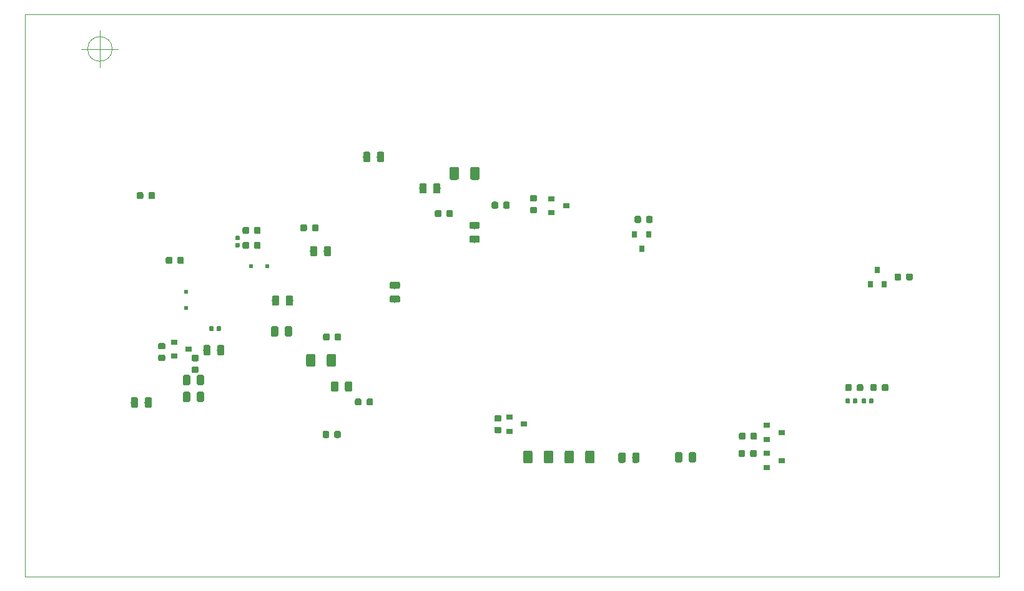
<source format=gbr>
G04 #@! TF.GenerationSoftware,KiCad,Pcbnew,(5.1.2)-1*
G04 #@! TF.CreationDate,2021-02-18T18:51:23+05:45*
G04 #@! TF.ProjectId,Pufferfish-Power-MCU,50756666-6572-4666-9973-682d506f7765,0.0*
G04 #@! TF.SameCoordinates,Original*
G04 #@! TF.FileFunction,Paste,Bot*
G04 #@! TF.FilePolarity,Positive*
%FSLAX46Y46*%
G04 Gerber Fmt 4.6, Leading zero omitted, Abs format (unit mm)*
G04 Created by KiCad (PCBNEW (5.1.2)-1) date 2021-02-18 18:51:23*
%MOMM*%
%LPD*%
G04 APERTURE LIST*
%ADD10C,0.100000*%
%ADD11C,0.875000*%
%ADD12C,0.975000*%
%ADD13R,0.900000X0.800000*%
%ADD14C,0.590000*%
%ADD15R,0.500000X0.500000*%
%ADD16R,0.800000X0.900000*%
%ADD17C,1.250000*%
G04 APERTURE END LIST*
D10*
X203212700Y-114388900D02*
X203212700Y-119388900D01*
X71094600Y-114401600D02*
X71094600Y-119401600D01*
X82946666Y-47752000D02*
G75*
G03X82946666Y-47752000I-1666666J0D01*
G01*
X78780000Y-47752000D02*
X83780000Y-47752000D01*
X81280000Y-45252000D02*
X81280000Y-50252000D01*
X71094600Y-114401600D02*
X71094600Y-43065700D01*
X203212700Y-119388900D02*
X71094600Y-119401600D01*
X203225400Y-43065700D02*
X203212700Y-114388900D01*
X71094600Y-43065700D02*
X203225400Y-43065700D01*
G04 #@! TO.C,R99*
G36*
X109160091Y-71553653D02*
G01*
X109181326Y-71556803D01*
X109202150Y-71562019D01*
X109222362Y-71569251D01*
X109241768Y-71578430D01*
X109260181Y-71589466D01*
X109277424Y-71602254D01*
X109293330Y-71616670D01*
X109307746Y-71632576D01*
X109320534Y-71649819D01*
X109331570Y-71668232D01*
X109340749Y-71687638D01*
X109347981Y-71707850D01*
X109353197Y-71728674D01*
X109356347Y-71749909D01*
X109357400Y-71771350D01*
X109357400Y-72283850D01*
X109356347Y-72305291D01*
X109353197Y-72326526D01*
X109347981Y-72347350D01*
X109340749Y-72367562D01*
X109331570Y-72386968D01*
X109320534Y-72405381D01*
X109307746Y-72422624D01*
X109293330Y-72438530D01*
X109277424Y-72452946D01*
X109260181Y-72465734D01*
X109241768Y-72476770D01*
X109222362Y-72485949D01*
X109202150Y-72493181D01*
X109181326Y-72498397D01*
X109160091Y-72501547D01*
X109138650Y-72502600D01*
X108701150Y-72502600D01*
X108679709Y-72501547D01*
X108658474Y-72498397D01*
X108637650Y-72493181D01*
X108617438Y-72485949D01*
X108598032Y-72476770D01*
X108579619Y-72465734D01*
X108562376Y-72452946D01*
X108546470Y-72438530D01*
X108532054Y-72422624D01*
X108519266Y-72405381D01*
X108508230Y-72386968D01*
X108499051Y-72367562D01*
X108491819Y-72347350D01*
X108486603Y-72326526D01*
X108483453Y-72305291D01*
X108482400Y-72283850D01*
X108482400Y-71771350D01*
X108483453Y-71749909D01*
X108486603Y-71728674D01*
X108491819Y-71707850D01*
X108499051Y-71687638D01*
X108508230Y-71668232D01*
X108519266Y-71649819D01*
X108532054Y-71632576D01*
X108546470Y-71616670D01*
X108562376Y-71602254D01*
X108579619Y-71589466D01*
X108598032Y-71578430D01*
X108617438Y-71569251D01*
X108637650Y-71562019D01*
X108658474Y-71556803D01*
X108679709Y-71553653D01*
X108701150Y-71552600D01*
X109138650Y-71552600D01*
X109160091Y-71553653D01*
X109160091Y-71553653D01*
G37*
D11*
X108919900Y-72027600D03*
D10*
G36*
X110735091Y-71553653D02*
G01*
X110756326Y-71556803D01*
X110777150Y-71562019D01*
X110797362Y-71569251D01*
X110816768Y-71578430D01*
X110835181Y-71589466D01*
X110852424Y-71602254D01*
X110868330Y-71616670D01*
X110882746Y-71632576D01*
X110895534Y-71649819D01*
X110906570Y-71668232D01*
X110915749Y-71687638D01*
X110922981Y-71707850D01*
X110928197Y-71728674D01*
X110931347Y-71749909D01*
X110932400Y-71771350D01*
X110932400Y-72283850D01*
X110931347Y-72305291D01*
X110928197Y-72326526D01*
X110922981Y-72347350D01*
X110915749Y-72367562D01*
X110906570Y-72386968D01*
X110895534Y-72405381D01*
X110882746Y-72422624D01*
X110868330Y-72438530D01*
X110852424Y-72452946D01*
X110835181Y-72465734D01*
X110816768Y-72476770D01*
X110797362Y-72485949D01*
X110777150Y-72493181D01*
X110756326Y-72498397D01*
X110735091Y-72501547D01*
X110713650Y-72502600D01*
X110276150Y-72502600D01*
X110254709Y-72501547D01*
X110233474Y-72498397D01*
X110212650Y-72493181D01*
X110192438Y-72485949D01*
X110173032Y-72476770D01*
X110154619Y-72465734D01*
X110137376Y-72452946D01*
X110121470Y-72438530D01*
X110107054Y-72422624D01*
X110094266Y-72405381D01*
X110083230Y-72386968D01*
X110074051Y-72367562D01*
X110066819Y-72347350D01*
X110061603Y-72326526D01*
X110058453Y-72305291D01*
X110057400Y-72283850D01*
X110057400Y-71771350D01*
X110058453Y-71749909D01*
X110061603Y-71728674D01*
X110066819Y-71707850D01*
X110074051Y-71687638D01*
X110083230Y-71668232D01*
X110094266Y-71649819D01*
X110107054Y-71632576D01*
X110121470Y-71616670D01*
X110137376Y-71602254D01*
X110154619Y-71589466D01*
X110173032Y-71578430D01*
X110192438Y-71569251D01*
X110212650Y-71562019D01*
X110233474Y-71556803D01*
X110254709Y-71553653D01*
X110276150Y-71552600D01*
X110713650Y-71552600D01*
X110735091Y-71553653D01*
X110735091Y-71553653D01*
G37*
D11*
X110494900Y-72027600D03*
G04 #@! TD*
D10*
G04 #@! TO.C,R49*
G36*
X105248142Y-85407174D02*
G01*
X105271803Y-85410684D01*
X105295007Y-85416496D01*
X105317529Y-85424554D01*
X105339153Y-85434782D01*
X105359670Y-85447079D01*
X105378883Y-85461329D01*
X105396607Y-85477393D01*
X105412671Y-85495117D01*
X105426921Y-85514330D01*
X105439218Y-85534847D01*
X105449446Y-85556471D01*
X105457504Y-85578993D01*
X105463316Y-85602197D01*
X105466826Y-85625858D01*
X105468000Y-85649750D01*
X105468000Y-86562250D01*
X105466826Y-86586142D01*
X105463316Y-86609803D01*
X105457504Y-86633007D01*
X105449446Y-86655529D01*
X105439218Y-86677153D01*
X105426921Y-86697670D01*
X105412671Y-86716883D01*
X105396607Y-86734607D01*
X105378883Y-86750671D01*
X105359670Y-86764921D01*
X105339153Y-86777218D01*
X105317529Y-86787446D01*
X105295007Y-86795504D01*
X105271803Y-86801316D01*
X105248142Y-86804826D01*
X105224250Y-86806000D01*
X104736750Y-86806000D01*
X104712858Y-86804826D01*
X104689197Y-86801316D01*
X104665993Y-86795504D01*
X104643471Y-86787446D01*
X104621847Y-86777218D01*
X104601330Y-86764921D01*
X104582117Y-86750671D01*
X104564393Y-86734607D01*
X104548329Y-86716883D01*
X104534079Y-86697670D01*
X104521782Y-86677153D01*
X104511554Y-86655529D01*
X104503496Y-86633007D01*
X104497684Y-86609803D01*
X104494174Y-86586142D01*
X104493000Y-86562250D01*
X104493000Y-85649750D01*
X104494174Y-85625858D01*
X104497684Y-85602197D01*
X104503496Y-85578993D01*
X104511554Y-85556471D01*
X104521782Y-85534847D01*
X104534079Y-85514330D01*
X104548329Y-85495117D01*
X104564393Y-85477393D01*
X104582117Y-85461329D01*
X104601330Y-85447079D01*
X104621847Y-85434782D01*
X104643471Y-85424554D01*
X104665993Y-85416496D01*
X104689197Y-85410684D01*
X104712858Y-85407174D01*
X104736750Y-85406000D01*
X105224250Y-85406000D01*
X105248142Y-85407174D01*
X105248142Y-85407174D01*
G37*
D12*
X104980500Y-86106000D03*
D10*
G36*
X107123142Y-85407174D02*
G01*
X107146803Y-85410684D01*
X107170007Y-85416496D01*
X107192529Y-85424554D01*
X107214153Y-85434782D01*
X107234670Y-85447079D01*
X107253883Y-85461329D01*
X107271607Y-85477393D01*
X107287671Y-85495117D01*
X107301921Y-85514330D01*
X107314218Y-85534847D01*
X107324446Y-85556471D01*
X107332504Y-85578993D01*
X107338316Y-85602197D01*
X107341826Y-85625858D01*
X107343000Y-85649750D01*
X107343000Y-86562250D01*
X107341826Y-86586142D01*
X107338316Y-86609803D01*
X107332504Y-86633007D01*
X107324446Y-86655529D01*
X107314218Y-86677153D01*
X107301921Y-86697670D01*
X107287671Y-86716883D01*
X107271607Y-86734607D01*
X107253883Y-86750671D01*
X107234670Y-86764921D01*
X107214153Y-86777218D01*
X107192529Y-86787446D01*
X107170007Y-86795504D01*
X107146803Y-86801316D01*
X107123142Y-86804826D01*
X107099250Y-86806000D01*
X106611750Y-86806000D01*
X106587858Y-86804826D01*
X106564197Y-86801316D01*
X106540993Y-86795504D01*
X106518471Y-86787446D01*
X106496847Y-86777218D01*
X106476330Y-86764921D01*
X106457117Y-86750671D01*
X106439393Y-86734607D01*
X106423329Y-86716883D01*
X106409079Y-86697670D01*
X106396782Y-86677153D01*
X106386554Y-86655529D01*
X106378496Y-86633007D01*
X106372684Y-86609803D01*
X106369174Y-86586142D01*
X106368000Y-86562250D01*
X106368000Y-85649750D01*
X106369174Y-85625858D01*
X106372684Y-85602197D01*
X106378496Y-85578993D01*
X106386554Y-85556471D01*
X106396782Y-85534847D01*
X106409079Y-85514330D01*
X106423329Y-85495117D01*
X106439393Y-85477393D01*
X106457117Y-85461329D01*
X106476330Y-85447079D01*
X106496847Y-85434782D01*
X106518471Y-85424554D01*
X106540993Y-85416496D01*
X106564197Y-85410684D01*
X106587858Y-85407174D01*
X106611750Y-85406000D01*
X107099250Y-85406000D01*
X107123142Y-85407174D01*
X107123142Y-85407174D01*
G37*
D12*
X106855500Y-86106000D03*
G04 #@! TD*
D13*
G04 #@! TO.C,Q9*
X136787000Y-99657000D03*
X136787000Y-97757000D03*
X138787000Y-98707000D03*
G04 #@! TD*
D10*
G04 #@! TO.C,C100*
G36*
X100123258Y-74104710D02*
G01*
X100137576Y-74106834D01*
X100151617Y-74110351D01*
X100165246Y-74115228D01*
X100178331Y-74121417D01*
X100190747Y-74128858D01*
X100202373Y-74137481D01*
X100213098Y-74147202D01*
X100222819Y-74157927D01*
X100231442Y-74169553D01*
X100238883Y-74181969D01*
X100245072Y-74195054D01*
X100249949Y-74208683D01*
X100253466Y-74222724D01*
X100255590Y-74237042D01*
X100256300Y-74251500D01*
X100256300Y-74546500D01*
X100255590Y-74560958D01*
X100253466Y-74575276D01*
X100249949Y-74589317D01*
X100245072Y-74602946D01*
X100238883Y-74616031D01*
X100231442Y-74628447D01*
X100222819Y-74640073D01*
X100213098Y-74650798D01*
X100202373Y-74660519D01*
X100190747Y-74669142D01*
X100178331Y-74676583D01*
X100165246Y-74682772D01*
X100151617Y-74687649D01*
X100137576Y-74691166D01*
X100123258Y-74693290D01*
X100108800Y-74694000D01*
X99763800Y-74694000D01*
X99749342Y-74693290D01*
X99735024Y-74691166D01*
X99720983Y-74687649D01*
X99707354Y-74682772D01*
X99694269Y-74676583D01*
X99681853Y-74669142D01*
X99670227Y-74660519D01*
X99659502Y-74650798D01*
X99649781Y-74640073D01*
X99641158Y-74628447D01*
X99633717Y-74616031D01*
X99627528Y-74602946D01*
X99622651Y-74589317D01*
X99619134Y-74575276D01*
X99617010Y-74560958D01*
X99616300Y-74546500D01*
X99616300Y-74251500D01*
X99617010Y-74237042D01*
X99619134Y-74222724D01*
X99622651Y-74208683D01*
X99627528Y-74195054D01*
X99633717Y-74181969D01*
X99641158Y-74169553D01*
X99649781Y-74157927D01*
X99659502Y-74147202D01*
X99670227Y-74137481D01*
X99681853Y-74128858D01*
X99694269Y-74121417D01*
X99707354Y-74115228D01*
X99720983Y-74110351D01*
X99735024Y-74106834D01*
X99749342Y-74104710D01*
X99763800Y-74104000D01*
X100108800Y-74104000D01*
X100123258Y-74104710D01*
X100123258Y-74104710D01*
G37*
D14*
X99936300Y-74399000D03*
D10*
G36*
X100123258Y-73134710D02*
G01*
X100137576Y-73136834D01*
X100151617Y-73140351D01*
X100165246Y-73145228D01*
X100178331Y-73151417D01*
X100190747Y-73158858D01*
X100202373Y-73167481D01*
X100213098Y-73177202D01*
X100222819Y-73187927D01*
X100231442Y-73199553D01*
X100238883Y-73211969D01*
X100245072Y-73225054D01*
X100249949Y-73238683D01*
X100253466Y-73252724D01*
X100255590Y-73267042D01*
X100256300Y-73281500D01*
X100256300Y-73576500D01*
X100255590Y-73590958D01*
X100253466Y-73605276D01*
X100249949Y-73619317D01*
X100245072Y-73632946D01*
X100238883Y-73646031D01*
X100231442Y-73658447D01*
X100222819Y-73670073D01*
X100213098Y-73680798D01*
X100202373Y-73690519D01*
X100190747Y-73699142D01*
X100178331Y-73706583D01*
X100165246Y-73712772D01*
X100151617Y-73717649D01*
X100137576Y-73721166D01*
X100123258Y-73723290D01*
X100108800Y-73724000D01*
X99763800Y-73724000D01*
X99749342Y-73723290D01*
X99735024Y-73721166D01*
X99720983Y-73717649D01*
X99707354Y-73712772D01*
X99694269Y-73706583D01*
X99681853Y-73699142D01*
X99670227Y-73690519D01*
X99659502Y-73680798D01*
X99649781Y-73670073D01*
X99641158Y-73658447D01*
X99633717Y-73646031D01*
X99627528Y-73632946D01*
X99622651Y-73619317D01*
X99619134Y-73605276D01*
X99617010Y-73590958D01*
X99616300Y-73576500D01*
X99616300Y-73281500D01*
X99617010Y-73267042D01*
X99619134Y-73252724D01*
X99622651Y-73238683D01*
X99627528Y-73225054D01*
X99633717Y-73211969D01*
X99641158Y-73199553D01*
X99649781Y-73187927D01*
X99659502Y-73177202D01*
X99670227Y-73167481D01*
X99681853Y-73158858D01*
X99694269Y-73151417D01*
X99707354Y-73145228D01*
X99720983Y-73140351D01*
X99735024Y-73136834D01*
X99749342Y-73134710D01*
X99763800Y-73134000D01*
X100108800Y-73134000D01*
X100123258Y-73134710D01*
X100123258Y-73134710D01*
G37*
D14*
X99936300Y-73429000D03*
G04 #@! TD*
D10*
G04 #@! TO.C,C70*
G36*
X97547958Y-85405710D02*
G01*
X97562276Y-85407834D01*
X97576317Y-85411351D01*
X97589946Y-85416228D01*
X97603031Y-85422417D01*
X97615447Y-85429858D01*
X97627073Y-85438481D01*
X97637798Y-85448202D01*
X97647519Y-85458927D01*
X97656142Y-85470553D01*
X97663583Y-85482969D01*
X97669772Y-85496054D01*
X97674649Y-85509683D01*
X97678166Y-85523724D01*
X97680290Y-85538042D01*
X97681000Y-85552500D01*
X97681000Y-85897500D01*
X97680290Y-85911958D01*
X97678166Y-85926276D01*
X97674649Y-85940317D01*
X97669772Y-85953946D01*
X97663583Y-85967031D01*
X97656142Y-85979447D01*
X97647519Y-85991073D01*
X97637798Y-86001798D01*
X97627073Y-86011519D01*
X97615447Y-86020142D01*
X97603031Y-86027583D01*
X97589946Y-86033772D01*
X97576317Y-86038649D01*
X97562276Y-86042166D01*
X97547958Y-86044290D01*
X97533500Y-86045000D01*
X97238500Y-86045000D01*
X97224042Y-86044290D01*
X97209724Y-86042166D01*
X97195683Y-86038649D01*
X97182054Y-86033772D01*
X97168969Y-86027583D01*
X97156553Y-86020142D01*
X97144927Y-86011519D01*
X97134202Y-86001798D01*
X97124481Y-85991073D01*
X97115858Y-85979447D01*
X97108417Y-85967031D01*
X97102228Y-85953946D01*
X97097351Y-85940317D01*
X97093834Y-85926276D01*
X97091710Y-85911958D01*
X97091000Y-85897500D01*
X97091000Y-85552500D01*
X97091710Y-85538042D01*
X97093834Y-85523724D01*
X97097351Y-85509683D01*
X97102228Y-85496054D01*
X97108417Y-85482969D01*
X97115858Y-85470553D01*
X97124481Y-85458927D01*
X97134202Y-85448202D01*
X97144927Y-85438481D01*
X97156553Y-85429858D01*
X97168969Y-85422417D01*
X97182054Y-85416228D01*
X97195683Y-85411351D01*
X97209724Y-85407834D01*
X97224042Y-85405710D01*
X97238500Y-85405000D01*
X97533500Y-85405000D01*
X97547958Y-85405710D01*
X97547958Y-85405710D01*
G37*
D14*
X97386000Y-85725000D03*
D10*
G36*
X96577958Y-85405710D02*
G01*
X96592276Y-85407834D01*
X96606317Y-85411351D01*
X96619946Y-85416228D01*
X96633031Y-85422417D01*
X96645447Y-85429858D01*
X96657073Y-85438481D01*
X96667798Y-85448202D01*
X96677519Y-85458927D01*
X96686142Y-85470553D01*
X96693583Y-85482969D01*
X96699772Y-85496054D01*
X96704649Y-85509683D01*
X96708166Y-85523724D01*
X96710290Y-85538042D01*
X96711000Y-85552500D01*
X96711000Y-85897500D01*
X96710290Y-85911958D01*
X96708166Y-85926276D01*
X96704649Y-85940317D01*
X96699772Y-85953946D01*
X96693583Y-85967031D01*
X96686142Y-85979447D01*
X96677519Y-85991073D01*
X96667798Y-86001798D01*
X96657073Y-86011519D01*
X96645447Y-86020142D01*
X96633031Y-86027583D01*
X96619946Y-86033772D01*
X96606317Y-86038649D01*
X96592276Y-86042166D01*
X96577958Y-86044290D01*
X96563500Y-86045000D01*
X96268500Y-86045000D01*
X96254042Y-86044290D01*
X96239724Y-86042166D01*
X96225683Y-86038649D01*
X96212054Y-86033772D01*
X96198969Y-86027583D01*
X96186553Y-86020142D01*
X96174927Y-86011519D01*
X96164202Y-86001798D01*
X96154481Y-85991073D01*
X96145858Y-85979447D01*
X96138417Y-85967031D01*
X96132228Y-85953946D01*
X96127351Y-85940317D01*
X96123834Y-85926276D01*
X96121710Y-85911958D01*
X96121000Y-85897500D01*
X96121000Y-85552500D01*
X96121710Y-85538042D01*
X96123834Y-85523724D01*
X96127351Y-85509683D01*
X96132228Y-85496054D01*
X96138417Y-85482969D01*
X96145858Y-85470553D01*
X96154481Y-85458927D01*
X96164202Y-85448202D01*
X96174927Y-85438481D01*
X96186553Y-85429858D01*
X96198969Y-85422417D01*
X96212054Y-85416228D01*
X96225683Y-85411351D01*
X96239724Y-85407834D01*
X96254042Y-85405710D01*
X96268500Y-85405000D01*
X96563500Y-85405000D01*
X96577958Y-85405710D01*
X96577958Y-85405710D01*
G37*
D14*
X96416000Y-85725000D03*
G04 #@! TD*
D10*
G04 #@! TO.C,C51*
G36*
X183828458Y-95224710D02*
G01*
X183842776Y-95226834D01*
X183856817Y-95230351D01*
X183870446Y-95235228D01*
X183883531Y-95241417D01*
X183895947Y-95248858D01*
X183907573Y-95257481D01*
X183918298Y-95267202D01*
X183928019Y-95277927D01*
X183936642Y-95289553D01*
X183944083Y-95301969D01*
X183950272Y-95315054D01*
X183955149Y-95328683D01*
X183958666Y-95342724D01*
X183960790Y-95357042D01*
X183961500Y-95371500D01*
X183961500Y-95716500D01*
X183960790Y-95730958D01*
X183958666Y-95745276D01*
X183955149Y-95759317D01*
X183950272Y-95772946D01*
X183944083Y-95786031D01*
X183936642Y-95798447D01*
X183928019Y-95810073D01*
X183918298Y-95820798D01*
X183907573Y-95830519D01*
X183895947Y-95839142D01*
X183883531Y-95846583D01*
X183870446Y-95852772D01*
X183856817Y-95857649D01*
X183842776Y-95861166D01*
X183828458Y-95863290D01*
X183814000Y-95864000D01*
X183519000Y-95864000D01*
X183504542Y-95863290D01*
X183490224Y-95861166D01*
X183476183Y-95857649D01*
X183462554Y-95852772D01*
X183449469Y-95846583D01*
X183437053Y-95839142D01*
X183425427Y-95830519D01*
X183414702Y-95820798D01*
X183404981Y-95810073D01*
X183396358Y-95798447D01*
X183388917Y-95786031D01*
X183382728Y-95772946D01*
X183377851Y-95759317D01*
X183374334Y-95745276D01*
X183372210Y-95730958D01*
X183371500Y-95716500D01*
X183371500Y-95371500D01*
X183372210Y-95357042D01*
X183374334Y-95342724D01*
X183377851Y-95328683D01*
X183382728Y-95315054D01*
X183388917Y-95301969D01*
X183396358Y-95289553D01*
X183404981Y-95277927D01*
X183414702Y-95267202D01*
X183425427Y-95257481D01*
X183437053Y-95248858D01*
X183449469Y-95241417D01*
X183462554Y-95235228D01*
X183476183Y-95230351D01*
X183490224Y-95226834D01*
X183504542Y-95224710D01*
X183519000Y-95224000D01*
X183814000Y-95224000D01*
X183828458Y-95224710D01*
X183828458Y-95224710D01*
G37*
D14*
X183666500Y-95544000D03*
D10*
G36*
X182858458Y-95224710D02*
G01*
X182872776Y-95226834D01*
X182886817Y-95230351D01*
X182900446Y-95235228D01*
X182913531Y-95241417D01*
X182925947Y-95248858D01*
X182937573Y-95257481D01*
X182948298Y-95267202D01*
X182958019Y-95277927D01*
X182966642Y-95289553D01*
X182974083Y-95301969D01*
X182980272Y-95315054D01*
X182985149Y-95328683D01*
X182988666Y-95342724D01*
X182990790Y-95357042D01*
X182991500Y-95371500D01*
X182991500Y-95716500D01*
X182990790Y-95730958D01*
X182988666Y-95745276D01*
X182985149Y-95759317D01*
X182980272Y-95772946D01*
X182974083Y-95786031D01*
X182966642Y-95798447D01*
X182958019Y-95810073D01*
X182948298Y-95820798D01*
X182937573Y-95830519D01*
X182925947Y-95839142D01*
X182913531Y-95846583D01*
X182900446Y-95852772D01*
X182886817Y-95857649D01*
X182872776Y-95861166D01*
X182858458Y-95863290D01*
X182844000Y-95864000D01*
X182549000Y-95864000D01*
X182534542Y-95863290D01*
X182520224Y-95861166D01*
X182506183Y-95857649D01*
X182492554Y-95852772D01*
X182479469Y-95846583D01*
X182467053Y-95839142D01*
X182455427Y-95830519D01*
X182444702Y-95820798D01*
X182434981Y-95810073D01*
X182426358Y-95798447D01*
X182418917Y-95786031D01*
X182412728Y-95772946D01*
X182407851Y-95759317D01*
X182404334Y-95745276D01*
X182402210Y-95730958D01*
X182401500Y-95716500D01*
X182401500Y-95371500D01*
X182402210Y-95357042D01*
X182404334Y-95342724D01*
X182407851Y-95328683D01*
X182412728Y-95315054D01*
X182418917Y-95301969D01*
X182426358Y-95289553D01*
X182434981Y-95277927D01*
X182444702Y-95267202D01*
X182455427Y-95257481D01*
X182467053Y-95248858D01*
X182479469Y-95241417D01*
X182492554Y-95235228D01*
X182506183Y-95230351D01*
X182520224Y-95226834D01*
X182534542Y-95224710D01*
X182549000Y-95224000D01*
X182844000Y-95224000D01*
X182858458Y-95224710D01*
X182858458Y-95224710D01*
G37*
D14*
X182696500Y-95544000D03*
G04 #@! TD*
D10*
G04 #@! TO.C,C50*
G36*
X186028458Y-95224710D02*
G01*
X186042776Y-95226834D01*
X186056817Y-95230351D01*
X186070446Y-95235228D01*
X186083531Y-95241417D01*
X186095947Y-95248858D01*
X186107573Y-95257481D01*
X186118298Y-95267202D01*
X186128019Y-95277927D01*
X186136642Y-95289553D01*
X186144083Y-95301969D01*
X186150272Y-95315054D01*
X186155149Y-95328683D01*
X186158666Y-95342724D01*
X186160790Y-95357042D01*
X186161500Y-95371500D01*
X186161500Y-95716500D01*
X186160790Y-95730958D01*
X186158666Y-95745276D01*
X186155149Y-95759317D01*
X186150272Y-95772946D01*
X186144083Y-95786031D01*
X186136642Y-95798447D01*
X186128019Y-95810073D01*
X186118298Y-95820798D01*
X186107573Y-95830519D01*
X186095947Y-95839142D01*
X186083531Y-95846583D01*
X186070446Y-95852772D01*
X186056817Y-95857649D01*
X186042776Y-95861166D01*
X186028458Y-95863290D01*
X186014000Y-95864000D01*
X185719000Y-95864000D01*
X185704542Y-95863290D01*
X185690224Y-95861166D01*
X185676183Y-95857649D01*
X185662554Y-95852772D01*
X185649469Y-95846583D01*
X185637053Y-95839142D01*
X185625427Y-95830519D01*
X185614702Y-95820798D01*
X185604981Y-95810073D01*
X185596358Y-95798447D01*
X185588917Y-95786031D01*
X185582728Y-95772946D01*
X185577851Y-95759317D01*
X185574334Y-95745276D01*
X185572210Y-95730958D01*
X185571500Y-95716500D01*
X185571500Y-95371500D01*
X185572210Y-95357042D01*
X185574334Y-95342724D01*
X185577851Y-95328683D01*
X185582728Y-95315054D01*
X185588917Y-95301969D01*
X185596358Y-95289553D01*
X185604981Y-95277927D01*
X185614702Y-95267202D01*
X185625427Y-95257481D01*
X185637053Y-95248858D01*
X185649469Y-95241417D01*
X185662554Y-95235228D01*
X185676183Y-95230351D01*
X185690224Y-95226834D01*
X185704542Y-95224710D01*
X185719000Y-95224000D01*
X186014000Y-95224000D01*
X186028458Y-95224710D01*
X186028458Y-95224710D01*
G37*
D14*
X185866500Y-95544000D03*
D10*
G36*
X185058458Y-95224710D02*
G01*
X185072776Y-95226834D01*
X185086817Y-95230351D01*
X185100446Y-95235228D01*
X185113531Y-95241417D01*
X185125947Y-95248858D01*
X185137573Y-95257481D01*
X185148298Y-95267202D01*
X185158019Y-95277927D01*
X185166642Y-95289553D01*
X185174083Y-95301969D01*
X185180272Y-95315054D01*
X185185149Y-95328683D01*
X185188666Y-95342724D01*
X185190790Y-95357042D01*
X185191500Y-95371500D01*
X185191500Y-95716500D01*
X185190790Y-95730958D01*
X185188666Y-95745276D01*
X185185149Y-95759317D01*
X185180272Y-95772946D01*
X185174083Y-95786031D01*
X185166642Y-95798447D01*
X185158019Y-95810073D01*
X185148298Y-95820798D01*
X185137573Y-95830519D01*
X185125947Y-95839142D01*
X185113531Y-95846583D01*
X185100446Y-95852772D01*
X185086817Y-95857649D01*
X185072776Y-95861166D01*
X185058458Y-95863290D01*
X185044000Y-95864000D01*
X184749000Y-95864000D01*
X184734542Y-95863290D01*
X184720224Y-95861166D01*
X184706183Y-95857649D01*
X184692554Y-95852772D01*
X184679469Y-95846583D01*
X184667053Y-95839142D01*
X184655427Y-95830519D01*
X184644702Y-95820798D01*
X184634981Y-95810073D01*
X184626358Y-95798447D01*
X184618917Y-95786031D01*
X184612728Y-95772946D01*
X184607851Y-95759317D01*
X184604334Y-95745276D01*
X184602210Y-95730958D01*
X184601500Y-95716500D01*
X184601500Y-95371500D01*
X184602210Y-95357042D01*
X184604334Y-95342724D01*
X184607851Y-95328683D01*
X184612728Y-95315054D01*
X184618917Y-95301969D01*
X184626358Y-95289553D01*
X184634981Y-95277927D01*
X184644702Y-95267202D01*
X184655427Y-95257481D01*
X184667053Y-95248858D01*
X184679469Y-95241417D01*
X184692554Y-95235228D01*
X184706183Y-95230351D01*
X184720224Y-95226834D01*
X184734542Y-95224710D01*
X184749000Y-95224000D01*
X185044000Y-95224000D01*
X185058458Y-95224710D01*
X185058458Y-95224710D01*
G37*
D14*
X184896500Y-95544000D03*
G04 #@! TD*
D15*
G04 #@! TO.C,D3*
X92964000Y-80688000D03*
X92964000Y-82888000D03*
G04 #@! TD*
G04 #@! TO.C,D4*
X103970000Y-77216000D03*
X101770000Y-77216000D03*
G04 #@! TD*
D10*
G04 #@! TO.C,R39*
G36*
X184596691Y-93270053D02*
G01*
X184617926Y-93273203D01*
X184638750Y-93278419D01*
X184658962Y-93285651D01*
X184678368Y-93294830D01*
X184696781Y-93305866D01*
X184714024Y-93318654D01*
X184729930Y-93333070D01*
X184744346Y-93348976D01*
X184757134Y-93366219D01*
X184768170Y-93384632D01*
X184777349Y-93404038D01*
X184784581Y-93424250D01*
X184789797Y-93445074D01*
X184792947Y-93466309D01*
X184794000Y-93487750D01*
X184794000Y-94000250D01*
X184792947Y-94021691D01*
X184789797Y-94042926D01*
X184784581Y-94063750D01*
X184777349Y-94083962D01*
X184768170Y-94103368D01*
X184757134Y-94121781D01*
X184744346Y-94139024D01*
X184729930Y-94154930D01*
X184714024Y-94169346D01*
X184696781Y-94182134D01*
X184678368Y-94193170D01*
X184658962Y-94202349D01*
X184638750Y-94209581D01*
X184617926Y-94214797D01*
X184596691Y-94217947D01*
X184575250Y-94219000D01*
X184137750Y-94219000D01*
X184116309Y-94217947D01*
X184095074Y-94214797D01*
X184074250Y-94209581D01*
X184054038Y-94202349D01*
X184034632Y-94193170D01*
X184016219Y-94182134D01*
X183998976Y-94169346D01*
X183983070Y-94154930D01*
X183968654Y-94139024D01*
X183955866Y-94121781D01*
X183944830Y-94103368D01*
X183935651Y-94083962D01*
X183928419Y-94063750D01*
X183923203Y-94042926D01*
X183920053Y-94021691D01*
X183919000Y-94000250D01*
X183919000Y-93487750D01*
X183920053Y-93466309D01*
X183923203Y-93445074D01*
X183928419Y-93424250D01*
X183935651Y-93404038D01*
X183944830Y-93384632D01*
X183955866Y-93366219D01*
X183968654Y-93348976D01*
X183983070Y-93333070D01*
X183998976Y-93318654D01*
X184016219Y-93305866D01*
X184034632Y-93294830D01*
X184054038Y-93285651D01*
X184074250Y-93278419D01*
X184095074Y-93273203D01*
X184116309Y-93270053D01*
X184137750Y-93269000D01*
X184575250Y-93269000D01*
X184596691Y-93270053D01*
X184596691Y-93270053D01*
G37*
D11*
X184356500Y-93744000D03*
D10*
G36*
X183021691Y-93270053D02*
G01*
X183042926Y-93273203D01*
X183063750Y-93278419D01*
X183083962Y-93285651D01*
X183103368Y-93294830D01*
X183121781Y-93305866D01*
X183139024Y-93318654D01*
X183154930Y-93333070D01*
X183169346Y-93348976D01*
X183182134Y-93366219D01*
X183193170Y-93384632D01*
X183202349Y-93404038D01*
X183209581Y-93424250D01*
X183214797Y-93445074D01*
X183217947Y-93466309D01*
X183219000Y-93487750D01*
X183219000Y-94000250D01*
X183217947Y-94021691D01*
X183214797Y-94042926D01*
X183209581Y-94063750D01*
X183202349Y-94083962D01*
X183193170Y-94103368D01*
X183182134Y-94121781D01*
X183169346Y-94139024D01*
X183154930Y-94154930D01*
X183139024Y-94169346D01*
X183121781Y-94182134D01*
X183103368Y-94193170D01*
X183083962Y-94202349D01*
X183063750Y-94209581D01*
X183042926Y-94214797D01*
X183021691Y-94217947D01*
X183000250Y-94219000D01*
X182562750Y-94219000D01*
X182541309Y-94217947D01*
X182520074Y-94214797D01*
X182499250Y-94209581D01*
X182479038Y-94202349D01*
X182459632Y-94193170D01*
X182441219Y-94182134D01*
X182423976Y-94169346D01*
X182408070Y-94154930D01*
X182393654Y-94139024D01*
X182380866Y-94121781D01*
X182369830Y-94103368D01*
X182360651Y-94083962D01*
X182353419Y-94063750D01*
X182348203Y-94042926D01*
X182345053Y-94021691D01*
X182344000Y-94000250D01*
X182344000Y-93487750D01*
X182345053Y-93466309D01*
X182348203Y-93445074D01*
X182353419Y-93424250D01*
X182360651Y-93404038D01*
X182369830Y-93384632D01*
X182380866Y-93366219D01*
X182393654Y-93348976D01*
X182408070Y-93333070D01*
X182423976Y-93318654D01*
X182441219Y-93305866D01*
X182459632Y-93294830D01*
X182479038Y-93285651D01*
X182499250Y-93278419D01*
X182520074Y-93273203D01*
X182541309Y-93270053D01*
X182562750Y-93269000D01*
X183000250Y-93269000D01*
X183021691Y-93270053D01*
X183021691Y-93270053D01*
G37*
D11*
X182781500Y-93744000D03*
G04 #@! TD*
D10*
G04 #@! TO.C,R40*
G36*
X187996691Y-93257553D02*
G01*
X188017926Y-93260703D01*
X188038750Y-93265919D01*
X188058962Y-93273151D01*
X188078368Y-93282330D01*
X188096781Y-93293366D01*
X188114024Y-93306154D01*
X188129930Y-93320570D01*
X188144346Y-93336476D01*
X188157134Y-93353719D01*
X188168170Y-93372132D01*
X188177349Y-93391538D01*
X188184581Y-93411750D01*
X188189797Y-93432574D01*
X188192947Y-93453809D01*
X188194000Y-93475250D01*
X188194000Y-93987750D01*
X188192947Y-94009191D01*
X188189797Y-94030426D01*
X188184581Y-94051250D01*
X188177349Y-94071462D01*
X188168170Y-94090868D01*
X188157134Y-94109281D01*
X188144346Y-94126524D01*
X188129930Y-94142430D01*
X188114024Y-94156846D01*
X188096781Y-94169634D01*
X188078368Y-94180670D01*
X188058962Y-94189849D01*
X188038750Y-94197081D01*
X188017926Y-94202297D01*
X187996691Y-94205447D01*
X187975250Y-94206500D01*
X187537750Y-94206500D01*
X187516309Y-94205447D01*
X187495074Y-94202297D01*
X187474250Y-94197081D01*
X187454038Y-94189849D01*
X187434632Y-94180670D01*
X187416219Y-94169634D01*
X187398976Y-94156846D01*
X187383070Y-94142430D01*
X187368654Y-94126524D01*
X187355866Y-94109281D01*
X187344830Y-94090868D01*
X187335651Y-94071462D01*
X187328419Y-94051250D01*
X187323203Y-94030426D01*
X187320053Y-94009191D01*
X187319000Y-93987750D01*
X187319000Y-93475250D01*
X187320053Y-93453809D01*
X187323203Y-93432574D01*
X187328419Y-93411750D01*
X187335651Y-93391538D01*
X187344830Y-93372132D01*
X187355866Y-93353719D01*
X187368654Y-93336476D01*
X187383070Y-93320570D01*
X187398976Y-93306154D01*
X187416219Y-93293366D01*
X187434632Y-93282330D01*
X187454038Y-93273151D01*
X187474250Y-93265919D01*
X187495074Y-93260703D01*
X187516309Y-93257553D01*
X187537750Y-93256500D01*
X187975250Y-93256500D01*
X187996691Y-93257553D01*
X187996691Y-93257553D01*
G37*
D11*
X187756500Y-93731500D03*
D10*
G36*
X186421691Y-93257553D02*
G01*
X186442926Y-93260703D01*
X186463750Y-93265919D01*
X186483962Y-93273151D01*
X186503368Y-93282330D01*
X186521781Y-93293366D01*
X186539024Y-93306154D01*
X186554930Y-93320570D01*
X186569346Y-93336476D01*
X186582134Y-93353719D01*
X186593170Y-93372132D01*
X186602349Y-93391538D01*
X186609581Y-93411750D01*
X186614797Y-93432574D01*
X186617947Y-93453809D01*
X186619000Y-93475250D01*
X186619000Y-93987750D01*
X186617947Y-94009191D01*
X186614797Y-94030426D01*
X186609581Y-94051250D01*
X186602349Y-94071462D01*
X186593170Y-94090868D01*
X186582134Y-94109281D01*
X186569346Y-94126524D01*
X186554930Y-94142430D01*
X186539024Y-94156846D01*
X186521781Y-94169634D01*
X186503368Y-94180670D01*
X186483962Y-94189849D01*
X186463750Y-94197081D01*
X186442926Y-94202297D01*
X186421691Y-94205447D01*
X186400250Y-94206500D01*
X185962750Y-94206500D01*
X185941309Y-94205447D01*
X185920074Y-94202297D01*
X185899250Y-94197081D01*
X185879038Y-94189849D01*
X185859632Y-94180670D01*
X185841219Y-94169634D01*
X185823976Y-94156846D01*
X185808070Y-94142430D01*
X185793654Y-94126524D01*
X185780866Y-94109281D01*
X185769830Y-94090868D01*
X185760651Y-94071462D01*
X185753419Y-94051250D01*
X185748203Y-94030426D01*
X185745053Y-94009191D01*
X185744000Y-93987750D01*
X185744000Y-93475250D01*
X185745053Y-93453809D01*
X185748203Y-93432574D01*
X185753419Y-93411750D01*
X185760651Y-93391538D01*
X185769830Y-93372132D01*
X185780866Y-93353719D01*
X185793654Y-93336476D01*
X185808070Y-93320570D01*
X185823976Y-93306154D01*
X185841219Y-93293366D01*
X185859632Y-93282330D01*
X185879038Y-93273151D01*
X185899250Y-93265919D01*
X185920074Y-93260703D01*
X185941309Y-93257553D01*
X185962750Y-93256500D01*
X186400250Y-93256500D01*
X186421691Y-93257553D01*
X186421691Y-93257553D01*
G37*
D11*
X186181500Y-93731500D03*
G04 #@! TD*
D10*
G04 #@! TO.C,R53*
G36*
X154452691Y-70426053D02*
G01*
X154473926Y-70429203D01*
X154494750Y-70434419D01*
X154514962Y-70441651D01*
X154534368Y-70450830D01*
X154552781Y-70461866D01*
X154570024Y-70474654D01*
X154585930Y-70489070D01*
X154600346Y-70504976D01*
X154613134Y-70522219D01*
X154624170Y-70540632D01*
X154633349Y-70560038D01*
X154640581Y-70580250D01*
X154645797Y-70601074D01*
X154648947Y-70622309D01*
X154650000Y-70643750D01*
X154650000Y-71156250D01*
X154648947Y-71177691D01*
X154645797Y-71198926D01*
X154640581Y-71219750D01*
X154633349Y-71239962D01*
X154624170Y-71259368D01*
X154613134Y-71277781D01*
X154600346Y-71295024D01*
X154585930Y-71310930D01*
X154570024Y-71325346D01*
X154552781Y-71338134D01*
X154534368Y-71349170D01*
X154514962Y-71358349D01*
X154494750Y-71365581D01*
X154473926Y-71370797D01*
X154452691Y-71373947D01*
X154431250Y-71375000D01*
X153993750Y-71375000D01*
X153972309Y-71373947D01*
X153951074Y-71370797D01*
X153930250Y-71365581D01*
X153910038Y-71358349D01*
X153890632Y-71349170D01*
X153872219Y-71338134D01*
X153854976Y-71325346D01*
X153839070Y-71310930D01*
X153824654Y-71295024D01*
X153811866Y-71277781D01*
X153800830Y-71259368D01*
X153791651Y-71239962D01*
X153784419Y-71219750D01*
X153779203Y-71198926D01*
X153776053Y-71177691D01*
X153775000Y-71156250D01*
X153775000Y-70643750D01*
X153776053Y-70622309D01*
X153779203Y-70601074D01*
X153784419Y-70580250D01*
X153791651Y-70560038D01*
X153800830Y-70540632D01*
X153811866Y-70522219D01*
X153824654Y-70504976D01*
X153839070Y-70489070D01*
X153854976Y-70474654D01*
X153872219Y-70461866D01*
X153890632Y-70450830D01*
X153910038Y-70441651D01*
X153930250Y-70434419D01*
X153951074Y-70429203D01*
X153972309Y-70426053D01*
X153993750Y-70425000D01*
X154431250Y-70425000D01*
X154452691Y-70426053D01*
X154452691Y-70426053D01*
G37*
D11*
X154212500Y-70900000D03*
D10*
G36*
X156027691Y-70426053D02*
G01*
X156048926Y-70429203D01*
X156069750Y-70434419D01*
X156089962Y-70441651D01*
X156109368Y-70450830D01*
X156127781Y-70461866D01*
X156145024Y-70474654D01*
X156160930Y-70489070D01*
X156175346Y-70504976D01*
X156188134Y-70522219D01*
X156199170Y-70540632D01*
X156208349Y-70560038D01*
X156215581Y-70580250D01*
X156220797Y-70601074D01*
X156223947Y-70622309D01*
X156225000Y-70643750D01*
X156225000Y-71156250D01*
X156223947Y-71177691D01*
X156220797Y-71198926D01*
X156215581Y-71219750D01*
X156208349Y-71239962D01*
X156199170Y-71259368D01*
X156188134Y-71277781D01*
X156175346Y-71295024D01*
X156160930Y-71310930D01*
X156145024Y-71325346D01*
X156127781Y-71338134D01*
X156109368Y-71349170D01*
X156089962Y-71358349D01*
X156069750Y-71365581D01*
X156048926Y-71370797D01*
X156027691Y-71373947D01*
X156006250Y-71375000D01*
X155568750Y-71375000D01*
X155547309Y-71373947D01*
X155526074Y-71370797D01*
X155505250Y-71365581D01*
X155485038Y-71358349D01*
X155465632Y-71349170D01*
X155447219Y-71338134D01*
X155429976Y-71325346D01*
X155414070Y-71310930D01*
X155399654Y-71295024D01*
X155386866Y-71277781D01*
X155375830Y-71259368D01*
X155366651Y-71239962D01*
X155359419Y-71219750D01*
X155354203Y-71198926D01*
X155351053Y-71177691D01*
X155350000Y-71156250D01*
X155350000Y-70643750D01*
X155351053Y-70622309D01*
X155354203Y-70601074D01*
X155359419Y-70580250D01*
X155366651Y-70560038D01*
X155375830Y-70540632D01*
X155386866Y-70522219D01*
X155399654Y-70504976D01*
X155414070Y-70489070D01*
X155429976Y-70474654D01*
X155447219Y-70461866D01*
X155465632Y-70450830D01*
X155485038Y-70441651D01*
X155505250Y-70434419D01*
X155526074Y-70429203D01*
X155547309Y-70426053D01*
X155568750Y-70425000D01*
X156006250Y-70425000D01*
X156027691Y-70426053D01*
X156027691Y-70426053D01*
G37*
D11*
X155787500Y-70900000D03*
G04 #@! TD*
D10*
G04 #@! TO.C,R54*
G36*
X189720091Y-78228653D02*
G01*
X189741326Y-78231803D01*
X189762150Y-78237019D01*
X189782362Y-78244251D01*
X189801768Y-78253430D01*
X189820181Y-78264466D01*
X189837424Y-78277254D01*
X189853330Y-78291670D01*
X189867746Y-78307576D01*
X189880534Y-78324819D01*
X189891570Y-78343232D01*
X189900749Y-78362638D01*
X189907981Y-78382850D01*
X189913197Y-78403674D01*
X189916347Y-78424909D01*
X189917400Y-78446350D01*
X189917400Y-78958850D01*
X189916347Y-78980291D01*
X189913197Y-79001526D01*
X189907981Y-79022350D01*
X189900749Y-79042562D01*
X189891570Y-79061968D01*
X189880534Y-79080381D01*
X189867746Y-79097624D01*
X189853330Y-79113530D01*
X189837424Y-79127946D01*
X189820181Y-79140734D01*
X189801768Y-79151770D01*
X189782362Y-79160949D01*
X189762150Y-79168181D01*
X189741326Y-79173397D01*
X189720091Y-79176547D01*
X189698650Y-79177600D01*
X189261150Y-79177600D01*
X189239709Y-79176547D01*
X189218474Y-79173397D01*
X189197650Y-79168181D01*
X189177438Y-79160949D01*
X189158032Y-79151770D01*
X189139619Y-79140734D01*
X189122376Y-79127946D01*
X189106470Y-79113530D01*
X189092054Y-79097624D01*
X189079266Y-79080381D01*
X189068230Y-79061968D01*
X189059051Y-79042562D01*
X189051819Y-79022350D01*
X189046603Y-79001526D01*
X189043453Y-78980291D01*
X189042400Y-78958850D01*
X189042400Y-78446350D01*
X189043453Y-78424909D01*
X189046603Y-78403674D01*
X189051819Y-78382850D01*
X189059051Y-78362638D01*
X189068230Y-78343232D01*
X189079266Y-78324819D01*
X189092054Y-78307576D01*
X189106470Y-78291670D01*
X189122376Y-78277254D01*
X189139619Y-78264466D01*
X189158032Y-78253430D01*
X189177438Y-78244251D01*
X189197650Y-78237019D01*
X189218474Y-78231803D01*
X189239709Y-78228653D01*
X189261150Y-78227600D01*
X189698650Y-78227600D01*
X189720091Y-78228653D01*
X189720091Y-78228653D01*
G37*
D11*
X189479900Y-78702600D03*
D10*
G36*
X191295091Y-78228653D02*
G01*
X191316326Y-78231803D01*
X191337150Y-78237019D01*
X191357362Y-78244251D01*
X191376768Y-78253430D01*
X191395181Y-78264466D01*
X191412424Y-78277254D01*
X191428330Y-78291670D01*
X191442746Y-78307576D01*
X191455534Y-78324819D01*
X191466570Y-78343232D01*
X191475749Y-78362638D01*
X191482981Y-78382850D01*
X191488197Y-78403674D01*
X191491347Y-78424909D01*
X191492400Y-78446350D01*
X191492400Y-78958850D01*
X191491347Y-78980291D01*
X191488197Y-79001526D01*
X191482981Y-79022350D01*
X191475749Y-79042562D01*
X191466570Y-79061968D01*
X191455534Y-79080381D01*
X191442746Y-79097624D01*
X191428330Y-79113530D01*
X191412424Y-79127946D01*
X191395181Y-79140734D01*
X191376768Y-79151770D01*
X191357362Y-79160949D01*
X191337150Y-79168181D01*
X191316326Y-79173397D01*
X191295091Y-79176547D01*
X191273650Y-79177600D01*
X190836150Y-79177600D01*
X190814709Y-79176547D01*
X190793474Y-79173397D01*
X190772650Y-79168181D01*
X190752438Y-79160949D01*
X190733032Y-79151770D01*
X190714619Y-79140734D01*
X190697376Y-79127946D01*
X190681470Y-79113530D01*
X190667054Y-79097624D01*
X190654266Y-79080381D01*
X190643230Y-79061968D01*
X190634051Y-79042562D01*
X190626819Y-79022350D01*
X190621603Y-79001526D01*
X190618453Y-78980291D01*
X190617400Y-78958850D01*
X190617400Y-78446350D01*
X190618453Y-78424909D01*
X190621603Y-78403674D01*
X190626819Y-78382850D01*
X190634051Y-78362638D01*
X190643230Y-78343232D01*
X190654266Y-78324819D01*
X190667054Y-78307576D01*
X190681470Y-78291670D01*
X190697376Y-78277254D01*
X190714619Y-78264466D01*
X190733032Y-78253430D01*
X190752438Y-78244251D01*
X190772650Y-78237019D01*
X190793474Y-78231803D01*
X190814709Y-78228653D01*
X190836150Y-78227600D01*
X191273650Y-78227600D01*
X191295091Y-78228653D01*
X191295091Y-78228653D01*
G37*
D11*
X191054900Y-78702600D03*
G04 #@! TD*
D10*
G04 #@! TO.C,R55*
G36*
X135524691Y-97483053D02*
G01*
X135545926Y-97486203D01*
X135566750Y-97491419D01*
X135586962Y-97498651D01*
X135606368Y-97507830D01*
X135624781Y-97518866D01*
X135642024Y-97531654D01*
X135657930Y-97546070D01*
X135672346Y-97561976D01*
X135685134Y-97579219D01*
X135696170Y-97597632D01*
X135705349Y-97617038D01*
X135712581Y-97637250D01*
X135717797Y-97658074D01*
X135720947Y-97679309D01*
X135722000Y-97700750D01*
X135722000Y-98138250D01*
X135720947Y-98159691D01*
X135717797Y-98180926D01*
X135712581Y-98201750D01*
X135705349Y-98221962D01*
X135696170Y-98241368D01*
X135685134Y-98259781D01*
X135672346Y-98277024D01*
X135657930Y-98292930D01*
X135642024Y-98307346D01*
X135624781Y-98320134D01*
X135606368Y-98331170D01*
X135586962Y-98340349D01*
X135566750Y-98347581D01*
X135545926Y-98352797D01*
X135524691Y-98355947D01*
X135503250Y-98357000D01*
X134990750Y-98357000D01*
X134969309Y-98355947D01*
X134948074Y-98352797D01*
X134927250Y-98347581D01*
X134907038Y-98340349D01*
X134887632Y-98331170D01*
X134869219Y-98320134D01*
X134851976Y-98307346D01*
X134836070Y-98292930D01*
X134821654Y-98277024D01*
X134808866Y-98259781D01*
X134797830Y-98241368D01*
X134788651Y-98221962D01*
X134781419Y-98201750D01*
X134776203Y-98180926D01*
X134773053Y-98159691D01*
X134772000Y-98138250D01*
X134772000Y-97700750D01*
X134773053Y-97679309D01*
X134776203Y-97658074D01*
X134781419Y-97637250D01*
X134788651Y-97617038D01*
X134797830Y-97597632D01*
X134808866Y-97579219D01*
X134821654Y-97561976D01*
X134836070Y-97546070D01*
X134851976Y-97531654D01*
X134869219Y-97518866D01*
X134887632Y-97507830D01*
X134907038Y-97498651D01*
X134927250Y-97491419D01*
X134948074Y-97486203D01*
X134969309Y-97483053D01*
X134990750Y-97482000D01*
X135503250Y-97482000D01*
X135524691Y-97483053D01*
X135524691Y-97483053D01*
G37*
D11*
X135247000Y-97919500D03*
D10*
G36*
X135524691Y-99058053D02*
G01*
X135545926Y-99061203D01*
X135566750Y-99066419D01*
X135586962Y-99073651D01*
X135606368Y-99082830D01*
X135624781Y-99093866D01*
X135642024Y-99106654D01*
X135657930Y-99121070D01*
X135672346Y-99136976D01*
X135685134Y-99154219D01*
X135696170Y-99172632D01*
X135705349Y-99192038D01*
X135712581Y-99212250D01*
X135717797Y-99233074D01*
X135720947Y-99254309D01*
X135722000Y-99275750D01*
X135722000Y-99713250D01*
X135720947Y-99734691D01*
X135717797Y-99755926D01*
X135712581Y-99776750D01*
X135705349Y-99796962D01*
X135696170Y-99816368D01*
X135685134Y-99834781D01*
X135672346Y-99852024D01*
X135657930Y-99867930D01*
X135642024Y-99882346D01*
X135624781Y-99895134D01*
X135606368Y-99906170D01*
X135586962Y-99915349D01*
X135566750Y-99922581D01*
X135545926Y-99927797D01*
X135524691Y-99930947D01*
X135503250Y-99932000D01*
X134990750Y-99932000D01*
X134969309Y-99930947D01*
X134948074Y-99927797D01*
X134927250Y-99922581D01*
X134907038Y-99915349D01*
X134887632Y-99906170D01*
X134869219Y-99895134D01*
X134851976Y-99882346D01*
X134836070Y-99867930D01*
X134821654Y-99852024D01*
X134808866Y-99834781D01*
X134797830Y-99816368D01*
X134788651Y-99796962D01*
X134781419Y-99776750D01*
X134776203Y-99755926D01*
X134773053Y-99734691D01*
X134772000Y-99713250D01*
X134772000Y-99275750D01*
X134773053Y-99254309D01*
X134776203Y-99233074D01*
X134781419Y-99212250D01*
X134788651Y-99192038D01*
X134797830Y-99172632D01*
X134808866Y-99154219D01*
X134821654Y-99136976D01*
X134836070Y-99121070D01*
X134851976Y-99106654D01*
X134869219Y-99093866D01*
X134887632Y-99082830D01*
X134907038Y-99073651D01*
X134927250Y-99066419D01*
X134948074Y-99061203D01*
X134969309Y-99058053D01*
X134990750Y-99057000D01*
X135503250Y-99057000D01*
X135524691Y-99058053D01*
X135524691Y-99058053D01*
G37*
D11*
X135247000Y-99494500D03*
G04 #@! TD*
D10*
G04 #@! TO.C,R56*
G36*
X140358691Y-67610053D02*
G01*
X140379926Y-67613203D01*
X140400750Y-67618419D01*
X140420962Y-67625651D01*
X140440368Y-67634830D01*
X140458781Y-67645866D01*
X140476024Y-67658654D01*
X140491930Y-67673070D01*
X140506346Y-67688976D01*
X140519134Y-67706219D01*
X140530170Y-67724632D01*
X140539349Y-67744038D01*
X140546581Y-67764250D01*
X140551797Y-67785074D01*
X140554947Y-67806309D01*
X140556000Y-67827750D01*
X140556000Y-68265250D01*
X140554947Y-68286691D01*
X140551797Y-68307926D01*
X140546581Y-68328750D01*
X140539349Y-68348962D01*
X140530170Y-68368368D01*
X140519134Y-68386781D01*
X140506346Y-68404024D01*
X140491930Y-68419930D01*
X140476024Y-68434346D01*
X140458781Y-68447134D01*
X140440368Y-68458170D01*
X140420962Y-68467349D01*
X140400750Y-68474581D01*
X140379926Y-68479797D01*
X140358691Y-68482947D01*
X140337250Y-68484000D01*
X139824750Y-68484000D01*
X139803309Y-68482947D01*
X139782074Y-68479797D01*
X139761250Y-68474581D01*
X139741038Y-68467349D01*
X139721632Y-68458170D01*
X139703219Y-68447134D01*
X139685976Y-68434346D01*
X139670070Y-68419930D01*
X139655654Y-68404024D01*
X139642866Y-68386781D01*
X139631830Y-68368368D01*
X139622651Y-68348962D01*
X139615419Y-68328750D01*
X139610203Y-68307926D01*
X139607053Y-68286691D01*
X139606000Y-68265250D01*
X139606000Y-67827750D01*
X139607053Y-67806309D01*
X139610203Y-67785074D01*
X139615419Y-67764250D01*
X139622651Y-67744038D01*
X139631830Y-67724632D01*
X139642866Y-67706219D01*
X139655654Y-67688976D01*
X139670070Y-67673070D01*
X139685976Y-67658654D01*
X139703219Y-67645866D01*
X139721632Y-67634830D01*
X139741038Y-67625651D01*
X139761250Y-67618419D01*
X139782074Y-67613203D01*
X139803309Y-67610053D01*
X139824750Y-67609000D01*
X140337250Y-67609000D01*
X140358691Y-67610053D01*
X140358691Y-67610053D01*
G37*
D11*
X140081000Y-68046500D03*
D10*
G36*
X140358691Y-69185053D02*
G01*
X140379926Y-69188203D01*
X140400750Y-69193419D01*
X140420962Y-69200651D01*
X140440368Y-69209830D01*
X140458781Y-69220866D01*
X140476024Y-69233654D01*
X140491930Y-69248070D01*
X140506346Y-69263976D01*
X140519134Y-69281219D01*
X140530170Y-69299632D01*
X140539349Y-69319038D01*
X140546581Y-69339250D01*
X140551797Y-69360074D01*
X140554947Y-69381309D01*
X140556000Y-69402750D01*
X140556000Y-69840250D01*
X140554947Y-69861691D01*
X140551797Y-69882926D01*
X140546581Y-69903750D01*
X140539349Y-69923962D01*
X140530170Y-69943368D01*
X140519134Y-69961781D01*
X140506346Y-69979024D01*
X140491930Y-69994930D01*
X140476024Y-70009346D01*
X140458781Y-70022134D01*
X140440368Y-70033170D01*
X140420962Y-70042349D01*
X140400750Y-70049581D01*
X140379926Y-70054797D01*
X140358691Y-70057947D01*
X140337250Y-70059000D01*
X139824750Y-70059000D01*
X139803309Y-70057947D01*
X139782074Y-70054797D01*
X139761250Y-70049581D01*
X139741038Y-70042349D01*
X139721632Y-70033170D01*
X139703219Y-70022134D01*
X139685976Y-70009346D01*
X139670070Y-69994930D01*
X139655654Y-69979024D01*
X139642866Y-69961781D01*
X139631830Y-69943368D01*
X139622651Y-69923962D01*
X139615419Y-69903750D01*
X139610203Y-69882926D01*
X139607053Y-69861691D01*
X139606000Y-69840250D01*
X139606000Y-69402750D01*
X139607053Y-69381309D01*
X139610203Y-69360074D01*
X139615419Y-69339250D01*
X139622651Y-69319038D01*
X139631830Y-69299632D01*
X139642866Y-69281219D01*
X139655654Y-69263976D01*
X139670070Y-69248070D01*
X139685976Y-69233654D01*
X139703219Y-69220866D01*
X139721632Y-69209830D01*
X139741038Y-69200651D01*
X139761250Y-69193419D01*
X139782074Y-69188203D01*
X139803309Y-69185053D01*
X139824750Y-69184000D01*
X140337250Y-69184000D01*
X140358691Y-69185053D01*
X140358691Y-69185053D01*
G37*
D11*
X140081000Y-69621500D03*
G04 #@! TD*
D10*
G04 #@! TO.C,R20*
G36*
X90892691Y-75980053D02*
G01*
X90913926Y-75983203D01*
X90934750Y-75988419D01*
X90954962Y-75995651D01*
X90974368Y-76004830D01*
X90992781Y-76015866D01*
X91010024Y-76028654D01*
X91025930Y-76043070D01*
X91040346Y-76058976D01*
X91053134Y-76076219D01*
X91064170Y-76094632D01*
X91073349Y-76114038D01*
X91080581Y-76134250D01*
X91085797Y-76155074D01*
X91088947Y-76176309D01*
X91090000Y-76197750D01*
X91090000Y-76710250D01*
X91088947Y-76731691D01*
X91085797Y-76752926D01*
X91080581Y-76773750D01*
X91073349Y-76793962D01*
X91064170Y-76813368D01*
X91053134Y-76831781D01*
X91040346Y-76849024D01*
X91025930Y-76864930D01*
X91010024Y-76879346D01*
X90992781Y-76892134D01*
X90974368Y-76903170D01*
X90954962Y-76912349D01*
X90934750Y-76919581D01*
X90913926Y-76924797D01*
X90892691Y-76927947D01*
X90871250Y-76929000D01*
X90433750Y-76929000D01*
X90412309Y-76927947D01*
X90391074Y-76924797D01*
X90370250Y-76919581D01*
X90350038Y-76912349D01*
X90330632Y-76903170D01*
X90312219Y-76892134D01*
X90294976Y-76879346D01*
X90279070Y-76864930D01*
X90264654Y-76849024D01*
X90251866Y-76831781D01*
X90240830Y-76813368D01*
X90231651Y-76793962D01*
X90224419Y-76773750D01*
X90219203Y-76752926D01*
X90216053Y-76731691D01*
X90215000Y-76710250D01*
X90215000Y-76197750D01*
X90216053Y-76176309D01*
X90219203Y-76155074D01*
X90224419Y-76134250D01*
X90231651Y-76114038D01*
X90240830Y-76094632D01*
X90251866Y-76076219D01*
X90264654Y-76058976D01*
X90279070Y-76043070D01*
X90294976Y-76028654D01*
X90312219Y-76015866D01*
X90330632Y-76004830D01*
X90350038Y-75995651D01*
X90370250Y-75988419D01*
X90391074Y-75983203D01*
X90412309Y-75980053D01*
X90433750Y-75979000D01*
X90871250Y-75979000D01*
X90892691Y-75980053D01*
X90892691Y-75980053D01*
G37*
D11*
X90652500Y-76454000D03*
D10*
G36*
X92467691Y-75980053D02*
G01*
X92488926Y-75983203D01*
X92509750Y-75988419D01*
X92529962Y-75995651D01*
X92549368Y-76004830D01*
X92567781Y-76015866D01*
X92585024Y-76028654D01*
X92600930Y-76043070D01*
X92615346Y-76058976D01*
X92628134Y-76076219D01*
X92639170Y-76094632D01*
X92648349Y-76114038D01*
X92655581Y-76134250D01*
X92660797Y-76155074D01*
X92663947Y-76176309D01*
X92665000Y-76197750D01*
X92665000Y-76710250D01*
X92663947Y-76731691D01*
X92660797Y-76752926D01*
X92655581Y-76773750D01*
X92648349Y-76793962D01*
X92639170Y-76813368D01*
X92628134Y-76831781D01*
X92615346Y-76849024D01*
X92600930Y-76864930D01*
X92585024Y-76879346D01*
X92567781Y-76892134D01*
X92549368Y-76903170D01*
X92529962Y-76912349D01*
X92509750Y-76919581D01*
X92488926Y-76924797D01*
X92467691Y-76927947D01*
X92446250Y-76929000D01*
X92008750Y-76929000D01*
X91987309Y-76927947D01*
X91966074Y-76924797D01*
X91945250Y-76919581D01*
X91925038Y-76912349D01*
X91905632Y-76903170D01*
X91887219Y-76892134D01*
X91869976Y-76879346D01*
X91854070Y-76864930D01*
X91839654Y-76849024D01*
X91826866Y-76831781D01*
X91815830Y-76813368D01*
X91806651Y-76793962D01*
X91799419Y-76773750D01*
X91794203Y-76752926D01*
X91791053Y-76731691D01*
X91790000Y-76710250D01*
X91790000Y-76197750D01*
X91791053Y-76176309D01*
X91794203Y-76155074D01*
X91799419Y-76134250D01*
X91806651Y-76114038D01*
X91815830Y-76094632D01*
X91826866Y-76076219D01*
X91839654Y-76058976D01*
X91854070Y-76043070D01*
X91869976Y-76028654D01*
X91887219Y-76015866D01*
X91905632Y-76004830D01*
X91925038Y-75995651D01*
X91945250Y-75988419D01*
X91966074Y-75983203D01*
X91987309Y-75980053D01*
X92008750Y-75979000D01*
X92446250Y-75979000D01*
X92467691Y-75980053D01*
X92467691Y-75980053D01*
G37*
D11*
X92227500Y-76454000D03*
G04 #@! TD*
D10*
G04 #@! TO.C,R22*
G36*
X102881691Y-71916053D02*
G01*
X102902926Y-71919203D01*
X102923750Y-71924419D01*
X102943962Y-71931651D01*
X102963368Y-71940830D01*
X102981781Y-71951866D01*
X102999024Y-71964654D01*
X103014930Y-71979070D01*
X103029346Y-71994976D01*
X103042134Y-72012219D01*
X103053170Y-72030632D01*
X103062349Y-72050038D01*
X103069581Y-72070250D01*
X103074797Y-72091074D01*
X103077947Y-72112309D01*
X103079000Y-72133750D01*
X103079000Y-72646250D01*
X103077947Y-72667691D01*
X103074797Y-72688926D01*
X103069581Y-72709750D01*
X103062349Y-72729962D01*
X103053170Y-72749368D01*
X103042134Y-72767781D01*
X103029346Y-72785024D01*
X103014930Y-72800930D01*
X102999024Y-72815346D01*
X102981781Y-72828134D01*
X102963368Y-72839170D01*
X102943962Y-72848349D01*
X102923750Y-72855581D01*
X102902926Y-72860797D01*
X102881691Y-72863947D01*
X102860250Y-72865000D01*
X102422750Y-72865000D01*
X102401309Y-72863947D01*
X102380074Y-72860797D01*
X102359250Y-72855581D01*
X102339038Y-72848349D01*
X102319632Y-72839170D01*
X102301219Y-72828134D01*
X102283976Y-72815346D01*
X102268070Y-72800930D01*
X102253654Y-72785024D01*
X102240866Y-72767781D01*
X102229830Y-72749368D01*
X102220651Y-72729962D01*
X102213419Y-72709750D01*
X102208203Y-72688926D01*
X102205053Y-72667691D01*
X102204000Y-72646250D01*
X102204000Y-72133750D01*
X102205053Y-72112309D01*
X102208203Y-72091074D01*
X102213419Y-72070250D01*
X102220651Y-72050038D01*
X102229830Y-72030632D01*
X102240866Y-72012219D01*
X102253654Y-71994976D01*
X102268070Y-71979070D01*
X102283976Y-71964654D01*
X102301219Y-71951866D01*
X102319632Y-71940830D01*
X102339038Y-71931651D01*
X102359250Y-71924419D01*
X102380074Y-71919203D01*
X102401309Y-71916053D01*
X102422750Y-71915000D01*
X102860250Y-71915000D01*
X102881691Y-71916053D01*
X102881691Y-71916053D01*
G37*
D11*
X102641500Y-72390000D03*
D10*
G36*
X101306691Y-71916053D02*
G01*
X101327926Y-71919203D01*
X101348750Y-71924419D01*
X101368962Y-71931651D01*
X101388368Y-71940830D01*
X101406781Y-71951866D01*
X101424024Y-71964654D01*
X101439930Y-71979070D01*
X101454346Y-71994976D01*
X101467134Y-72012219D01*
X101478170Y-72030632D01*
X101487349Y-72050038D01*
X101494581Y-72070250D01*
X101499797Y-72091074D01*
X101502947Y-72112309D01*
X101504000Y-72133750D01*
X101504000Y-72646250D01*
X101502947Y-72667691D01*
X101499797Y-72688926D01*
X101494581Y-72709750D01*
X101487349Y-72729962D01*
X101478170Y-72749368D01*
X101467134Y-72767781D01*
X101454346Y-72785024D01*
X101439930Y-72800930D01*
X101424024Y-72815346D01*
X101406781Y-72828134D01*
X101388368Y-72839170D01*
X101368962Y-72848349D01*
X101348750Y-72855581D01*
X101327926Y-72860797D01*
X101306691Y-72863947D01*
X101285250Y-72865000D01*
X100847750Y-72865000D01*
X100826309Y-72863947D01*
X100805074Y-72860797D01*
X100784250Y-72855581D01*
X100764038Y-72848349D01*
X100744632Y-72839170D01*
X100726219Y-72828134D01*
X100708976Y-72815346D01*
X100693070Y-72800930D01*
X100678654Y-72785024D01*
X100665866Y-72767781D01*
X100654830Y-72749368D01*
X100645651Y-72729962D01*
X100638419Y-72709750D01*
X100633203Y-72688926D01*
X100630053Y-72667691D01*
X100629000Y-72646250D01*
X100629000Y-72133750D01*
X100630053Y-72112309D01*
X100633203Y-72091074D01*
X100638419Y-72070250D01*
X100645651Y-72050038D01*
X100654830Y-72030632D01*
X100665866Y-72012219D01*
X100678654Y-71994976D01*
X100693070Y-71979070D01*
X100708976Y-71964654D01*
X100726219Y-71951866D01*
X100744632Y-71940830D01*
X100764038Y-71931651D01*
X100784250Y-71924419D01*
X100805074Y-71919203D01*
X100826309Y-71916053D01*
X100847750Y-71915000D01*
X101285250Y-71915000D01*
X101306691Y-71916053D01*
X101306691Y-71916053D01*
G37*
D11*
X101066500Y-72390000D03*
G04 #@! TD*
D10*
G04 #@! TO.C,R23*
G36*
X101306691Y-73948053D02*
G01*
X101327926Y-73951203D01*
X101348750Y-73956419D01*
X101368962Y-73963651D01*
X101388368Y-73972830D01*
X101406781Y-73983866D01*
X101424024Y-73996654D01*
X101439930Y-74011070D01*
X101454346Y-74026976D01*
X101467134Y-74044219D01*
X101478170Y-74062632D01*
X101487349Y-74082038D01*
X101494581Y-74102250D01*
X101499797Y-74123074D01*
X101502947Y-74144309D01*
X101504000Y-74165750D01*
X101504000Y-74678250D01*
X101502947Y-74699691D01*
X101499797Y-74720926D01*
X101494581Y-74741750D01*
X101487349Y-74761962D01*
X101478170Y-74781368D01*
X101467134Y-74799781D01*
X101454346Y-74817024D01*
X101439930Y-74832930D01*
X101424024Y-74847346D01*
X101406781Y-74860134D01*
X101388368Y-74871170D01*
X101368962Y-74880349D01*
X101348750Y-74887581D01*
X101327926Y-74892797D01*
X101306691Y-74895947D01*
X101285250Y-74897000D01*
X100847750Y-74897000D01*
X100826309Y-74895947D01*
X100805074Y-74892797D01*
X100784250Y-74887581D01*
X100764038Y-74880349D01*
X100744632Y-74871170D01*
X100726219Y-74860134D01*
X100708976Y-74847346D01*
X100693070Y-74832930D01*
X100678654Y-74817024D01*
X100665866Y-74799781D01*
X100654830Y-74781368D01*
X100645651Y-74761962D01*
X100638419Y-74741750D01*
X100633203Y-74720926D01*
X100630053Y-74699691D01*
X100629000Y-74678250D01*
X100629000Y-74165750D01*
X100630053Y-74144309D01*
X100633203Y-74123074D01*
X100638419Y-74102250D01*
X100645651Y-74082038D01*
X100654830Y-74062632D01*
X100665866Y-74044219D01*
X100678654Y-74026976D01*
X100693070Y-74011070D01*
X100708976Y-73996654D01*
X100726219Y-73983866D01*
X100744632Y-73972830D01*
X100764038Y-73963651D01*
X100784250Y-73956419D01*
X100805074Y-73951203D01*
X100826309Y-73948053D01*
X100847750Y-73947000D01*
X101285250Y-73947000D01*
X101306691Y-73948053D01*
X101306691Y-73948053D01*
G37*
D11*
X101066500Y-74422000D03*
D10*
G36*
X102881691Y-73948053D02*
G01*
X102902926Y-73951203D01*
X102923750Y-73956419D01*
X102943962Y-73963651D01*
X102963368Y-73972830D01*
X102981781Y-73983866D01*
X102999024Y-73996654D01*
X103014930Y-74011070D01*
X103029346Y-74026976D01*
X103042134Y-74044219D01*
X103053170Y-74062632D01*
X103062349Y-74082038D01*
X103069581Y-74102250D01*
X103074797Y-74123074D01*
X103077947Y-74144309D01*
X103079000Y-74165750D01*
X103079000Y-74678250D01*
X103077947Y-74699691D01*
X103074797Y-74720926D01*
X103069581Y-74741750D01*
X103062349Y-74761962D01*
X103053170Y-74781368D01*
X103042134Y-74799781D01*
X103029346Y-74817024D01*
X103014930Y-74832930D01*
X102999024Y-74847346D01*
X102981781Y-74860134D01*
X102963368Y-74871170D01*
X102943962Y-74880349D01*
X102923750Y-74887581D01*
X102902926Y-74892797D01*
X102881691Y-74895947D01*
X102860250Y-74897000D01*
X102422750Y-74897000D01*
X102401309Y-74895947D01*
X102380074Y-74892797D01*
X102359250Y-74887581D01*
X102339038Y-74880349D01*
X102319632Y-74871170D01*
X102301219Y-74860134D01*
X102283976Y-74847346D01*
X102268070Y-74832930D01*
X102253654Y-74817024D01*
X102240866Y-74799781D01*
X102229830Y-74781368D01*
X102220651Y-74761962D01*
X102213419Y-74741750D01*
X102208203Y-74720926D01*
X102205053Y-74699691D01*
X102204000Y-74678250D01*
X102204000Y-74165750D01*
X102205053Y-74144309D01*
X102208203Y-74123074D01*
X102213419Y-74102250D01*
X102220651Y-74082038D01*
X102229830Y-74062632D01*
X102240866Y-74044219D01*
X102253654Y-74026976D01*
X102268070Y-74011070D01*
X102283976Y-73996654D01*
X102301219Y-73983866D01*
X102319632Y-73972830D01*
X102339038Y-73963651D01*
X102359250Y-73956419D01*
X102380074Y-73951203D01*
X102401309Y-73948053D01*
X102422750Y-73947000D01*
X102860250Y-73947000D01*
X102881691Y-73948053D01*
X102881691Y-73948053D01*
G37*
D11*
X102641500Y-74422000D03*
G04 #@! TD*
D10*
G04 #@! TO.C,C64*
G36*
X94460091Y-90866153D02*
G01*
X94481326Y-90869303D01*
X94502150Y-90874519D01*
X94522362Y-90881751D01*
X94541768Y-90890930D01*
X94560181Y-90901966D01*
X94577424Y-90914754D01*
X94593330Y-90929170D01*
X94607746Y-90945076D01*
X94620534Y-90962319D01*
X94631570Y-90980732D01*
X94640749Y-91000138D01*
X94647981Y-91020350D01*
X94653197Y-91041174D01*
X94656347Y-91062409D01*
X94657400Y-91083850D01*
X94657400Y-91521350D01*
X94656347Y-91542791D01*
X94653197Y-91564026D01*
X94647981Y-91584850D01*
X94640749Y-91605062D01*
X94631570Y-91624468D01*
X94620534Y-91642881D01*
X94607746Y-91660124D01*
X94593330Y-91676030D01*
X94577424Y-91690446D01*
X94560181Y-91703234D01*
X94541768Y-91714270D01*
X94522362Y-91723449D01*
X94502150Y-91730681D01*
X94481326Y-91735897D01*
X94460091Y-91739047D01*
X94438650Y-91740100D01*
X93926150Y-91740100D01*
X93904709Y-91739047D01*
X93883474Y-91735897D01*
X93862650Y-91730681D01*
X93842438Y-91723449D01*
X93823032Y-91714270D01*
X93804619Y-91703234D01*
X93787376Y-91690446D01*
X93771470Y-91676030D01*
X93757054Y-91660124D01*
X93744266Y-91642881D01*
X93733230Y-91624468D01*
X93724051Y-91605062D01*
X93716819Y-91584850D01*
X93711603Y-91564026D01*
X93708453Y-91542791D01*
X93707400Y-91521350D01*
X93707400Y-91083850D01*
X93708453Y-91062409D01*
X93711603Y-91041174D01*
X93716819Y-91020350D01*
X93724051Y-91000138D01*
X93733230Y-90980732D01*
X93744266Y-90962319D01*
X93757054Y-90945076D01*
X93771470Y-90929170D01*
X93787376Y-90914754D01*
X93804619Y-90901966D01*
X93823032Y-90890930D01*
X93842438Y-90881751D01*
X93862650Y-90874519D01*
X93883474Y-90869303D01*
X93904709Y-90866153D01*
X93926150Y-90865100D01*
X94438650Y-90865100D01*
X94460091Y-90866153D01*
X94460091Y-90866153D01*
G37*
D11*
X94182400Y-91302600D03*
D10*
G36*
X94460091Y-89291153D02*
G01*
X94481326Y-89294303D01*
X94502150Y-89299519D01*
X94522362Y-89306751D01*
X94541768Y-89315930D01*
X94560181Y-89326966D01*
X94577424Y-89339754D01*
X94593330Y-89354170D01*
X94607746Y-89370076D01*
X94620534Y-89387319D01*
X94631570Y-89405732D01*
X94640749Y-89425138D01*
X94647981Y-89445350D01*
X94653197Y-89466174D01*
X94656347Y-89487409D01*
X94657400Y-89508850D01*
X94657400Y-89946350D01*
X94656347Y-89967791D01*
X94653197Y-89989026D01*
X94647981Y-90009850D01*
X94640749Y-90030062D01*
X94631570Y-90049468D01*
X94620534Y-90067881D01*
X94607746Y-90085124D01*
X94593330Y-90101030D01*
X94577424Y-90115446D01*
X94560181Y-90128234D01*
X94541768Y-90139270D01*
X94522362Y-90148449D01*
X94502150Y-90155681D01*
X94481326Y-90160897D01*
X94460091Y-90164047D01*
X94438650Y-90165100D01*
X93926150Y-90165100D01*
X93904709Y-90164047D01*
X93883474Y-90160897D01*
X93862650Y-90155681D01*
X93842438Y-90148449D01*
X93823032Y-90139270D01*
X93804619Y-90128234D01*
X93787376Y-90115446D01*
X93771470Y-90101030D01*
X93757054Y-90085124D01*
X93744266Y-90067881D01*
X93733230Y-90049468D01*
X93724051Y-90030062D01*
X93716819Y-90009850D01*
X93711603Y-89989026D01*
X93708453Y-89967791D01*
X93707400Y-89946350D01*
X93707400Y-89508850D01*
X93708453Y-89487409D01*
X93711603Y-89466174D01*
X93716819Y-89445350D01*
X93724051Y-89425138D01*
X93733230Y-89405732D01*
X93744266Y-89387319D01*
X93757054Y-89370076D01*
X93771470Y-89354170D01*
X93787376Y-89339754D01*
X93804619Y-89326966D01*
X93823032Y-89315930D01*
X93842438Y-89306751D01*
X93862650Y-89299519D01*
X93883474Y-89294303D01*
X93904709Y-89291153D01*
X93926150Y-89290100D01*
X94438650Y-89290100D01*
X94460091Y-89291153D01*
X94460091Y-89291153D01*
G37*
D11*
X94182400Y-89727600D03*
G04 #@! TD*
D10*
G04 #@! TO.C,C66*
G36*
X113803691Y-86394053D02*
G01*
X113824926Y-86397203D01*
X113845750Y-86402419D01*
X113865962Y-86409651D01*
X113885368Y-86418830D01*
X113903781Y-86429866D01*
X113921024Y-86442654D01*
X113936930Y-86457070D01*
X113951346Y-86472976D01*
X113964134Y-86490219D01*
X113975170Y-86508632D01*
X113984349Y-86528038D01*
X113991581Y-86548250D01*
X113996797Y-86569074D01*
X113999947Y-86590309D01*
X114001000Y-86611750D01*
X114001000Y-87124250D01*
X113999947Y-87145691D01*
X113996797Y-87166926D01*
X113991581Y-87187750D01*
X113984349Y-87207962D01*
X113975170Y-87227368D01*
X113964134Y-87245781D01*
X113951346Y-87263024D01*
X113936930Y-87278930D01*
X113921024Y-87293346D01*
X113903781Y-87306134D01*
X113885368Y-87317170D01*
X113865962Y-87326349D01*
X113845750Y-87333581D01*
X113824926Y-87338797D01*
X113803691Y-87341947D01*
X113782250Y-87343000D01*
X113344750Y-87343000D01*
X113323309Y-87341947D01*
X113302074Y-87338797D01*
X113281250Y-87333581D01*
X113261038Y-87326349D01*
X113241632Y-87317170D01*
X113223219Y-87306134D01*
X113205976Y-87293346D01*
X113190070Y-87278930D01*
X113175654Y-87263024D01*
X113162866Y-87245781D01*
X113151830Y-87227368D01*
X113142651Y-87207962D01*
X113135419Y-87187750D01*
X113130203Y-87166926D01*
X113127053Y-87145691D01*
X113126000Y-87124250D01*
X113126000Y-86611750D01*
X113127053Y-86590309D01*
X113130203Y-86569074D01*
X113135419Y-86548250D01*
X113142651Y-86528038D01*
X113151830Y-86508632D01*
X113162866Y-86490219D01*
X113175654Y-86472976D01*
X113190070Y-86457070D01*
X113205976Y-86442654D01*
X113223219Y-86429866D01*
X113241632Y-86418830D01*
X113261038Y-86409651D01*
X113281250Y-86402419D01*
X113302074Y-86397203D01*
X113323309Y-86394053D01*
X113344750Y-86393000D01*
X113782250Y-86393000D01*
X113803691Y-86394053D01*
X113803691Y-86394053D01*
G37*
D11*
X113563500Y-86868000D03*
D10*
G36*
X112228691Y-86394053D02*
G01*
X112249926Y-86397203D01*
X112270750Y-86402419D01*
X112290962Y-86409651D01*
X112310368Y-86418830D01*
X112328781Y-86429866D01*
X112346024Y-86442654D01*
X112361930Y-86457070D01*
X112376346Y-86472976D01*
X112389134Y-86490219D01*
X112400170Y-86508632D01*
X112409349Y-86528038D01*
X112416581Y-86548250D01*
X112421797Y-86569074D01*
X112424947Y-86590309D01*
X112426000Y-86611750D01*
X112426000Y-87124250D01*
X112424947Y-87145691D01*
X112421797Y-87166926D01*
X112416581Y-87187750D01*
X112409349Y-87207962D01*
X112400170Y-87227368D01*
X112389134Y-87245781D01*
X112376346Y-87263024D01*
X112361930Y-87278930D01*
X112346024Y-87293346D01*
X112328781Y-87306134D01*
X112310368Y-87317170D01*
X112290962Y-87326349D01*
X112270750Y-87333581D01*
X112249926Y-87338797D01*
X112228691Y-87341947D01*
X112207250Y-87343000D01*
X111769750Y-87343000D01*
X111748309Y-87341947D01*
X111727074Y-87338797D01*
X111706250Y-87333581D01*
X111686038Y-87326349D01*
X111666632Y-87317170D01*
X111648219Y-87306134D01*
X111630976Y-87293346D01*
X111615070Y-87278930D01*
X111600654Y-87263024D01*
X111587866Y-87245781D01*
X111576830Y-87227368D01*
X111567651Y-87207962D01*
X111560419Y-87187750D01*
X111555203Y-87166926D01*
X111552053Y-87145691D01*
X111551000Y-87124250D01*
X111551000Y-86611750D01*
X111552053Y-86590309D01*
X111555203Y-86569074D01*
X111560419Y-86548250D01*
X111567651Y-86528038D01*
X111576830Y-86508632D01*
X111587866Y-86490219D01*
X111600654Y-86472976D01*
X111615070Y-86457070D01*
X111630976Y-86442654D01*
X111648219Y-86429866D01*
X111666632Y-86418830D01*
X111686038Y-86409651D01*
X111706250Y-86402419D01*
X111727074Y-86397203D01*
X111748309Y-86394053D01*
X111769750Y-86393000D01*
X112207250Y-86393000D01*
X112228691Y-86394053D01*
X112228691Y-86394053D01*
G37*
D11*
X111988500Y-86868000D03*
G04 #@! TD*
D10*
G04 #@! TO.C,C98*
G36*
X127385091Y-69628653D02*
G01*
X127406326Y-69631803D01*
X127427150Y-69637019D01*
X127447362Y-69644251D01*
X127466768Y-69653430D01*
X127485181Y-69664466D01*
X127502424Y-69677254D01*
X127518330Y-69691670D01*
X127532746Y-69707576D01*
X127545534Y-69724819D01*
X127556570Y-69743232D01*
X127565749Y-69762638D01*
X127572981Y-69782850D01*
X127578197Y-69803674D01*
X127581347Y-69824909D01*
X127582400Y-69846350D01*
X127582400Y-70358850D01*
X127581347Y-70380291D01*
X127578197Y-70401526D01*
X127572981Y-70422350D01*
X127565749Y-70442562D01*
X127556570Y-70461968D01*
X127545534Y-70480381D01*
X127532746Y-70497624D01*
X127518330Y-70513530D01*
X127502424Y-70527946D01*
X127485181Y-70540734D01*
X127466768Y-70551770D01*
X127447362Y-70560949D01*
X127427150Y-70568181D01*
X127406326Y-70573397D01*
X127385091Y-70576547D01*
X127363650Y-70577600D01*
X126926150Y-70577600D01*
X126904709Y-70576547D01*
X126883474Y-70573397D01*
X126862650Y-70568181D01*
X126842438Y-70560949D01*
X126823032Y-70551770D01*
X126804619Y-70540734D01*
X126787376Y-70527946D01*
X126771470Y-70513530D01*
X126757054Y-70497624D01*
X126744266Y-70480381D01*
X126733230Y-70461968D01*
X126724051Y-70442562D01*
X126716819Y-70422350D01*
X126711603Y-70401526D01*
X126708453Y-70380291D01*
X126707400Y-70358850D01*
X126707400Y-69846350D01*
X126708453Y-69824909D01*
X126711603Y-69803674D01*
X126716819Y-69782850D01*
X126724051Y-69762638D01*
X126733230Y-69743232D01*
X126744266Y-69724819D01*
X126757054Y-69707576D01*
X126771470Y-69691670D01*
X126787376Y-69677254D01*
X126804619Y-69664466D01*
X126823032Y-69653430D01*
X126842438Y-69644251D01*
X126862650Y-69637019D01*
X126883474Y-69631803D01*
X126904709Y-69628653D01*
X126926150Y-69627600D01*
X127363650Y-69627600D01*
X127385091Y-69628653D01*
X127385091Y-69628653D01*
G37*
D11*
X127144900Y-70102600D03*
D10*
G36*
X128960091Y-69628653D02*
G01*
X128981326Y-69631803D01*
X129002150Y-69637019D01*
X129022362Y-69644251D01*
X129041768Y-69653430D01*
X129060181Y-69664466D01*
X129077424Y-69677254D01*
X129093330Y-69691670D01*
X129107746Y-69707576D01*
X129120534Y-69724819D01*
X129131570Y-69743232D01*
X129140749Y-69762638D01*
X129147981Y-69782850D01*
X129153197Y-69803674D01*
X129156347Y-69824909D01*
X129157400Y-69846350D01*
X129157400Y-70358850D01*
X129156347Y-70380291D01*
X129153197Y-70401526D01*
X129147981Y-70422350D01*
X129140749Y-70442562D01*
X129131570Y-70461968D01*
X129120534Y-70480381D01*
X129107746Y-70497624D01*
X129093330Y-70513530D01*
X129077424Y-70527946D01*
X129060181Y-70540734D01*
X129041768Y-70551770D01*
X129022362Y-70560949D01*
X129002150Y-70568181D01*
X128981326Y-70573397D01*
X128960091Y-70576547D01*
X128938650Y-70577600D01*
X128501150Y-70577600D01*
X128479709Y-70576547D01*
X128458474Y-70573397D01*
X128437650Y-70568181D01*
X128417438Y-70560949D01*
X128398032Y-70551770D01*
X128379619Y-70540734D01*
X128362376Y-70527946D01*
X128346470Y-70513530D01*
X128332054Y-70497624D01*
X128319266Y-70480381D01*
X128308230Y-70461968D01*
X128299051Y-70442562D01*
X128291819Y-70422350D01*
X128286603Y-70401526D01*
X128283453Y-70380291D01*
X128282400Y-70358850D01*
X128282400Y-69846350D01*
X128283453Y-69824909D01*
X128286603Y-69803674D01*
X128291819Y-69782850D01*
X128299051Y-69762638D01*
X128308230Y-69743232D01*
X128319266Y-69724819D01*
X128332054Y-69707576D01*
X128346470Y-69691670D01*
X128362376Y-69677254D01*
X128379619Y-69664466D01*
X128398032Y-69653430D01*
X128417438Y-69644251D01*
X128437650Y-69637019D01*
X128458474Y-69631803D01*
X128479709Y-69628653D01*
X128501150Y-69627600D01*
X128938650Y-69627600D01*
X128960091Y-69628653D01*
X128960091Y-69628653D01*
G37*
D11*
X128719900Y-70102600D03*
G04 #@! TD*
D10*
G04 #@! TO.C,C99*
G36*
X135088691Y-68487053D02*
G01*
X135109926Y-68490203D01*
X135130750Y-68495419D01*
X135150962Y-68502651D01*
X135170368Y-68511830D01*
X135188781Y-68522866D01*
X135206024Y-68535654D01*
X135221930Y-68550070D01*
X135236346Y-68565976D01*
X135249134Y-68583219D01*
X135260170Y-68601632D01*
X135269349Y-68621038D01*
X135276581Y-68641250D01*
X135281797Y-68662074D01*
X135284947Y-68683309D01*
X135286000Y-68704750D01*
X135286000Y-69217250D01*
X135284947Y-69238691D01*
X135281797Y-69259926D01*
X135276581Y-69280750D01*
X135269349Y-69300962D01*
X135260170Y-69320368D01*
X135249134Y-69338781D01*
X135236346Y-69356024D01*
X135221930Y-69371930D01*
X135206024Y-69386346D01*
X135188781Y-69399134D01*
X135170368Y-69410170D01*
X135150962Y-69419349D01*
X135130750Y-69426581D01*
X135109926Y-69431797D01*
X135088691Y-69434947D01*
X135067250Y-69436000D01*
X134629750Y-69436000D01*
X134608309Y-69434947D01*
X134587074Y-69431797D01*
X134566250Y-69426581D01*
X134546038Y-69419349D01*
X134526632Y-69410170D01*
X134508219Y-69399134D01*
X134490976Y-69386346D01*
X134475070Y-69371930D01*
X134460654Y-69356024D01*
X134447866Y-69338781D01*
X134436830Y-69320368D01*
X134427651Y-69300962D01*
X134420419Y-69280750D01*
X134415203Y-69259926D01*
X134412053Y-69238691D01*
X134411000Y-69217250D01*
X134411000Y-68704750D01*
X134412053Y-68683309D01*
X134415203Y-68662074D01*
X134420419Y-68641250D01*
X134427651Y-68621038D01*
X134436830Y-68601632D01*
X134447866Y-68583219D01*
X134460654Y-68565976D01*
X134475070Y-68550070D01*
X134490976Y-68535654D01*
X134508219Y-68522866D01*
X134526632Y-68511830D01*
X134546038Y-68502651D01*
X134566250Y-68495419D01*
X134587074Y-68490203D01*
X134608309Y-68487053D01*
X134629750Y-68486000D01*
X135067250Y-68486000D01*
X135088691Y-68487053D01*
X135088691Y-68487053D01*
G37*
D11*
X134848500Y-68961000D03*
D10*
G36*
X136663691Y-68487053D02*
G01*
X136684926Y-68490203D01*
X136705750Y-68495419D01*
X136725962Y-68502651D01*
X136745368Y-68511830D01*
X136763781Y-68522866D01*
X136781024Y-68535654D01*
X136796930Y-68550070D01*
X136811346Y-68565976D01*
X136824134Y-68583219D01*
X136835170Y-68601632D01*
X136844349Y-68621038D01*
X136851581Y-68641250D01*
X136856797Y-68662074D01*
X136859947Y-68683309D01*
X136861000Y-68704750D01*
X136861000Y-69217250D01*
X136859947Y-69238691D01*
X136856797Y-69259926D01*
X136851581Y-69280750D01*
X136844349Y-69300962D01*
X136835170Y-69320368D01*
X136824134Y-69338781D01*
X136811346Y-69356024D01*
X136796930Y-69371930D01*
X136781024Y-69386346D01*
X136763781Y-69399134D01*
X136745368Y-69410170D01*
X136725962Y-69419349D01*
X136705750Y-69426581D01*
X136684926Y-69431797D01*
X136663691Y-69434947D01*
X136642250Y-69436000D01*
X136204750Y-69436000D01*
X136183309Y-69434947D01*
X136162074Y-69431797D01*
X136141250Y-69426581D01*
X136121038Y-69419349D01*
X136101632Y-69410170D01*
X136083219Y-69399134D01*
X136065976Y-69386346D01*
X136050070Y-69371930D01*
X136035654Y-69356024D01*
X136022866Y-69338781D01*
X136011830Y-69320368D01*
X136002651Y-69300962D01*
X135995419Y-69280750D01*
X135990203Y-69259926D01*
X135987053Y-69238691D01*
X135986000Y-69217250D01*
X135986000Y-68704750D01*
X135987053Y-68683309D01*
X135990203Y-68662074D01*
X135995419Y-68641250D01*
X136002651Y-68621038D01*
X136011830Y-68601632D01*
X136022866Y-68583219D01*
X136035654Y-68565976D01*
X136050070Y-68550070D01*
X136065976Y-68535654D01*
X136083219Y-68522866D01*
X136101632Y-68511830D01*
X136121038Y-68502651D01*
X136141250Y-68495419D01*
X136162074Y-68490203D01*
X136183309Y-68487053D01*
X136204750Y-68486000D01*
X136642250Y-68486000D01*
X136663691Y-68487053D01*
X136663691Y-68487053D01*
G37*
D11*
X136423500Y-68961000D03*
G04 #@! TD*
D16*
G04 #@! TO.C,Q12*
X154747000Y-74914000D03*
X155697000Y-72914000D03*
X153797000Y-72914000D03*
G04 #@! TD*
G04 #@! TO.C,Q13*
X186701500Y-77742000D03*
X185751500Y-79742000D03*
X187651500Y-79742000D03*
G04 #@! TD*
D13*
G04 #@! TO.C,Q4*
X173720000Y-103632000D03*
X171720000Y-102682000D03*
X171720000Y-104582000D03*
G04 #@! TD*
G04 #@! TO.C,Q7*
X171720000Y-100772000D03*
X171720000Y-98872000D03*
X173720000Y-99822000D03*
G04 #@! TD*
D10*
G04 #@! TO.C,R16*
G36*
X88547691Y-67186053D02*
G01*
X88568926Y-67189203D01*
X88589750Y-67194419D01*
X88609962Y-67201651D01*
X88629368Y-67210830D01*
X88647781Y-67221866D01*
X88665024Y-67234654D01*
X88680930Y-67249070D01*
X88695346Y-67264976D01*
X88708134Y-67282219D01*
X88719170Y-67300632D01*
X88728349Y-67320038D01*
X88735581Y-67340250D01*
X88740797Y-67361074D01*
X88743947Y-67382309D01*
X88745000Y-67403750D01*
X88745000Y-67916250D01*
X88743947Y-67937691D01*
X88740797Y-67958926D01*
X88735581Y-67979750D01*
X88728349Y-67999962D01*
X88719170Y-68019368D01*
X88708134Y-68037781D01*
X88695346Y-68055024D01*
X88680930Y-68070930D01*
X88665024Y-68085346D01*
X88647781Y-68098134D01*
X88629368Y-68109170D01*
X88609962Y-68118349D01*
X88589750Y-68125581D01*
X88568926Y-68130797D01*
X88547691Y-68133947D01*
X88526250Y-68135000D01*
X88088750Y-68135000D01*
X88067309Y-68133947D01*
X88046074Y-68130797D01*
X88025250Y-68125581D01*
X88005038Y-68118349D01*
X87985632Y-68109170D01*
X87967219Y-68098134D01*
X87949976Y-68085346D01*
X87934070Y-68070930D01*
X87919654Y-68055024D01*
X87906866Y-68037781D01*
X87895830Y-68019368D01*
X87886651Y-67999962D01*
X87879419Y-67979750D01*
X87874203Y-67958926D01*
X87871053Y-67937691D01*
X87870000Y-67916250D01*
X87870000Y-67403750D01*
X87871053Y-67382309D01*
X87874203Y-67361074D01*
X87879419Y-67340250D01*
X87886651Y-67320038D01*
X87895830Y-67300632D01*
X87906866Y-67282219D01*
X87919654Y-67264976D01*
X87934070Y-67249070D01*
X87949976Y-67234654D01*
X87967219Y-67221866D01*
X87985632Y-67210830D01*
X88005038Y-67201651D01*
X88025250Y-67194419D01*
X88046074Y-67189203D01*
X88067309Y-67186053D01*
X88088750Y-67185000D01*
X88526250Y-67185000D01*
X88547691Y-67186053D01*
X88547691Y-67186053D01*
G37*
D11*
X88307500Y-67660000D03*
D10*
G36*
X86972691Y-67186053D02*
G01*
X86993926Y-67189203D01*
X87014750Y-67194419D01*
X87034962Y-67201651D01*
X87054368Y-67210830D01*
X87072781Y-67221866D01*
X87090024Y-67234654D01*
X87105930Y-67249070D01*
X87120346Y-67264976D01*
X87133134Y-67282219D01*
X87144170Y-67300632D01*
X87153349Y-67320038D01*
X87160581Y-67340250D01*
X87165797Y-67361074D01*
X87168947Y-67382309D01*
X87170000Y-67403750D01*
X87170000Y-67916250D01*
X87168947Y-67937691D01*
X87165797Y-67958926D01*
X87160581Y-67979750D01*
X87153349Y-67999962D01*
X87144170Y-68019368D01*
X87133134Y-68037781D01*
X87120346Y-68055024D01*
X87105930Y-68070930D01*
X87090024Y-68085346D01*
X87072781Y-68098134D01*
X87054368Y-68109170D01*
X87034962Y-68118349D01*
X87014750Y-68125581D01*
X86993926Y-68130797D01*
X86972691Y-68133947D01*
X86951250Y-68135000D01*
X86513750Y-68135000D01*
X86492309Y-68133947D01*
X86471074Y-68130797D01*
X86450250Y-68125581D01*
X86430038Y-68118349D01*
X86410632Y-68109170D01*
X86392219Y-68098134D01*
X86374976Y-68085346D01*
X86359070Y-68070930D01*
X86344654Y-68055024D01*
X86331866Y-68037781D01*
X86320830Y-68019368D01*
X86311651Y-67999962D01*
X86304419Y-67979750D01*
X86299203Y-67958926D01*
X86296053Y-67937691D01*
X86295000Y-67916250D01*
X86295000Y-67403750D01*
X86296053Y-67382309D01*
X86299203Y-67361074D01*
X86304419Y-67340250D01*
X86311651Y-67320038D01*
X86320830Y-67300632D01*
X86331866Y-67282219D01*
X86344654Y-67264976D01*
X86359070Y-67249070D01*
X86374976Y-67234654D01*
X86392219Y-67221866D01*
X86410632Y-67210830D01*
X86430038Y-67201651D01*
X86450250Y-67194419D01*
X86471074Y-67189203D01*
X86492309Y-67186053D01*
X86513750Y-67185000D01*
X86951250Y-67185000D01*
X86972691Y-67186053D01*
X86972691Y-67186053D01*
G37*
D11*
X86732500Y-67660000D03*
G04 #@! TD*
D10*
G04 #@! TO.C,R42*
G36*
X154222142Y-102566174D02*
G01*
X154245803Y-102569684D01*
X154269007Y-102575496D01*
X154291529Y-102583554D01*
X154313153Y-102593782D01*
X154333670Y-102606079D01*
X154352883Y-102620329D01*
X154370607Y-102636393D01*
X154386671Y-102654117D01*
X154400921Y-102673330D01*
X154413218Y-102693847D01*
X154423446Y-102715471D01*
X154431504Y-102737993D01*
X154437316Y-102761197D01*
X154440826Y-102784858D01*
X154442000Y-102808750D01*
X154442000Y-103721250D01*
X154440826Y-103745142D01*
X154437316Y-103768803D01*
X154431504Y-103792007D01*
X154423446Y-103814529D01*
X154413218Y-103836153D01*
X154400921Y-103856670D01*
X154386671Y-103875883D01*
X154370607Y-103893607D01*
X154352883Y-103909671D01*
X154333670Y-103923921D01*
X154313153Y-103936218D01*
X154291529Y-103946446D01*
X154269007Y-103954504D01*
X154245803Y-103960316D01*
X154222142Y-103963826D01*
X154198250Y-103965000D01*
X153710750Y-103965000D01*
X153686858Y-103963826D01*
X153663197Y-103960316D01*
X153639993Y-103954504D01*
X153617471Y-103946446D01*
X153595847Y-103936218D01*
X153575330Y-103923921D01*
X153556117Y-103909671D01*
X153538393Y-103893607D01*
X153522329Y-103875883D01*
X153508079Y-103856670D01*
X153495782Y-103836153D01*
X153485554Y-103814529D01*
X153477496Y-103792007D01*
X153471684Y-103768803D01*
X153468174Y-103745142D01*
X153467000Y-103721250D01*
X153467000Y-102808750D01*
X153468174Y-102784858D01*
X153471684Y-102761197D01*
X153477496Y-102737993D01*
X153485554Y-102715471D01*
X153495782Y-102693847D01*
X153508079Y-102673330D01*
X153522329Y-102654117D01*
X153538393Y-102636393D01*
X153556117Y-102620329D01*
X153575330Y-102606079D01*
X153595847Y-102593782D01*
X153617471Y-102583554D01*
X153639993Y-102575496D01*
X153663197Y-102569684D01*
X153686858Y-102566174D01*
X153710750Y-102565000D01*
X154198250Y-102565000D01*
X154222142Y-102566174D01*
X154222142Y-102566174D01*
G37*
D12*
X153954500Y-103265000D03*
D10*
G36*
X152347142Y-102566174D02*
G01*
X152370803Y-102569684D01*
X152394007Y-102575496D01*
X152416529Y-102583554D01*
X152438153Y-102593782D01*
X152458670Y-102606079D01*
X152477883Y-102620329D01*
X152495607Y-102636393D01*
X152511671Y-102654117D01*
X152525921Y-102673330D01*
X152538218Y-102693847D01*
X152548446Y-102715471D01*
X152556504Y-102737993D01*
X152562316Y-102761197D01*
X152565826Y-102784858D01*
X152567000Y-102808750D01*
X152567000Y-103721250D01*
X152565826Y-103745142D01*
X152562316Y-103768803D01*
X152556504Y-103792007D01*
X152548446Y-103814529D01*
X152538218Y-103836153D01*
X152525921Y-103856670D01*
X152511671Y-103875883D01*
X152495607Y-103893607D01*
X152477883Y-103909671D01*
X152458670Y-103923921D01*
X152438153Y-103936218D01*
X152416529Y-103946446D01*
X152394007Y-103954504D01*
X152370803Y-103960316D01*
X152347142Y-103963826D01*
X152323250Y-103965000D01*
X151835750Y-103965000D01*
X151811858Y-103963826D01*
X151788197Y-103960316D01*
X151764993Y-103954504D01*
X151742471Y-103946446D01*
X151720847Y-103936218D01*
X151700330Y-103923921D01*
X151681117Y-103909671D01*
X151663393Y-103893607D01*
X151647329Y-103875883D01*
X151633079Y-103856670D01*
X151620782Y-103836153D01*
X151610554Y-103814529D01*
X151602496Y-103792007D01*
X151596684Y-103768803D01*
X151593174Y-103745142D01*
X151592000Y-103721250D01*
X151592000Y-102808750D01*
X151593174Y-102784858D01*
X151596684Y-102761197D01*
X151602496Y-102737993D01*
X151610554Y-102715471D01*
X151620782Y-102693847D01*
X151633079Y-102673330D01*
X151647329Y-102654117D01*
X151663393Y-102636393D01*
X151681117Y-102620329D01*
X151700330Y-102606079D01*
X151720847Y-102593782D01*
X151742471Y-102583554D01*
X151764993Y-102575496D01*
X151788197Y-102569684D01*
X151811858Y-102566174D01*
X151835750Y-102565000D01*
X152323250Y-102565000D01*
X152347142Y-102566174D01*
X152347142Y-102566174D01*
G37*
D12*
X152079500Y-103265000D03*
G04 #@! TD*
D10*
G04 #@! TO.C,R47*
G36*
X115262542Y-92878774D02*
G01*
X115286203Y-92882284D01*
X115309407Y-92888096D01*
X115331929Y-92896154D01*
X115353553Y-92906382D01*
X115374070Y-92918679D01*
X115393283Y-92932929D01*
X115411007Y-92948993D01*
X115427071Y-92966717D01*
X115441321Y-92985930D01*
X115453618Y-93006447D01*
X115463846Y-93028071D01*
X115471904Y-93050593D01*
X115477716Y-93073797D01*
X115481226Y-93097458D01*
X115482400Y-93121350D01*
X115482400Y-94033850D01*
X115481226Y-94057742D01*
X115477716Y-94081403D01*
X115471904Y-94104607D01*
X115463846Y-94127129D01*
X115453618Y-94148753D01*
X115441321Y-94169270D01*
X115427071Y-94188483D01*
X115411007Y-94206207D01*
X115393283Y-94222271D01*
X115374070Y-94236521D01*
X115353553Y-94248818D01*
X115331929Y-94259046D01*
X115309407Y-94267104D01*
X115286203Y-94272916D01*
X115262542Y-94276426D01*
X115238650Y-94277600D01*
X114751150Y-94277600D01*
X114727258Y-94276426D01*
X114703597Y-94272916D01*
X114680393Y-94267104D01*
X114657871Y-94259046D01*
X114636247Y-94248818D01*
X114615730Y-94236521D01*
X114596517Y-94222271D01*
X114578793Y-94206207D01*
X114562729Y-94188483D01*
X114548479Y-94169270D01*
X114536182Y-94148753D01*
X114525954Y-94127129D01*
X114517896Y-94104607D01*
X114512084Y-94081403D01*
X114508574Y-94057742D01*
X114507400Y-94033850D01*
X114507400Y-93121350D01*
X114508574Y-93097458D01*
X114512084Y-93073797D01*
X114517896Y-93050593D01*
X114525954Y-93028071D01*
X114536182Y-93006447D01*
X114548479Y-92985930D01*
X114562729Y-92966717D01*
X114578793Y-92948993D01*
X114596517Y-92932929D01*
X114615730Y-92918679D01*
X114636247Y-92906382D01*
X114657871Y-92896154D01*
X114680393Y-92888096D01*
X114703597Y-92882284D01*
X114727258Y-92878774D01*
X114751150Y-92877600D01*
X115238650Y-92877600D01*
X115262542Y-92878774D01*
X115262542Y-92878774D01*
G37*
D12*
X114994900Y-93577600D03*
D10*
G36*
X113387542Y-92878774D02*
G01*
X113411203Y-92882284D01*
X113434407Y-92888096D01*
X113456929Y-92896154D01*
X113478553Y-92906382D01*
X113499070Y-92918679D01*
X113518283Y-92932929D01*
X113536007Y-92948993D01*
X113552071Y-92966717D01*
X113566321Y-92985930D01*
X113578618Y-93006447D01*
X113588846Y-93028071D01*
X113596904Y-93050593D01*
X113602716Y-93073797D01*
X113606226Y-93097458D01*
X113607400Y-93121350D01*
X113607400Y-94033850D01*
X113606226Y-94057742D01*
X113602716Y-94081403D01*
X113596904Y-94104607D01*
X113588846Y-94127129D01*
X113578618Y-94148753D01*
X113566321Y-94169270D01*
X113552071Y-94188483D01*
X113536007Y-94206207D01*
X113518283Y-94222271D01*
X113499070Y-94236521D01*
X113478553Y-94248818D01*
X113456929Y-94259046D01*
X113434407Y-94267104D01*
X113411203Y-94272916D01*
X113387542Y-94276426D01*
X113363650Y-94277600D01*
X112876150Y-94277600D01*
X112852258Y-94276426D01*
X112828597Y-94272916D01*
X112805393Y-94267104D01*
X112782871Y-94259046D01*
X112761247Y-94248818D01*
X112740730Y-94236521D01*
X112721517Y-94222271D01*
X112703793Y-94206207D01*
X112687729Y-94188483D01*
X112673479Y-94169270D01*
X112661182Y-94148753D01*
X112650954Y-94127129D01*
X112642896Y-94104607D01*
X112637084Y-94081403D01*
X112633574Y-94057742D01*
X112632400Y-94033850D01*
X112632400Y-93121350D01*
X112633574Y-93097458D01*
X112637084Y-93073797D01*
X112642896Y-93050593D01*
X112650954Y-93028071D01*
X112661182Y-93006447D01*
X112673479Y-92985930D01*
X112687729Y-92966717D01*
X112703793Y-92948993D01*
X112721517Y-92932929D01*
X112740730Y-92918679D01*
X112761247Y-92906382D01*
X112782871Y-92896154D01*
X112805393Y-92888096D01*
X112828597Y-92882284D01*
X112852258Y-92878774D01*
X112876150Y-92877600D01*
X113363650Y-92877600D01*
X113387542Y-92878774D01*
X113387542Y-92878774D01*
G37*
D12*
X113119900Y-93577600D03*
G04 #@! TD*
D10*
G04 #@! TO.C,R48*
G36*
X86237542Y-95053774D02*
G01*
X86261203Y-95057284D01*
X86284407Y-95063096D01*
X86306929Y-95071154D01*
X86328553Y-95081382D01*
X86349070Y-95093679D01*
X86368283Y-95107929D01*
X86386007Y-95123993D01*
X86402071Y-95141717D01*
X86416321Y-95160930D01*
X86428618Y-95181447D01*
X86438846Y-95203071D01*
X86446904Y-95225593D01*
X86452716Y-95248797D01*
X86456226Y-95272458D01*
X86457400Y-95296350D01*
X86457400Y-96208850D01*
X86456226Y-96232742D01*
X86452716Y-96256403D01*
X86446904Y-96279607D01*
X86438846Y-96302129D01*
X86428618Y-96323753D01*
X86416321Y-96344270D01*
X86402071Y-96363483D01*
X86386007Y-96381207D01*
X86368283Y-96397271D01*
X86349070Y-96411521D01*
X86328553Y-96423818D01*
X86306929Y-96434046D01*
X86284407Y-96442104D01*
X86261203Y-96447916D01*
X86237542Y-96451426D01*
X86213650Y-96452600D01*
X85726150Y-96452600D01*
X85702258Y-96451426D01*
X85678597Y-96447916D01*
X85655393Y-96442104D01*
X85632871Y-96434046D01*
X85611247Y-96423818D01*
X85590730Y-96411521D01*
X85571517Y-96397271D01*
X85553793Y-96381207D01*
X85537729Y-96363483D01*
X85523479Y-96344270D01*
X85511182Y-96323753D01*
X85500954Y-96302129D01*
X85492896Y-96279607D01*
X85487084Y-96256403D01*
X85483574Y-96232742D01*
X85482400Y-96208850D01*
X85482400Y-95296350D01*
X85483574Y-95272458D01*
X85487084Y-95248797D01*
X85492896Y-95225593D01*
X85500954Y-95203071D01*
X85511182Y-95181447D01*
X85523479Y-95160930D01*
X85537729Y-95141717D01*
X85553793Y-95123993D01*
X85571517Y-95107929D01*
X85590730Y-95093679D01*
X85611247Y-95081382D01*
X85632871Y-95071154D01*
X85655393Y-95063096D01*
X85678597Y-95057284D01*
X85702258Y-95053774D01*
X85726150Y-95052600D01*
X86213650Y-95052600D01*
X86237542Y-95053774D01*
X86237542Y-95053774D01*
G37*
D12*
X85969900Y-95752600D03*
D10*
G36*
X88112542Y-95053774D02*
G01*
X88136203Y-95057284D01*
X88159407Y-95063096D01*
X88181929Y-95071154D01*
X88203553Y-95081382D01*
X88224070Y-95093679D01*
X88243283Y-95107929D01*
X88261007Y-95123993D01*
X88277071Y-95141717D01*
X88291321Y-95160930D01*
X88303618Y-95181447D01*
X88313846Y-95203071D01*
X88321904Y-95225593D01*
X88327716Y-95248797D01*
X88331226Y-95272458D01*
X88332400Y-95296350D01*
X88332400Y-96208850D01*
X88331226Y-96232742D01*
X88327716Y-96256403D01*
X88321904Y-96279607D01*
X88313846Y-96302129D01*
X88303618Y-96323753D01*
X88291321Y-96344270D01*
X88277071Y-96363483D01*
X88261007Y-96381207D01*
X88243283Y-96397271D01*
X88224070Y-96411521D01*
X88203553Y-96423818D01*
X88181929Y-96434046D01*
X88159407Y-96442104D01*
X88136203Y-96447916D01*
X88112542Y-96451426D01*
X88088650Y-96452600D01*
X87601150Y-96452600D01*
X87577258Y-96451426D01*
X87553597Y-96447916D01*
X87530393Y-96442104D01*
X87507871Y-96434046D01*
X87486247Y-96423818D01*
X87465730Y-96411521D01*
X87446517Y-96397271D01*
X87428793Y-96381207D01*
X87412729Y-96363483D01*
X87398479Y-96344270D01*
X87386182Y-96323753D01*
X87375954Y-96302129D01*
X87367896Y-96279607D01*
X87362084Y-96256403D01*
X87358574Y-96232742D01*
X87357400Y-96208850D01*
X87357400Y-95296350D01*
X87358574Y-95272458D01*
X87362084Y-95248797D01*
X87367896Y-95225593D01*
X87375954Y-95203071D01*
X87386182Y-95181447D01*
X87398479Y-95160930D01*
X87412729Y-95141717D01*
X87428793Y-95123993D01*
X87446517Y-95107929D01*
X87465730Y-95093679D01*
X87486247Y-95081382D01*
X87507871Y-95071154D01*
X87530393Y-95063096D01*
X87553597Y-95057284D01*
X87577258Y-95053774D01*
X87601150Y-95052600D01*
X88088650Y-95052600D01*
X88112542Y-95053774D01*
X88112542Y-95053774D01*
G37*
D12*
X87844900Y-95752600D03*
G04 #@! TD*
D10*
G04 #@! TO.C,R51*
G36*
X110281904Y-89153804D02*
G01*
X110306173Y-89157404D01*
X110329971Y-89163365D01*
X110353071Y-89171630D01*
X110375249Y-89182120D01*
X110396293Y-89194733D01*
X110415998Y-89209347D01*
X110434177Y-89225823D01*
X110450653Y-89244002D01*
X110465267Y-89263707D01*
X110477880Y-89284751D01*
X110488370Y-89306929D01*
X110496635Y-89330029D01*
X110502596Y-89353827D01*
X110506196Y-89378096D01*
X110507400Y-89402600D01*
X110507400Y-90652600D01*
X110506196Y-90677104D01*
X110502596Y-90701373D01*
X110496635Y-90725171D01*
X110488370Y-90748271D01*
X110477880Y-90770449D01*
X110465267Y-90791493D01*
X110450653Y-90811198D01*
X110434177Y-90829377D01*
X110415998Y-90845853D01*
X110396293Y-90860467D01*
X110375249Y-90873080D01*
X110353071Y-90883570D01*
X110329971Y-90891835D01*
X110306173Y-90897796D01*
X110281904Y-90901396D01*
X110257400Y-90902600D01*
X109507400Y-90902600D01*
X109482896Y-90901396D01*
X109458627Y-90897796D01*
X109434829Y-90891835D01*
X109411729Y-90883570D01*
X109389551Y-90873080D01*
X109368507Y-90860467D01*
X109348802Y-90845853D01*
X109330623Y-90829377D01*
X109314147Y-90811198D01*
X109299533Y-90791493D01*
X109286920Y-90770449D01*
X109276430Y-90748271D01*
X109268165Y-90725171D01*
X109262204Y-90701373D01*
X109258604Y-90677104D01*
X109257400Y-90652600D01*
X109257400Y-89402600D01*
X109258604Y-89378096D01*
X109262204Y-89353827D01*
X109268165Y-89330029D01*
X109276430Y-89306929D01*
X109286920Y-89284751D01*
X109299533Y-89263707D01*
X109314147Y-89244002D01*
X109330623Y-89225823D01*
X109348802Y-89209347D01*
X109368507Y-89194733D01*
X109389551Y-89182120D01*
X109411729Y-89171630D01*
X109434829Y-89163365D01*
X109458627Y-89157404D01*
X109482896Y-89153804D01*
X109507400Y-89152600D01*
X110257400Y-89152600D01*
X110281904Y-89153804D01*
X110281904Y-89153804D01*
G37*
D17*
X109882400Y-90027600D03*
D10*
G36*
X113081904Y-89153804D02*
G01*
X113106173Y-89157404D01*
X113129971Y-89163365D01*
X113153071Y-89171630D01*
X113175249Y-89182120D01*
X113196293Y-89194733D01*
X113215998Y-89209347D01*
X113234177Y-89225823D01*
X113250653Y-89244002D01*
X113265267Y-89263707D01*
X113277880Y-89284751D01*
X113288370Y-89306929D01*
X113296635Y-89330029D01*
X113302596Y-89353827D01*
X113306196Y-89378096D01*
X113307400Y-89402600D01*
X113307400Y-90652600D01*
X113306196Y-90677104D01*
X113302596Y-90701373D01*
X113296635Y-90725171D01*
X113288370Y-90748271D01*
X113277880Y-90770449D01*
X113265267Y-90791493D01*
X113250653Y-90811198D01*
X113234177Y-90829377D01*
X113215998Y-90845853D01*
X113196293Y-90860467D01*
X113175249Y-90873080D01*
X113153071Y-90883570D01*
X113129971Y-90891835D01*
X113106173Y-90897796D01*
X113081904Y-90901396D01*
X113057400Y-90902600D01*
X112307400Y-90902600D01*
X112282896Y-90901396D01*
X112258627Y-90897796D01*
X112234829Y-90891835D01*
X112211729Y-90883570D01*
X112189551Y-90873080D01*
X112168507Y-90860467D01*
X112148802Y-90845853D01*
X112130623Y-90829377D01*
X112114147Y-90811198D01*
X112099533Y-90791493D01*
X112086920Y-90770449D01*
X112076430Y-90748271D01*
X112068165Y-90725171D01*
X112062204Y-90701373D01*
X112058604Y-90677104D01*
X112057400Y-90652600D01*
X112057400Y-89402600D01*
X112058604Y-89378096D01*
X112062204Y-89353827D01*
X112068165Y-89330029D01*
X112076430Y-89306929D01*
X112086920Y-89284751D01*
X112099533Y-89263707D01*
X112114147Y-89244002D01*
X112130623Y-89225823D01*
X112148802Y-89209347D01*
X112168507Y-89194733D01*
X112189551Y-89182120D01*
X112211729Y-89171630D01*
X112234829Y-89163365D01*
X112258627Y-89157404D01*
X112282896Y-89153804D01*
X112307400Y-89152600D01*
X113057400Y-89152600D01*
X113081904Y-89153804D01*
X113081904Y-89153804D01*
G37*
D17*
X112682400Y-90027600D03*
G04 #@! TD*
D10*
G04 #@! TO.C,R57*
G36*
X142516504Y-102291204D02*
G01*
X142540773Y-102294804D01*
X142564571Y-102300765D01*
X142587671Y-102309030D01*
X142609849Y-102319520D01*
X142630893Y-102332133D01*
X142650598Y-102346747D01*
X142668777Y-102363223D01*
X142685253Y-102381402D01*
X142699867Y-102401107D01*
X142712480Y-102422151D01*
X142722970Y-102444329D01*
X142731235Y-102467429D01*
X142737196Y-102491227D01*
X142740796Y-102515496D01*
X142742000Y-102540000D01*
X142742000Y-103790000D01*
X142740796Y-103814504D01*
X142737196Y-103838773D01*
X142731235Y-103862571D01*
X142722970Y-103885671D01*
X142712480Y-103907849D01*
X142699867Y-103928893D01*
X142685253Y-103948598D01*
X142668777Y-103966777D01*
X142650598Y-103983253D01*
X142630893Y-103997867D01*
X142609849Y-104010480D01*
X142587671Y-104020970D01*
X142564571Y-104029235D01*
X142540773Y-104035196D01*
X142516504Y-104038796D01*
X142492000Y-104040000D01*
X141742000Y-104040000D01*
X141717496Y-104038796D01*
X141693227Y-104035196D01*
X141669429Y-104029235D01*
X141646329Y-104020970D01*
X141624151Y-104010480D01*
X141603107Y-103997867D01*
X141583402Y-103983253D01*
X141565223Y-103966777D01*
X141548747Y-103948598D01*
X141534133Y-103928893D01*
X141521520Y-103907849D01*
X141511030Y-103885671D01*
X141502765Y-103862571D01*
X141496804Y-103838773D01*
X141493204Y-103814504D01*
X141492000Y-103790000D01*
X141492000Y-102540000D01*
X141493204Y-102515496D01*
X141496804Y-102491227D01*
X141502765Y-102467429D01*
X141511030Y-102444329D01*
X141521520Y-102422151D01*
X141534133Y-102401107D01*
X141548747Y-102381402D01*
X141565223Y-102363223D01*
X141583402Y-102346747D01*
X141603107Y-102332133D01*
X141624151Y-102319520D01*
X141646329Y-102309030D01*
X141669429Y-102300765D01*
X141693227Y-102294804D01*
X141717496Y-102291204D01*
X141742000Y-102290000D01*
X142492000Y-102290000D01*
X142516504Y-102291204D01*
X142516504Y-102291204D01*
G37*
D17*
X142117000Y-103165000D03*
D10*
G36*
X139716504Y-102291204D02*
G01*
X139740773Y-102294804D01*
X139764571Y-102300765D01*
X139787671Y-102309030D01*
X139809849Y-102319520D01*
X139830893Y-102332133D01*
X139850598Y-102346747D01*
X139868777Y-102363223D01*
X139885253Y-102381402D01*
X139899867Y-102401107D01*
X139912480Y-102422151D01*
X139922970Y-102444329D01*
X139931235Y-102467429D01*
X139937196Y-102491227D01*
X139940796Y-102515496D01*
X139942000Y-102540000D01*
X139942000Y-103790000D01*
X139940796Y-103814504D01*
X139937196Y-103838773D01*
X139931235Y-103862571D01*
X139922970Y-103885671D01*
X139912480Y-103907849D01*
X139899867Y-103928893D01*
X139885253Y-103948598D01*
X139868777Y-103966777D01*
X139850598Y-103983253D01*
X139830893Y-103997867D01*
X139809849Y-104010480D01*
X139787671Y-104020970D01*
X139764571Y-104029235D01*
X139740773Y-104035196D01*
X139716504Y-104038796D01*
X139692000Y-104040000D01*
X138942000Y-104040000D01*
X138917496Y-104038796D01*
X138893227Y-104035196D01*
X138869429Y-104029235D01*
X138846329Y-104020970D01*
X138824151Y-104010480D01*
X138803107Y-103997867D01*
X138783402Y-103983253D01*
X138765223Y-103966777D01*
X138748747Y-103948598D01*
X138734133Y-103928893D01*
X138721520Y-103907849D01*
X138711030Y-103885671D01*
X138702765Y-103862571D01*
X138696804Y-103838773D01*
X138693204Y-103814504D01*
X138692000Y-103790000D01*
X138692000Y-102540000D01*
X138693204Y-102515496D01*
X138696804Y-102491227D01*
X138702765Y-102467429D01*
X138711030Y-102444329D01*
X138721520Y-102422151D01*
X138734133Y-102401107D01*
X138748747Y-102381402D01*
X138765223Y-102363223D01*
X138783402Y-102346747D01*
X138803107Y-102332133D01*
X138824151Y-102319520D01*
X138846329Y-102309030D01*
X138869429Y-102300765D01*
X138893227Y-102294804D01*
X138917496Y-102291204D01*
X138942000Y-102290000D01*
X139692000Y-102290000D01*
X139716504Y-102291204D01*
X139716504Y-102291204D01*
G37*
D17*
X139317000Y-103165000D03*
G04 #@! TD*
D10*
G04 #@! TO.C,R58*
G36*
X145329004Y-102291204D02*
G01*
X145353273Y-102294804D01*
X145377071Y-102300765D01*
X145400171Y-102309030D01*
X145422349Y-102319520D01*
X145443393Y-102332133D01*
X145463098Y-102346747D01*
X145481277Y-102363223D01*
X145497753Y-102381402D01*
X145512367Y-102401107D01*
X145524980Y-102422151D01*
X145535470Y-102444329D01*
X145543735Y-102467429D01*
X145549696Y-102491227D01*
X145553296Y-102515496D01*
X145554500Y-102540000D01*
X145554500Y-103790000D01*
X145553296Y-103814504D01*
X145549696Y-103838773D01*
X145543735Y-103862571D01*
X145535470Y-103885671D01*
X145524980Y-103907849D01*
X145512367Y-103928893D01*
X145497753Y-103948598D01*
X145481277Y-103966777D01*
X145463098Y-103983253D01*
X145443393Y-103997867D01*
X145422349Y-104010480D01*
X145400171Y-104020970D01*
X145377071Y-104029235D01*
X145353273Y-104035196D01*
X145329004Y-104038796D01*
X145304500Y-104040000D01*
X144554500Y-104040000D01*
X144529996Y-104038796D01*
X144505727Y-104035196D01*
X144481929Y-104029235D01*
X144458829Y-104020970D01*
X144436651Y-104010480D01*
X144415607Y-103997867D01*
X144395902Y-103983253D01*
X144377723Y-103966777D01*
X144361247Y-103948598D01*
X144346633Y-103928893D01*
X144334020Y-103907849D01*
X144323530Y-103885671D01*
X144315265Y-103862571D01*
X144309304Y-103838773D01*
X144305704Y-103814504D01*
X144304500Y-103790000D01*
X144304500Y-102540000D01*
X144305704Y-102515496D01*
X144309304Y-102491227D01*
X144315265Y-102467429D01*
X144323530Y-102444329D01*
X144334020Y-102422151D01*
X144346633Y-102401107D01*
X144361247Y-102381402D01*
X144377723Y-102363223D01*
X144395902Y-102346747D01*
X144415607Y-102332133D01*
X144436651Y-102319520D01*
X144458829Y-102309030D01*
X144481929Y-102300765D01*
X144505727Y-102294804D01*
X144529996Y-102291204D01*
X144554500Y-102290000D01*
X145304500Y-102290000D01*
X145329004Y-102291204D01*
X145329004Y-102291204D01*
G37*
D17*
X144929500Y-103165000D03*
D10*
G36*
X148129004Y-102291204D02*
G01*
X148153273Y-102294804D01*
X148177071Y-102300765D01*
X148200171Y-102309030D01*
X148222349Y-102319520D01*
X148243393Y-102332133D01*
X148263098Y-102346747D01*
X148281277Y-102363223D01*
X148297753Y-102381402D01*
X148312367Y-102401107D01*
X148324980Y-102422151D01*
X148335470Y-102444329D01*
X148343735Y-102467429D01*
X148349696Y-102491227D01*
X148353296Y-102515496D01*
X148354500Y-102540000D01*
X148354500Y-103790000D01*
X148353296Y-103814504D01*
X148349696Y-103838773D01*
X148343735Y-103862571D01*
X148335470Y-103885671D01*
X148324980Y-103907849D01*
X148312367Y-103928893D01*
X148297753Y-103948598D01*
X148281277Y-103966777D01*
X148263098Y-103983253D01*
X148243393Y-103997867D01*
X148222349Y-104010480D01*
X148200171Y-104020970D01*
X148177071Y-104029235D01*
X148153273Y-104035196D01*
X148129004Y-104038796D01*
X148104500Y-104040000D01*
X147354500Y-104040000D01*
X147329996Y-104038796D01*
X147305727Y-104035196D01*
X147281929Y-104029235D01*
X147258829Y-104020970D01*
X147236651Y-104010480D01*
X147215607Y-103997867D01*
X147195902Y-103983253D01*
X147177723Y-103966777D01*
X147161247Y-103948598D01*
X147146633Y-103928893D01*
X147134020Y-103907849D01*
X147123530Y-103885671D01*
X147115265Y-103862571D01*
X147109304Y-103838773D01*
X147105704Y-103814504D01*
X147104500Y-103790000D01*
X147104500Y-102540000D01*
X147105704Y-102515496D01*
X147109304Y-102491227D01*
X147115265Y-102467429D01*
X147123530Y-102444329D01*
X147134020Y-102422151D01*
X147146633Y-102401107D01*
X147161247Y-102381402D01*
X147177723Y-102363223D01*
X147195902Y-102346747D01*
X147215607Y-102332133D01*
X147236651Y-102319520D01*
X147258829Y-102309030D01*
X147281929Y-102300765D01*
X147305727Y-102294804D01*
X147329996Y-102291204D01*
X147354500Y-102290000D01*
X148104500Y-102290000D01*
X148129004Y-102291204D01*
X148129004Y-102291204D01*
G37*
D17*
X147729500Y-103165000D03*
G04 #@! TD*
D10*
G04 #@! TO.C,R64*
G36*
X168565891Y-102220793D02*
G01*
X168587126Y-102223943D01*
X168607950Y-102229159D01*
X168628162Y-102236391D01*
X168647568Y-102245570D01*
X168665981Y-102256606D01*
X168683224Y-102269394D01*
X168699130Y-102283810D01*
X168713546Y-102299716D01*
X168726334Y-102316959D01*
X168737370Y-102335372D01*
X168746549Y-102354778D01*
X168753781Y-102374990D01*
X168758997Y-102395814D01*
X168762147Y-102417049D01*
X168763200Y-102438490D01*
X168763200Y-102950990D01*
X168762147Y-102972431D01*
X168758997Y-102993666D01*
X168753781Y-103014490D01*
X168746549Y-103034702D01*
X168737370Y-103054108D01*
X168726334Y-103072521D01*
X168713546Y-103089764D01*
X168699130Y-103105670D01*
X168683224Y-103120086D01*
X168665981Y-103132874D01*
X168647568Y-103143910D01*
X168628162Y-103153089D01*
X168607950Y-103160321D01*
X168587126Y-103165537D01*
X168565891Y-103168687D01*
X168544450Y-103169740D01*
X168106950Y-103169740D01*
X168085509Y-103168687D01*
X168064274Y-103165537D01*
X168043450Y-103160321D01*
X168023238Y-103153089D01*
X168003832Y-103143910D01*
X167985419Y-103132874D01*
X167968176Y-103120086D01*
X167952270Y-103105670D01*
X167937854Y-103089764D01*
X167925066Y-103072521D01*
X167914030Y-103054108D01*
X167904851Y-103034702D01*
X167897619Y-103014490D01*
X167892403Y-102993666D01*
X167889253Y-102972431D01*
X167888200Y-102950990D01*
X167888200Y-102438490D01*
X167889253Y-102417049D01*
X167892403Y-102395814D01*
X167897619Y-102374990D01*
X167904851Y-102354778D01*
X167914030Y-102335372D01*
X167925066Y-102316959D01*
X167937854Y-102299716D01*
X167952270Y-102283810D01*
X167968176Y-102269394D01*
X167985419Y-102256606D01*
X168003832Y-102245570D01*
X168023238Y-102236391D01*
X168043450Y-102229159D01*
X168064274Y-102223943D01*
X168085509Y-102220793D01*
X168106950Y-102219740D01*
X168544450Y-102219740D01*
X168565891Y-102220793D01*
X168565891Y-102220793D01*
G37*
D11*
X168325700Y-102694740D03*
D10*
G36*
X170140891Y-102220793D02*
G01*
X170162126Y-102223943D01*
X170182950Y-102229159D01*
X170203162Y-102236391D01*
X170222568Y-102245570D01*
X170240981Y-102256606D01*
X170258224Y-102269394D01*
X170274130Y-102283810D01*
X170288546Y-102299716D01*
X170301334Y-102316959D01*
X170312370Y-102335372D01*
X170321549Y-102354778D01*
X170328781Y-102374990D01*
X170333997Y-102395814D01*
X170337147Y-102417049D01*
X170338200Y-102438490D01*
X170338200Y-102950990D01*
X170337147Y-102972431D01*
X170333997Y-102993666D01*
X170328781Y-103014490D01*
X170321549Y-103034702D01*
X170312370Y-103054108D01*
X170301334Y-103072521D01*
X170288546Y-103089764D01*
X170274130Y-103105670D01*
X170258224Y-103120086D01*
X170240981Y-103132874D01*
X170222568Y-103143910D01*
X170203162Y-103153089D01*
X170182950Y-103160321D01*
X170162126Y-103165537D01*
X170140891Y-103168687D01*
X170119450Y-103169740D01*
X169681950Y-103169740D01*
X169660509Y-103168687D01*
X169639274Y-103165537D01*
X169618450Y-103160321D01*
X169598238Y-103153089D01*
X169578832Y-103143910D01*
X169560419Y-103132874D01*
X169543176Y-103120086D01*
X169527270Y-103105670D01*
X169512854Y-103089764D01*
X169500066Y-103072521D01*
X169489030Y-103054108D01*
X169479851Y-103034702D01*
X169472619Y-103014490D01*
X169467403Y-102993666D01*
X169464253Y-102972431D01*
X169463200Y-102950990D01*
X169463200Y-102438490D01*
X169464253Y-102417049D01*
X169467403Y-102395814D01*
X169472619Y-102374990D01*
X169479851Y-102354778D01*
X169489030Y-102335372D01*
X169500066Y-102316959D01*
X169512854Y-102299716D01*
X169527270Y-102283810D01*
X169543176Y-102269394D01*
X169560419Y-102256606D01*
X169578832Y-102245570D01*
X169598238Y-102236391D01*
X169618450Y-102229159D01*
X169639274Y-102223943D01*
X169660509Y-102220793D01*
X169681950Y-102219740D01*
X170119450Y-102219740D01*
X170140891Y-102220793D01*
X170140891Y-102220793D01*
G37*
D11*
X169900700Y-102694740D03*
G04 #@! TD*
D10*
G04 #@! TO.C,R65*
G36*
X170191691Y-99856053D02*
G01*
X170212926Y-99859203D01*
X170233750Y-99864419D01*
X170253962Y-99871651D01*
X170273368Y-99880830D01*
X170291781Y-99891866D01*
X170309024Y-99904654D01*
X170324930Y-99919070D01*
X170339346Y-99934976D01*
X170352134Y-99952219D01*
X170363170Y-99970632D01*
X170372349Y-99990038D01*
X170379581Y-100010250D01*
X170384797Y-100031074D01*
X170387947Y-100052309D01*
X170389000Y-100073750D01*
X170389000Y-100586250D01*
X170387947Y-100607691D01*
X170384797Y-100628926D01*
X170379581Y-100649750D01*
X170372349Y-100669962D01*
X170363170Y-100689368D01*
X170352134Y-100707781D01*
X170339346Y-100725024D01*
X170324930Y-100740930D01*
X170309024Y-100755346D01*
X170291781Y-100768134D01*
X170273368Y-100779170D01*
X170253962Y-100788349D01*
X170233750Y-100795581D01*
X170212926Y-100800797D01*
X170191691Y-100803947D01*
X170170250Y-100805000D01*
X169732750Y-100805000D01*
X169711309Y-100803947D01*
X169690074Y-100800797D01*
X169669250Y-100795581D01*
X169649038Y-100788349D01*
X169629632Y-100779170D01*
X169611219Y-100768134D01*
X169593976Y-100755346D01*
X169578070Y-100740930D01*
X169563654Y-100725024D01*
X169550866Y-100707781D01*
X169539830Y-100689368D01*
X169530651Y-100669962D01*
X169523419Y-100649750D01*
X169518203Y-100628926D01*
X169515053Y-100607691D01*
X169514000Y-100586250D01*
X169514000Y-100073750D01*
X169515053Y-100052309D01*
X169518203Y-100031074D01*
X169523419Y-100010250D01*
X169530651Y-99990038D01*
X169539830Y-99970632D01*
X169550866Y-99952219D01*
X169563654Y-99934976D01*
X169578070Y-99919070D01*
X169593976Y-99904654D01*
X169611219Y-99891866D01*
X169629632Y-99880830D01*
X169649038Y-99871651D01*
X169669250Y-99864419D01*
X169690074Y-99859203D01*
X169711309Y-99856053D01*
X169732750Y-99855000D01*
X170170250Y-99855000D01*
X170191691Y-99856053D01*
X170191691Y-99856053D01*
G37*
D11*
X169951500Y-100330000D03*
D10*
G36*
X168616691Y-99856053D02*
G01*
X168637926Y-99859203D01*
X168658750Y-99864419D01*
X168678962Y-99871651D01*
X168698368Y-99880830D01*
X168716781Y-99891866D01*
X168734024Y-99904654D01*
X168749930Y-99919070D01*
X168764346Y-99934976D01*
X168777134Y-99952219D01*
X168788170Y-99970632D01*
X168797349Y-99990038D01*
X168804581Y-100010250D01*
X168809797Y-100031074D01*
X168812947Y-100052309D01*
X168814000Y-100073750D01*
X168814000Y-100586250D01*
X168812947Y-100607691D01*
X168809797Y-100628926D01*
X168804581Y-100649750D01*
X168797349Y-100669962D01*
X168788170Y-100689368D01*
X168777134Y-100707781D01*
X168764346Y-100725024D01*
X168749930Y-100740930D01*
X168734024Y-100755346D01*
X168716781Y-100768134D01*
X168698368Y-100779170D01*
X168678962Y-100788349D01*
X168658750Y-100795581D01*
X168637926Y-100800797D01*
X168616691Y-100803947D01*
X168595250Y-100805000D01*
X168157750Y-100805000D01*
X168136309Y-100803947D01*
X168115074Y-100800797D01*
X168094250Y-100795581D01*
X168074038Y-100788349D01*
X168054632Y-100779170D01*
X168036219Y-100768134D01*
X168018976Y-100755346D01*
X168003070Y-100740930D01*
X167988654Y-100725024D01*
X167975866Y-100707781D01*
X167964830Y-100689368D01*
X167955651Y-100669962D01*
X167948419Y-100649750D01*
X167943203Y-100628926D01*
X167940053Y-100607691D01*
X167939000Y-100586250D01*
X167939000Y-100073750D01*
X167940053Y-100052309D01*
X167943203Y-100031074D01*
X167948419Y-100010250D01*
X167955651Y-99990038D01*
X167964830Y-99970632D01*
X167975866Y-99952219D01*
X167988654Y-99934976D01*
X168003070Y-99919070D01*
X168018976Y-99904654D01*
X168036219Y-99891866D01*
X168054632Y-99880830D01*
X168074038Y-99871651D01*
X168094250Y-99864419D01*
X168115074Y-99859203D01*
X168136309Y-99856053D01*
X168157750Y-99855000D01*
X168595250Y-99855000D01*
X168616691Y-99856053D01*
X168616691Y-99856053D01*
G37*
D11*
X168376500Y-100330000D03*
G04 #@! TD*
D10*
G04 #@! TO.C,R74*
G36*
X107250142Y-81216174D02*
G01*
X107273803Y-81219684D01*
X107297007Y-81225496D01*
X107319529Y-81233554D01*
X107341153Y-81243782D01*
X107361670Y-81256079D01*
X107380883Y-81270329D01*
X107398607Y-81286393D01*
X107414671Y-81304117D01*
X107428921Y-81323330D01*
X107441218Y-81343847D01*
X107451446Y-81365471D01*
X107459504Y-81387993D01*
X107465316Y-81411197D01*
X107468826Y-81434858D01*
X107470000Y-81458750D01*
X107470000Y-82371250D01*
X107468826Y-82395142D01*
X107465316Y-82418803D01*
X107459504Y-82442007D01*
X107451446Y-82464529D01*
X107441218Y-82486153D01*
X107428921Y-82506670D01*
X107414671Y-82525883D01*
X107398607Y-82543607D01*
X107380883Y-82559671D01*
X107361670Y-82573921D01*
X107341153Y-82586218D01*
X107319529Y-82596446D01*
X107297007Y-82604504D01*
X107273803Y-82610316D01*
X107250142Y-82613826D01*
X107226250Y-82615000D01*
X106738750Y-82615000D01*
X106714858Y-82613826D01*
X106691197Y-82610316D01*
X106667993Y-82604504D01*
X106645471Y-82596446D01*
X106623847Y-82586218D01*
X106603330Y-82573921D01*
X106584117Y-82559671D01*
X106566393Y-82543607D01*
X106550329Y-82525883D01*
X106536079Y-82506670D01*
X106523782Y-82486153D01*
X106513554Y-82464529D01*
X106505496Y-82442007D01*
X106499684Y-82418803D01*
X106496174Y-82395142D01*
X106495000Y-82371250D01*
X106495000Y-81458750D01*
X106496174Y-81434858D01*
X106499684Y-81411197D01*
X106505496Y-81387993D01*
X106513554Y-81365471D01*
X106523782Y-81343847D01*
X106536079Y-81323330D01*
X106550329Y-81304117D01*
X106566393Y-81286393D01*
X106584117Y-81270329D01*
X106603330Y-81256079D01*
X106623847Y-81243782D01*
X106645471Y-81233554D01*
X106667993Y-81225496D01*
X106691197Y-81219684D01*
X106714858Y-81216174D01*
X106738750Y-81215000D01*
X107226250Y-81215000D01*
X107250142Y-81216174D01*
X107250142Y-81216174D01*
G37*
D12*
X106982500Y-81915000D03*
D10*
G36*
X105375142Y-81216174D02*
G01*
X105398803Y-81219684D01*
X105422007Y-81225496D01*
X105444529Y-81233554D01*
X105466153Y-81243782D01*
X105486670Y-81256079D01*
X105505883Y-81270329D01*
X105523607Y-81286393D01*
X105539671Y-81304117D01*
X105553921Y-81323330D01*
X105566218Y-81343847D01*
X105576446Y-81365471D01*
X105584504Y-81387993D01*
X105590316Y-81411197D01*
X105593826Y-81434858D01*
X105595000Y-81458750D01*
X105595000Y-82371250D01*
X105593826Y-82395142D01*
X105590316Y-82418803D01*
X105584504Y-82442007D01*
X105576446Y-82464529D01*
X105566218Y-82486153D01*
X105553921Y-82506670D01*
X105539671Y-82525883D01*
X105523607Y-82543607D01*
X105505883Y-82559671D01*
X105486670Y-82573921D01*
X105466153Y-82586218D01*
X105444529Y-82596446D01*
X105422007Y-82604504D01*
X105398803Y-82610316D01*
X105375142Y-82613826D01*
X105351250Y-82615000D01*
X104863750Y-82615000D01*
X104839858Y-82613826D01*
X104816197Y-82610316D01*
X104792993Y-82604504D01*
X104770471Y-82596446D01*
X104748847Y-82586218D01*
X104728330Y-82573921D01*
X104709117Y-82559671D01*
X104691393Y-82543607D01*
X104675329Y-82525883D01*
X104661079Y-82506670D01*
X104648782Y-82486153D01*
X104638554Y-82464529D01*
X104630496Y-82442007D01*
X104624684Y-82418803D01*
X104621174Y-82395142D01*
X104620000Y-82371250D01*
X104620000Y-81458750D01*
X104621174Y-81434858D01*
X104624684Y-81411197D01*
X104630496Y-81387993D01*
X104638554Y-81365471D01*
X104648782Y-81343847D01*
X104661079Y-81323330D01*
X104675329Y-81304117D01*
X104691393Y-81286393D01*
X104709117Y-81270329D01*
X104728330Y-81256079D01*
X104748847Y-81243782D01*
X104770471Y-81233554D01*
X104792993Y-81225496D01*
X104816197Y-81219684D01*
X104839858Y-81216174D01*
X104863750Y-81215000D01*
X105351250Y-81215000D01*
X105375142Y-81216174D01*
X105375142Y-81216174D01*
G37*
D12*
X105107500Y-81915000D03*
G04 #@! TD*
D10*
G04 #@! TO.C,R75*
G36*
X93310142Y-94297174D02*
G01*
X93333803Y-94300684D01*
X93357007Y-94306496D01*
X93379529Y-94314554D01*
X93401153Y-94324782D01*
X93421670Y-94337079D01*
X93440883Y-94351329D01*
X93458607Y-94367393D01*
X93474671Y-94385117D01*
X93488921Y-94404330D01*
X93501218Y-94424847D01*
X93511446Y-94446471D01*
X93519504Y-94468993D01*
X93525316Y-94492197D01*
X93528826Y-94515858D01*
X93530000Y-94539750D01*
X93530000Y-95452250D01*
X93528826Y-95476142D01*
X93525316Y-95499803D01*
X93519504Y-95523007D01*
X93511446Y-95545529D01*
X93501218Y-95567153D01*
X93488921Y-95587670D01*
X93474671Y-95606883D01*
X93458607Y-95624607D01*
X93440883Y-95640671D01*
X93421670Y-95654921D01*
X93401153Y-95667218D01*
X93379529Y-95677446D01*
X93357007Y-95685504D01*
X93333803Y-95691316D01*
X93310142Y-95694826D01*
X93286250Y-95696000D01*
X92798750Y-95696000D01*
X92774858Y-95694826D01*
X92751197Y-95691316D01*
X92727993Y-95685504D01*
X92705471Y-95677446D01*
X92683847Y-95667218D01*
X92663330Y-95654921D01*
X92644117Y-95640671D01*
X92626393Y-95624607D01*
X92610329Y-95606883D01*
X92596079Y-95587670D01*
X92583782Y-95567153D01*
X92573554Y-95545529D01*
X92565496Y-95523007D01*
X92559684Y-95499803D01*
X92556174Y-95476142D01*
X92555000Y-95452250D01*
X92555000Y-94539750D01*
X92556174Y-94515858D01*
X92559684Y-94492197D01*
X92565496Y-94468993D01*
X92573554Y-94446471D01*
X92583782Y-94424847D01*
X92596079Y-94404330D01*
X92610329Y-94385117D01*
X92626393Y-94367393D01*
X92644117Y-94351329D01*
X92663330Y-94337079D01*
X92683847Y-94324782D01*
X92705471Y-94314554D01*
X92727993Y-94306496D01*
X92751197Y-94300684D01*
X92774858Y-94297174D01*
X92798750Y-94296000D01*
X93286250Y-94296000D01*
X93310142Y-94297174D01*
X93310142Y-94297174D01*
G37*
D12*
X93042500Y-94996000D03*
D10*
G36*
X95185142Y-94297174D02*
G01*
X95208803Y-94300684D01*
X95232007Y-94306496D01*
X95254529Y-94314554D01*
X95276153Y-94324782D01*
X95296670Y-94337079D01*
X95315883Y-94351329D01*
X95333607Y-94367393D01*
X95349671Y-94385117D01*
X95363921Y-94404330D01*
X95376218Y-94424847D01*
X95386446Y-94446471D01*
X95394504Y-94468993D01*
X95400316Y-94492197D01*
X95403826Y-94515858D01*
X95405000Y-94539750D01*
X95405000Y-95452250D01*
X95403826Y-95476142D01*
X95400316Y-95499803D01*
X95394504Y-95523007D01*
X95386446Y-95545529D01*
X95376218Y-95567153D01*
X95363921Y-95587670D01*
X95349671Y-95606883D01*
X95333607Y-95624607D01*
X95315883Y-95640671D01*
X95296670Y-95654921D01*
X95276153Y-95667218D01*
X95254529Y-95677446D01*
X95232007Y-95685504D01*
X95208803Y-95691316D01*
X95185142Y-95694826D01*
X95161250Y-95696000D01*
X94673750Y-95696000D01*
X94649858Y-95694826D01*
X94626197Y-95691316D01*
X94602993Y-95685504D01*
X94580471Y-95677446D01*
X94558847Y-95667218D01*
X94538330Y-95654921D01*
X94519117Y-95640671D01*
X94501393Y-95624607D01*
X94485329Y-95606883D01*
X94471079Y-95587670D01*
X94458782Y-95567153D01*
X94448554Y-95545529D01*
X94440496Y-95523007D01*
X94434684Y-95499803D01*
X94431174Y-95476142D01*
X94430000Y-95452250D01*
X94430000Y-94539750D01*
X94431174Y-94515858D01*
X94434684Y-94492197D01*
X94440496Y-94468993D01*
X94448554Y-94446471D01*
X94458782Y-94424847D01*
X94471079Y-94404330D01*
X94485329Y-94385117D01*
X94501393Y-94367393D01*
X94519117Y-94351329D01*
X94538330Y-94337079D01*
X94558847Y-94324782D01*
X94580471Y-94314554D01*
X94602993Y-94306496D01*
X94626197Y-94300684D01*
X94649858Y-94297174D01*
X94673750Y-94296000D01*
X95161250Y-94296000D01*
X95185142Y-94297174D01*
X95185142Y-94297174D01*
G37*
D12*
X94917500Y-94996000D03*
G04 #@! TD*
D10*
G04 #@! TO.C,R76*
G36*
X95185142Y-92011174D02*
G01*
X95208803Y-92014684D01*
X95232007Y-92020496D01*
X95254529Y-92028554D01*
X95276153Y-92038782D01*
X95296670Y-92051079D01*
X95315883Y-92065329D01*
X95333607Y-92081393D01*
X95349671Y-92099117D01*
X95363921Y-92118330D01*
X95376218Y-92138847D01*
X95386446Y-92160471D01*
X95394504Y-92182993D01*
X95400316Y-92206197D01*
X95403826Y-92229858D01*
X95405000Y-92253750D01*
X95405000Y-93166250D01*
X95403826Y-93190142D01*
X95400316Y-93213803D01*
X95394504Y-93237007D01*
X95386446Y-93259529D01*
X95376218Y-93281153D01*
X95363921Y-93301670D01*
X95349671Y-93320883D01*
X95333607Y-93338607D01*
X95315883Y-93354671D01*
X95296670Y-93368921D01*
X95276153Y-93381218D01*
X95254529Y-93391446D01*
X95232007Y-93399504D01*
X95208803Y-93405316D01*
X95185142Y-93408826D01*
X95161250Y-93410000D01*
X94673750Y-93410000D01*
X94649858Y-93408826D01*
X94626197Y-93405316D01*
X94602993Y-93399504D01*
X94580471Y-93391446D01*
X94558847Y-93381218D01*
X94538330Y-93368921D01*
X94519117Y-93354671D01*
X94501393Y-93338607D01*
X94485329Y-93320883D01*
X94471079Y-93301670D01*
X94458782Y-93281153D01*
X94448554Y-93259529D01*
X94440496Y-93237007D01*
X94434684Y-93213803D01*
X94431174Y-93190142D01*
X94430000Y-93166250D01*
X94430000Y-92253750D01*
X94431174Y-92229858D01*
X94434684Y-92206197D01*
X94440496Y-92182993D01*
X94448554Y-92160471D01*
X94458782Y-92138847D01*
X94471079Y-92118330D01*
X94485329Y-92099117D01*
X94501393Y-92081393D01*
X94519117Y-92065329D01*
X94538330Y-92051079D01*
X94558847Y-92038782D01*
X94580471Y-92028554D01*
X94602993Y-92020496D01*
X94626197Y-92014684D01*
X94649858Y-92011174D01*
X94673750Y-92010000D01*
X95161250Y-92010000D01*
X95185142Y-92011174D01*
X95185142Y-92011174D01*
G37*
D12*
X94917500Y-92710000D03*
D10*
G36*
X93310142Y-92011174D02*
G01*
X93333803Y-92014684D01*
X93357007Y-92020496D01*
X93379529Y-92028554D01*
X93401153Y-92038782D01*
X93421670Y-92051079D01*
X93440883Y-92065329D01*
X93458607Y-92081393D01*
X93474671Y-92099117D01*
X93488921Y-92118330D01*
X93501218Y-92138847D01*
X93511446Y-92160471D01*
X93519504Y-92182993D01*
X93525316Y-92206197D01*
X93528826Y-92229858D01*
X93530000Y-92253750D01*
X93530000Y-93166250D01*
X93528826Y-93190142D01*
X93525316Y-93213803D01*
X93519504Y-93237007D01*
X93511446Y-93259529D01*
X93501218Y-93281153D01*
X93488921Y-93301670D01*
X93474671Y-93320883D01*
X93458607Y-93338607D01*
X93440883Y-93354671D01*
X93421670Y-93368921D01*
X93401153Y-93381218D01*
X93379529Y-93391446D01*
X93357007Y-93399504D01*
X93333803Y-93405316D01*
X93310142Y-93408826D01*
X93286250Y-93410000D01*
X92798750Y-93410000D01*
X92774858Y-93408826D01*
X92751197Y-93405316D01*
X92727993Y-93399504D01*
X92705471Y-93391446D01*
X92683847Y-93381218D01*
X92663330Y-93368921D01*
X92644117Y-93354671D01*
X92626393Y-93338607D01*
X92610329Y-93320883D01*
X92596079Y-93301670D01*
X92583782Y-93281153D01*
X92573554Y-93259529D01*
X92565496Y-93237007D01*
X92559684Y-93213803D01*
X92556174Y-93190142D01*
X92555000Y-93166250D01*
X92555000Y-92253750D01*
X92556174Y-92229858D01*
X92559684Y-92206197D01*
X92565496Y-92182993D01*
X92573554Y-92160471D01*
X92583782Y-92138847D01*
X92596079Y-92118330D01*
X92610329Y-92099117D01*
X92626393Y-92081393D01*
X92644117Y-92065329D01*
X92663330Y-92051079D01*
X92683847Y-92038782D01*
X92705471Y-92028554D01*
X92727993Y-92020496D01*
X92751197Y-92014684D01*
X92774858Y-92011174D01*
X92798750Y-92010000D01*
X93286250Y-92010000D01*
X93310142Y-92011174D01*
X93310142Y-92011174D01*
G37*
D12*
X93042500Y-92710000D03*
G04 #@! TD*
D10*
G04 #@! TO.C,R77*
G36*
X96055642Y-87947174D02*
G01*
X96079303Y-87950684D01*
X96102507Y-87956496D01*
X96125029Y-87964554D01*
X96146653Y-87974782D01*
X96167170Y-87987079D01*
X96186383Y-88001329D01*
X96204107Y-88017393D01*
X96220171Y-88035117D01*
X96234421Y-88054330D01*
X96246718Y-88074847D01*
X96256946Y-88096471D01*
X96265004Y-88118993D01*
X96270816Y-88142197D01*
X96274326Y-88165858D01*
X96275500Y-88189750D01*
X96275500Y-89102250D01*
X96274326Y-89126142D01*
X96270816Y-89149803D01*
X96265004Y-89173007D01*
X96256946Y-89195529D01*
X96246718Y-89217153D01*
X96234421Y-89237670D01*
X96220171Y-89256883D01*
X96204107Y-89274607D01*
X96186383Y-89290671D01*
X96167170Y-89304921D01*
X96146653Y-89317218D01*
X96125029Y-89327446D01*
X96102507Y-89335504D01*
X96079303Y-89341316D01*
X96055642Y-89344826D01*
X96031750Y-89346000D01*
X95544250Y-89346000D01*
X95520358Y-89344826D01*
X95496697Y-89341316D01*
X95473493Y-89335504D01*
X95450971Y-89327446D01*
X95429347Y-89317218D01*
X95408830Y-89304921D01*
X95389617Y-89290671D01*
X95371893Y-89274607D01*
X95355829Y-89256883D01*
X95341579Y-89237670D01*
X95329282Y-89217153D01*
X95319054Y-89195529D01*
X95310996Y-89173007D01*
X95305184Y-89149803D01*
X95301674Y-89126142D01*
X95300500Y-89102250D01*
X95300500Y-88189750D01*
X95301674Y-88165858D01*
X95305184Y-88142197D01*
X95310996Y-88118993D01*
X95319054Y-88096471D01*
X95329282Y-88074847D01*
X95341579Y-88054330D01*
X95355829Y-88035117D01*
X95371893Y-88017393D01*
X95389617Y-88001329D01*
X95408830Y-87987079D01*
X95429347Y-87974782D01*
X95450971Y-87964554D01*
X95473493Y-87956496D01*
X95496697Y-87950684D01*
X95520358Y-87947174D01*
X95544250Y-87946000D01*
X96031750Y-87946000D01*
X96055642Y-87947174D01*
X96055642Y-87947174D01*
G37*
D12*
X95788000Y-88646000D03*
D10*
G36*
X97930642Y-87947174D02*
G01*
X97954303Y-87950684D01*
X97977507Y-87956496D01*
X98000029Y-87964554D01*
X98021653Y-87974782D01*
X98042170Y-87987079D01*
X98061383Y-88001329D01*
X98079107Y-88017393D01*
X98095171Y-88035117D01*
X98109421Y-88054330D01*
X98121718Y-88074847D01*
X98131946Y-88096471D01*
X98140004Y-88118993D01*
X98145816Y-88142197D01*
X98149326Y-88165858D01*
X98150500Y-88189750D01*
X98150500Y-89102250D01*
X98149326Y-89126142D01*
X98145816Y-89149803D01*
X98140004Y-89173007D01*
X98131946Y-89195529D01*
X98121718Y-89217153D01*
X98109421Y-89237670D01*
X98095171Y-89256883D01*
X98079107Y-89274607D01*
X98061383Y-89290671D01*
X98042170Y-89304921D01*
X98021653Y-89317218D01*
X98000029Y-89327446D01*
X97977507Y-89335504D01*
X97954303Y-89341316D01*
X97930642Y-89344826D01*
X97906750Y-89346000D01*
X97419250Y-89346000D01*
X97395358Y-89344826D01*
X97371697Y-89341316D01*
X97348493Y-89335504D01*
X97325971Y-89327446D01*
X97304347Y-89317218D01*
X97283830Y-89304921D01*
X97264617Y-89290671D01*
X97246893Y-89274607D01*
X97230829Y-89256883D01*
X97216579Y-89237670D01*
X97204282Y-89217153D01*
X97194054Y-89195529D01*
X97185996Y-89173007D01*
X97180184Y-89149803D01*
X97176674Y-89126142D01*
X97175500Y-89102250D01*
X97175500Y-88189750D01*
X97176674Y-88165858D01*
X97180184Y-88142197D01*
X97185996Y-88118993D01*
X97194054Y-88096471D01*
X97204282Y-88074847D01*
X97216579Y-88054330D01*
X97230829Y-88035117D01*
X97246893Y-88017393D01*
X97264617Y-88001329D01*
X97283830Y-87987079D01*
X97304347Y-87974782D01*
X97325971Y-87964554D01*
X97348493Y-87956496D01*
X97371697Y-87950684D01*
X97395358Y-87947174D01*
X97419250Y-87946000D01*
X97906750Y-87946000D01*
X97930642Y-87947174D01*
X97930642Y-87947174D01*
G37*
D12*
X97663000Y-88646000D03*
G04 #@! TD*
D10*
G04 #@! TO.C,R81*
G36*
X112412542Y-74503774D02*
G01*
X112436203Y-74507284D01*
X112459407Y-74513096D01*
X112481929Y-74521154D01*
X112503553Y-74531382D01*
X112524070Y-74543679D01*
X112543283Y-74557929D01*
X112561007Y-74573993D01*
X112577071Y-74591717D01*
X112591321Y-74610930D01*
X112603618Y-74631447D01*
X112613846Y-74653071D01*
X112621904Y-74675593D01*
X112627716Y-74698797D01*
X112631226Y-74722458D01*
X112632400Y-74746350D01*
X112632400Y-75658850D01*
X112631226Y-75682742D01*
X112627716Y-75706403D01*
X112621904Y-75729607D01*
X112613846Y-75752129D01*
X112603618Y-75773753D01*
X112591321Y-75794270D01*
X112577071Y-75813483D01*
X112561007Y-75831207D01*
X112543283Y-75847271D01*
X112524070Y-75861521D01*
X112503553Y-75873818D01*
X112481929Y-75884046D01*
X112459407Y-75892104D01*
X112436203Y-75897916D01*
X112412542Y-75901426D01*
X112388650Y-75902600D01*
X111901150Y-75902600D01*
X111877258Y-75901426D01*
X111853597Y-75897916D01*
X111830393Y-75892104D01*
X111807871Y-75884046D01*
X111786247Y-75873818D01*
X111765730Y-75861521D01*
X111746517Y-75847271D01*
X111728793Y-75831207D01*
X111712729Y-75813483D01*
X111698479Y-75794270D01*
X111686182Y-75773753D01*
X111675954Y-75752129D01*
X111667896Y-75729607D01*
X111662084Y-75706403D01*
X111658574Y-75682742D01*
X111657400Y-75658850D01*
X111657400Y-74746350D01*
X111658574Y-74722458D01*
X111662084Y-74698797D01*
X111667896Y-74675593D01*
X111675954Y-74653071D01*
X111686182Y-74631447D01*
X111698479Y-74610930D01*
X111712729Y-74591717D01*
X111728793Y-74573993D01*
X111746517Y-74557929D01*
X111765730Y-74543679D01*
X111786247Y-74531382D01*
X111807871Y-74521154D01*
X111830393Y-74513096D01*
X111853597Y-74507284D01*
X111877258Y-74503774D01*
X111901150Y-74502600D01*
X112388650Y-74502600D01*
X112412542Y-74503774D01*
X112412542Y-74503774D01*
G37*
D12*
X112144900Y-75202600D03*
D10*
G36*
X110537542Y-74503774D02*
G01*
X110561203Y-74507284D01*
X110584407Y-74513096D01*
X110606929Y-74521154D01*
X110628553Y-74531382D01*
X110649070Y-74543679D01*
X110668283Y-74557929D01*
X110686007Y-74573993D01*
X110702071Y-74591717D01*
X110716321Y-74610930D01*
X110728618Y-74631447D01*
X110738846Y-74653071D01*
X110746904Y-74675593D01*
X110752716Y-74698797D01*
X110756226Y-74722458D01*
X110757400Y-74746350D01*
X110757400Y-75658850D01*
X110756226Y-75682742D01*
X110752716Y-75706403D01*
X110746904Y-75729607D01*
X110738846Y-75752129D01*
X110728618Y-75773753D01*
X110716321Y-75794270D01*
X110702071Y-75813483D01*
X110686007Y-75831207D01*
X110668283Y-75847271D01*
X110649070Y-75861521D01*
X110628553Y-75873818D01*
X110606929Y-75884046D01*
X110584407Y-75892104D01*
X110561203Y-75897916D01*
X110537542Y-75901426D01*
X110513650Y-75902600D01*
X110026150Y-75902600D01*
X110002258Y-75901426D01*
X109978597Y-75897916D01*
X109955393Y-75892104D01*
X109932871Y-75884046D01*
X109911247Y-75873818D01*
X109890730Y-75861521D01*
X109871517Y-75847271D01*
X109853793Y-75831207D01*
X109837729Y-75813483D01*
X109823479Y-75794270D01*
X109811182Y-75773753D01*
X109800954Y-75752129D01*
X109792896Y-75729607D01*
X109787084Y-75706403D01*
X109783574Y-75682742D01*
X109782400Y-75658850D01*
X109782400Y-74746350D01*
X109783574Y-74722458D01*
X109787084Y-74698797D01*
X109792896Y-74675593D01*
X109800954Y-74653071D01*
X109811182Y-74631447D01*
X109823479Y-74610930D01*
X109837729Y-74591717D01*
X109853793Y-74573993D01*
X109871517Y-74557929D01*
X109890730Y-74543679D01*
X109911247Y-74531382D01*
X109932871Y-74521154D01*
X109955393Y-74513096D01*
X109978597Y-74507284D01*
X110002258Y-74503774D01*
X110026150Y-74502600D01*
X110513650Y-74502600D01*
X110537542Y-74503774D01*
X110537542Y-74503774D01*
G37*
D12*
X110269900Y-75202600D03*
G04 #@! TD*
D10*
G04 #@! TO.C,R90*
G36*
X117730142Y-61701174D02*
G01*
X117753803Y-61704684D01*
X117777007Y-61710496D01*
X117799529Y-61718554D01*
X117821153Y-61728782D01*
X117841670Y-61741079D01*
X117860883Y-61755329D01*
X117878607Y-61771393D01*
X117894671Y-61789117D01*
X117908921Y-61808330D01*
X117921218Y-61828847D01*
X117931446Y-61850471D01*
X117939504Y-61872993D01*
X117945316Y-61896197D01*
X117948826Y-61919858D01*
X117950000Y-61943750D01*
X117950000Y-62856250D01*
X117948826Y-62880142D01*
X117945316Y-62903803D01*
X117939504Y-62927007D01*
X117931446Y-62949529D01*
X117921218Y-62971153D01*
X117908921Y-62991670D01*
X117894671Y-63010883D01*
X117878607Y-63028607D01*
X117860883Y-63044671D01*
X117841670Y-63058921D01*
X117821153Y-63071218D01*
X117799529Y-63081446D01*
X117777007Y-63089504D01*
X117753803Y-63095316D01*
X117730142Y-63098826D01*
X117706250Y-63100000D01*
X117218750Y-63100000D01*
X117194858Y-63098826D01*
X117171197Y-63095316D01*
X117147993Y-63089504D01*
X117125471Y-63081446D01*
X117103847Y-63071218D01*
X117083330Y-63058921D01*
X117064117Y-63044671D01*
X117046393Y-63028607D01*
X117030329Y-63010883D01*
X117016079Y-62991670D01*
X117003782Y-62971153D01*
X116993554Y-62949529D01*
X116985496Y-62927007D01*
X116979684Y-62903803D01*
X116976174Y-62880142D01*
X116975000Y-62856250D01*
X116975000Y-61943750D01*
X116976174Y-61919858D01*
X116979684Y-61896197D01*
X116985496Y-61872993D01*
X116993554Y-61850471D01*
X117003782Y-61828847D01*
X117016079Y-61808330D01*
X117030329Y-61789117D01*
X117046393Y-61771393D01*
X117064117Y-61755329D01*
X117083330Y-61741079D01*
X117103847Y-61728782D01*
X117125471Y-61718554D01*
X117147993Y-61710496D01*
X117171197Y-61704684D01*
X117194858Y-61701174D01*
X117218750Y-61700000D01*
X117706250Y-61700000D01*
X117730142Y-61701174D01*
X117730142Y-61701174D01*
G37*
D12*
X117462500Y-62400000D03*
D10*
G36*
X119605142Y-61701174D02*
G01*
X119628803Y-61704684D01*
X119652007Y-61710496D01*
X119674529Y-61718554D01*
X119696153Y-61728782D01*
X119716670Y-61741079D01*
X119735883Y-61755329D01*
X119753607Y-61771393D01*
X119769671Y-61789117D01*
X119783921Y-61808330D01*
X119796218Y-61828847D01*
X119806446Y-61850471D01*
X119814504Y-61872993D01*
X119820316Y-61896197D01*
X119823826Y-61919858D01*
X119825000Y-61943750D01*
X119825000Y-62856250D01*
X119823826Y-62880142D01*
X119820316Y-62903803D01*
X119814504Y-62927007D01*
X119806446Y-62949529D01*
X119796218Y-62971153D01*
X119783921Y-62991670D01*
X119769671Y-63010883D01*
X119753607Y-63028607D01*
X119735883Y-63044671D01*
X119716670Y-63058921D01*
X119696153Y-63071218D01*
X119674529Y-63081446D01*
X119652007Y-63089504D01*
X119628803Y-63095316D01*
X119605142Y-63098826D01*
X119581250Y-63100000D01*
X119093750Y-63100000D01*
X119069858Y-63098826D01*
X119046197Y-63095316D01*
X119022993Y-63089504D01*
X119000471Y-63081446D01*
X118978847Y-63071218D01*
X118958330Y-63058921D01*
X118939117Y-63044671D01*
X118921393Y-63028607D01*
X118905329Y-63010883D01*
X118891079Y-62991670D01*
X118878782Y-62971153D01*
X118868554Y-62949529D01*
X118860496Y-62927007D01*
X118854684Y-62903803D01*
X118851174Y-62880142D01*
X118850000Y-62856250D01*
X118850000Y-61943750D01*
X118851174Y-61919858D01*
X118854684Y-61896197D01*
X118860496Y-61872993D01*
X118868554Y-61850471D01*
X118878782Y-61828847D01*
X118891079Y-61808330D01*
X118905329Y-61789117D01*
X118921393Y-61771393D01*
X118939117Y-61755329D01*
X118958330Y-61741079D01*
X118978847Y-61728782D01*
X119000471Y-61718554D01*
X119022993Y-61710496D01*
X119046197Y-61704684D01*
X119069858Y-61701174D01*
X119093750Y-61700000D01*
X119581250Y-61700000D01*
X119605142Y-61701174D01*
X119605142Y-61701174D01*
G37*
D12*
X119337500Y-62400000D03*
G04 #@! TD*
D10*
G04 #@! TO.C,R91*
G36*
X127237542Y-65978774D02*
G01*
X127261203Y-65982284D01*
X127284407Y-65988096D01*
X127306929Y-65996154D01*
X127328553Y-66006382D01*
X127349070Y-66018679D01*
X127368283Y-66032929D01*
X127386007Y-66048993D01*
X127402071Y-66066717D01*
X127416321Y-66085930D01*
X127428618Y-66106447D01*
X127438846Y-66128071D01*
X127446904Y-66150593D01*
X127452716Y-66173797D01*
X127456226Y-66197458D01*
X127457400Y-66221350D01*
X127457400Y-67133850D01*
X127456226Y-67157742D01*
X127452716Y-67181403D01*
X127446904Y-67204607D01*
X127438846Y-67227129D01*
X127428618Y-67248753D01*
X127416321Y-67269270D01*
X127402071Y-67288483D01*
X127386007Y-67306207D01*
X127368283Y-67322271D01*
X127349070Y-67336521D01*
X127328553Y-67348818D01*
X127306929Y-67359046D01*
X127284407Y-67367104D01*
X127261203Y-67372916D01*
X127237542Y-67376426D01*
X127213650Y-67377600D01*
X126726150Y-67377600D01*
X126702258Y-67376426D01*
X126678597Y-67372916D01*
X126655393Y-67367104D01*
X126632871Y-67359046D01*
X126611247Y-67348818D01*
X126590730Y-67336521D01*
X126571517Y-67322271D01*
X126553793Y-67306207D01*
X126537729Y-67288483D01*
X126523479Y-67269270D01*
X126511182Y-67248753D01*
X126500954Y-67227129D01*
X126492896Y-67204607D01*
X126487084Y-67181403D01*
X126483574Y-67157742D01*
X126482400Y-67133850D01*
X126482400Y-66221350D01*
X126483574Y-66197458D01*
X126487084Y-66173797D01*
X126492896Y-66150593D01*
X126500954Y-66128071D01*
X126511182Y-66106447D01*
X126523479Y-66085930D01*
X126537729Y-66066717D01*
X126553793Y-66048993D01*
X126571517Y-66032929D01*
X126590730Y-66018679D01*
X126611247Y-66006382D01*
X126632871Y-65996154D01*
X126655393Y-65988096D01*
X126678597Y-65982284D01*
X126702258Y-65978774D01*
X126726150Y-65977600D01*
X127213650Y-65977600D01*
X127237542Y-65978774D01*
X127237542Y-65978774D01*
G37*
D12*
X126969900Y-66677600D03*
D10*
G36*
X125362542Y-65978774D02*
G01*
X125386203Y-65982284D01*
X125409407Y-65988096D01*
X125431929Y-65996154D01*
X125453553Y-66006382D01*
X125474070Y-66018679D01*
X125493283Y-66032929D01*
X125511007Y-66048993D01*
X125527071Y-66066717D01*
X125541321Y-66085930D01*
X125553618Y-66106447D01*
X125563846Y-66128071D01*
X125571904Y-66150593D01*
X125577716Y-66173797D01*
X125581226Y-66197458D01*
X125582400Y-66221350D01*
X125582400Y-67133850D01*
X125581226Y-67157742D01*
X125577716Y-67181403D01*
X125571904Y-67204607D01*
X125563846Y-67227129D01*
X125553618Y-67248753D01*
X125541321Y-67269270D01*
X125527071Y-67288483D01*
X125511007Y-67306207D01*
X125493283Y-67322271D01*
X125474070Y-67336521D01*
X125453553Y-67348818D01*
X125431929Y-67359046D01*
X125409407Y-67367104D01*
X125386203Y-67372916D01*
X125362542Y-67376426D01*
X125338650Y-67377600D01*
X124851150Y-67377600D01*
X124827258Y-67376426D01*
X124803597Y-67372916D01*
X124780393Y-67367104D01*
X124757871Y-67359046D01*
X124736247Y-67348818D01*
X124715730Y-67336521D01*
X124696517Y-67322271D01*
X124678793Y-67306207D01*
X124662729Y-67288483D01*
X124648479Y-67269270D01*
X124636182Y-67248753D01*
X124625954Y-67227129D01*
X124617896Y-67204607D01*
X124612084Y-67181403D01*
X124608574Y-67157742D01*
X124607400Y-67133850D01*
X124607400Y-66221350D01*
X124608574Y-66197458D01*
X124612084Y-66173797D01*
X124617896Y-66150593D01*
X124625954Y-66128071D01*
X124636182Y-66106447D01*
X124648479Y-66085930D01*
X124662729Y-66066717D01*
X124678793Y-66048993D01*
X124696517Y-66032929D01*
X124715730Y-66018679D01*
X124736247Y-66006382D01*
X124757871Y-65996154D01*
X124780393Y-65988096D01*
X124803597Y-65982284D01*
X124827258Y-65978774D01*
X124851150Y-65977600D01*
X125338650Y-65977600D01*
X125362542Y-65978774D01*
X125362542Y-65978774D01*
G37*
D12*
X125094900Y-66677600D03*
G04 #@! TD*
D10*
G04 #@! TO.C,R92*
G36*
X121765142Y-79348174D02*
G01*
X121788803Y-79351684D01*
X121812007Y-79357496D01*
X121834529Y-79365554D01*
X121856153Y-79375782D01*
X121876670Y-79388079D01*
X121895883Y-79402329D01*
X121913607Y-79418393D01*
X121929671Y-79436117D01*
X121943921Y-79455330D01*
X121956218Y-79475847D01*
X121966446Y-79497471D01*
X121974504Y-79519993D01*
X121980316Y-79543197D01*
X121983826Y-79566858D01*
X121985000Y-79590750D01*
X121985000Y-80078250D01*
X121983826Y-80102142D01*
X121980316Y-80125803D01*
X121974504Y-80149007D01*
X121966446Y-80171529D01*
X121956218Y-80193153D01*
X121943921Y-80213670D01*
X121929671Y-80232883D01*
X121913607Y-80250607D01*
X121895883Y-80266671D01*
X121876670Y-80280921D01*
X121856153Y-80293218D01*
X121834529Y-80303446D01*
X121812007Y-80311504D01*
X121788803Y-80317316D01*
X121765142Y-80320826D01*
X121741250Y-80322000D01*
X120828750Y-80322000D01*
X120804858Y-80320826D01*
X120781197Y-80317316D01*
X120757993Y-80311504D01*
X120735471Y-80303446D01*
X120713847Y-80293218D01*
X120693330Y-80280921D01*
X120674117Y-80266671D01*
X120656393Y-80250607D01*
X120640329Y-80232883D01*
X120626079Y-80213670D01*
X120613782Y-80193153D01*
X120603554Y-80171529D01*
X120595496Y-80149007D01*
X120589684Y-80125803D01*
X120586174Y-80102142D01*
X120585000Y-80078250D01*
X120585000Y-79590750D01*
X120586174Y-79566858D01*
X120589684Y-79543197D01*
X120595496Y-79519993D01*
X120603554Y-79497471D01*
X120613782Y-79475847D01*
X120626079Y-79455330D01*
X120640329Y-79436117D01*
X120656393Y-79418393D01*
X120674117Y-79402329D01*
X120693330Y-79388079D01*
X120713847Y-79375782D01*
X120735471Y-79365554D01*
X120757993Y-79357496D01*
X120781197Y-79351684D01*
X120804858Y-79348174D01*
X120828750Y-79347000D01*
X121741250Y-79347000D01*
X121765142Y-79348174D01*
X121765142Y-79348174D01*
G37*
D12*
X121285000Y-79834500D03*
D10*
G36*
X121765142Y-81223174D02*
G01*
X121788803Y-81226684D01*
X121812007Y-81232496D01*
X121834529Y-81240554D01*
X121856153Y-81250782D01*
X121876670Y-81263079D01*
X121895883Y-81277329D01*
X121913607Y-81293393D01*
X121929671Y-81311117D01*
X121943921Y-81330330D01*
X121956218Y-81350847D01*
X121966446Y-81372471D01*
X121974504Y-81394993D01*
X121980316Y-81418197D01*
X121983826Y-81441858D01*
X121985000Y-81465750D01*
X121985000Y-81953250D01*
X121983826Y-81977142D01*
X121980316Y-82000803D01*
X121974504Y-82024007D01*
X121966446Y-82046529D01*
X121956218Y-82068153D01*
X121943921Y-82088670D01*
X121929671Y-82107883D01*
X121913607Y-82125607D01*
X121895883Y-82141671D01*
X121876670Y-82155921D01*
X121856153Y-82168218D01*
X121834529Y-82178446D01*
X121812007Y-82186504D01*
X121788803Y-82192316D01*
X121765142Y-82195826D01*
X121741250Y-82197000D01*
X120828750Y-82197000D01*
X120804858Y-82195826D01*
X120781197Y-82192316D01*
X120757993Y-82186504D01*
X120735471Y-82178446D01*
X120713847Y-82168218D01*
X120693330Y-82155921D01*
X120674117Y-82141671D01*
X120656393Y-82125607D01*
X120640329Y-82107883D01*
X120626079Y-82088670D01*
X120613782Y-82068153D01*
X120603554Y-82046529D01*
X120595496Y-82024007D01*
X120589684Y-82000803D01*
X120586174Y-81977142D01*
X120585000Y-81953250D01*
X120585000Y-81465750D01*
X120586174Y-81441858D01*
X120589684Y-81418197D01*
X120595496Y-81394993D01*
X120603554Y-81372471D01*
X120613782Y-81350847D01*
X120626079Y-81330330D01*
X120640329Y-81311117D01*
X120656393Y-81293393D01*
X120674117Y-81277329D01*
X120693330Y-81263079D01*
X120713847Y-81250782D01*
X120735471Y-81240554D01*
X120757993Y-81232496D01*
X120781197Y-81226684D01*
X120804858Y-81223174D01*
X120828750Y-81222000D01*
X121741250Y-81222000D01*
X121765142Y-81223174D01*
X121765142Y-81223174D01*
G37*
D12*
X121285000Y-81709500D03*
G04 #@! TD*
D10*
G04 #@! TO.C,R95*
G36*
X132560142Y-73095174D02*
G01*
X132583803Y-73098684D01*
X132607007Y-73104496D01*
X132629529Y-73112554D01*
X132651153Y-73122782D01*
X132671670Y-73135079D01*
X132690883Y-73149329D01*
X132708607Y-73165393D01*
X132724671Y-73183117D01*
X132738921Y-73202330D01*
X132751218Y-73222847D01*
X132761446Y-73244471D01*
X132769504Y-73266993D01*
X132775316Y-73290197D01*
X132778826Y-73313858D01*
X132780000Y-73337750D01*
X132780000Y-73825250D01*
X132778826Y-73849142D01*
X132775316Y-73872803D01*
X132769504Y-73896007D01*
X132761446Y-73918529D01*
X132751218Y-73940153D01*
X132738921Y-73960670D01*
X132724671Y-73979883D01*
X132708607Y-73997607D01*
X132690883Y-74013671D01*
X132671670Y-74027921D01*
X132651153Y-74040218D01*
X132629529Y-74050446D01*
X132607007Y-74058504D01*
X132583803Y-74064316D01*
X132560142Y-74067826D01*
X132536250Y-74069000D01*
X131623750Y-74069000D01*
X131599858Y-74067826D01*
X131576197Y-74064316D01*
X131552993Y-74058504D01*
X131530471Y-74050446D01*
X131508847Y-74040218D01*
X131488330Y-74027921D01*
X131469117Y-74013671D01*
X131451393Y-73997607D01*
X131435329Y-73979883D01*
X131421079Y-73960670D01*
X131408782Y-73940153D01*
X131398554Y-73918529D01*
X131390496Y-73896007D01*
X131384684Y-73872803D01*
X131381174Y-73849142D01*
X131380000Y-73825250D01*
X131380000Y-73337750D01*
X131381174Y-73313858D01*
X131384684Y-73290197D01*
X131390496Y-73266993D01*
X131398554Y-73244471D01*
X131408782Y-73222847D01*
X131421079Y-73202330D01*
X131435329Y-73183117D01*
X131451393Y-73165393D01*
X131469117Y-73149329D01*
X131488330Y-73135079D01*
X131508847Y-73122782D01*
X131530471Y-73112554D01*
X131552993Y-73104496D01*
X131576197Y-73098684D01*
X131599858Y-73095174D01*
X131623750Y-73094000D01*
X132536250Y-73094000D01*
X132560142Y-73095174D01*
X132560142Y-73095174D01*
G37*
D12*
X132080000Y-73581500D03*
D10*
G36*
X132560142Y-71220174D02*
G01*
X132583803Y-71223684D01*
X132607007Y-71229496D01*
X132629529Y-71237554D01*
X132651153Y-71247782D01*
X132671670Y-71260079D01*
X132690883Y-71274329D01*
X132708607Y-71290393D01*
X132724671Y-71308117D01*
X132738921Y-71327330D01*
X132751218Y-71347847D01*
X132761446Y-71369471D01*
X132769504Y-71391993D01*
X132775316Y-71415197D01*
X132778826Y-71438858D01*
X132780000Y-71462750D01*
X132780000Y-71950250D01*
X132778826Y-71974142D01*
X132775316Y-71997803D01*
X132769504Y-72021007D01*
X132761446Y-72043529D01*
X132751218Y-72065153D01*
X132738921Y-72085670D01*
X132724671Y-72104883D01*
X132708607Y-72122607D01*
X132690883Y-72138671D01*
X132671670Y-72152921D01*
X132651153Y-72165218D01*
X132629529Y-72175446D01*
X132607007Y-72183504D01*
X132583803Y-72189316D01*
X132560142Y-72192826D01*
X132536250Y-72194000D01*
X131623750Y-72194000D01*
X131599858Y-72192826D01*
X131576197Y-72189316D01*
X131552993Y-72183504D01*
X131530471Y-72175446D01*
X131508847Y-72165218D01*
X131488330Y-72152921D01*
X131469117Y-72138671D01*
X131451393Y-72122607D01*
X131435329Y-72104883D01*
X131421079Y-72085670D01*
X131408782Y-72065153D01*
X131398554Y-72043529D01*
X131390496Y-72021007D01*
X131384684Y-71997803D01*
X131381174Y-71974142D01*
X131380000Y-71950250D01*
X131380000Y-71462750D01*
X131381174Y-71438858D01*
X131384684Y-71415197D01*
X131390496Y-71391993D01*
X131398554Y-71369471D01*
X131408782Y-71347847D01*
X131421079Y-71327330D01*
X131435329Y-71308117D01*
X131451393Y-71290393D01*
X131469117Y-71274329D01*
X131488330Y-71260079D01*
X131508847Y-71247782D01*
X131530471Y-71237554D01*
X131552993Y-71229496D01*
X131576197Y-71223684D01*
X131599858Y-71220174D01*
X131623750Y-71219000D01*
X132536250Y-71219000D01*
X132560142Y-71220174D01*
X132560142Y-71220174D01*
G37*
D12*
X132080000Y-71706500D03*
G04 #@! TD*
D10*
G04 #@! TO.C,R97*
G36*
X132531904Y-63778804D02*
G01*
X132556173Y-63782404D01*
X132579971Y-63788365D01*
X132603071Y-63796630D01*
X132625249Y-63807120D01*
X132646293Y-63819733D01*
X132665998Y-63834347D01*
X132684177Y-63850823D01*
X132700653Y-63869002D01*
X132715267Y-63888707D01*
X132727880Y-63909751D01*
X132738370Y-63931929D01*
X132746635Y-63955029D01*
X132752596Y-63978827D01*
X132756196Y-64003096D01*
X132757400Y-64027600D01*
X132757400Y-65277600D01*
X132756196Y-65302104D01*
X132752596Y-65326373D01*
X132746635Y-65350171D01*
X132738370Y-65373271D01*
X132727880Y-65395449D01*
X132715267Y-65416493D01*
X132700653Y-65436198D01*
X132684177Y-65454377D01*
X132665998Y-65470853D01*
X132646293Y-65485467D01*
X132625249Y-65498080D01*
X132603071Y-65508570D01*
X132579971Y-65516835D01*
X132556173Y-65522796D01*
X132531904Y-65526396D01*
X132507400Y-65527600D01*
X131757400Y-65527600D01*
X131732896Y-65526396D01*
X131708627Y-65522796D01*
X131684829Y-65516835D01*
X131661729Y-65508570D01*
X131639551Y-65498080D01*
X131618507Y-65485467D01*
X131598802Y-65470853D01*
X131580623Y-65454377D01*
X131564147Y-65436198D01*
X131549533Y-65416493D01*
X131536920Y-65395449D01*
X131526430Y-65373271D01*
X131518165Y-65350171D01*
X131512204Y-65326373D01*
X131508604Y-65302104D01*
X131507400Y-65277600D01*
X131507400Y-64027600D01*
X131508604Y-64003096D01*
X131512204Y-63978827D01*
X131518165Y-63955029D01*
X131526430Y-63931929D01*
X131536920Y-63909751D01*
X131549533Y-63888707D01*
X131564147Y-63869002D01*
X131580623Y-63850823D01*
X131598802Y-63834347D01*
X131618507Y-63819733D01*
X131639551Y-63807120D01*
X131661729Y-63796630D01*
X131684829Y-63788365D01*
X131708627Y-63782404D01*
X131732896Y-63778804D01*
X131757400Y-63777600D01*
X132507400Y-63777600D01*
X132531904Y-63778804D01*
X132531904Y-63778804D01*
G37*
D17*
X132132400Y-64652600D03*
D10*
G36*
X129731904Y-63778804D02*
G01*
X129756173Y-63782404D01*
X129779971Y-63788365D01*
X129803071Y-63796630D01*
X129825249Y-63807120D01*
X129846293Y-63819733D01*
X129865998Y-63834347D01*
X129884177Y-63850823D01*
X129900653Y-63869002D01*
X129915267Y-63888707D01*
X129927880Y-63909751D01*
X129938370Y-63931929D01*
X129946635Y-63955029D01*
X129952596Y-63978827D01*
X129956196Y-64003096D01*
X129957400Y-64027600D01*
X129957400Y-65277600D01*
X129956196Y-65302104D01*
X129952596Y-65326373D01*
X129946635Y-65350171D01*
X129938370Y-65373271D01*
X129927880Y-65395449D01*
X129915267Y-65416493D01*
X129900653Y-65436198D01*
X129884177Y-65454377D01*
X129865998Y-65470853D01*
X129846293Y-65485467D01*
X129825249Y-65498080D01*
X129803071Y-65508570D01*
X129779971Y-65516835D01*
X129756173Y-65522796D01*
X129731904Y-65526396D01*
X129707400Y-65527600D01*
X128957400Y-65527600D01*
X128932896Y-65526396D01*
X128908627Y-65522796D01*
X128884829Y-65516835D01*
X128861729Y-65508570D01*
X128839551Y-65498080D01*
X128818507Y-65485467D01*
X128798802Y-65470853D01*
X128780623Y-65454377D01*
X128764147Y-65436198D01*
X128749533Y-65416493D01*
X128736920Y-65395449D01*
X128726430Y-65373271D01*
X128718165Y-65350171D01*
X128712204Y-65326373D01*
X128708604Y-65302104D01*
X128707400Y-65277600D01*
X128707400Y-64027600D01*
X128708604Y-64003096D01*
X128712204Y-63978827D01*
X128718165Y-63955029D01*
X128726430Y-63931929D01*
X128736920Y-63909751D01*
X128749533Y-63888707D01*
X128764147Y-63869002D01*
X128780623Y-63850823D01*
X128798802Y-63834347D01*
X128818507Y-63819733D01*
X128839551Y-63807120D01*
X128861729Y-63796630D01*
X128884829Y-63788365D01*
X128908627Y-63782404D01*
X128932896Y-63778804D01*
X128957400Y-63777600D01*
X129707400Y-63777600D01*
X129731904Y-63778804D01*
X129731904Y-63778804D01*
G37*
D17*
X129332400Y-64652600D03*
G04 #@! TD*
D13*
G04 #@! TO.C,Q8*
X93329000Y-88519000D03*
X91329000Y-87569000D03*
X91329000Y-89469000D03*
G04 #@! TD*
G04 #@! TO.C,Q10*
X142494000Y-69972000D03*
X142494000Y-68072000D03*
X144494000Y-69022000D03*
G04 #@! TD*
D10*
G04 #@! TO.C,R43*
G36*
X89939691Y-89251053D02*
G01*
X89960926Y-89254203D01*
X89981750Y-89259419D01*
X90001962Y-89266651D01*
X90021368Y-89275830D01*
X90039781Y-89286866D01*
X90057024Y-89299654D01*
X90072930Y-89314070D01*
X90087346Y-89329976D01*
X90100134Y-89347219D01*
X90111170Y-89365632D01*
X90120349Y-89385038D01*
X90127581Y-89405250D01*
X90132797Y-89426074D01*
X90135947Y-89447309D01*
X90137000Y-89468750D01*
X90137000Y-89906250D01*
X90135947Y-89927691D01*
X90132797Y-89948926D01*
X90127581Y-89969750D01*
X90120349Y-89989962D01*
X90111170Y-90009368D01*
X90100134Y-90027781D01*
X90087346Y-90045024D01*
X90072930Y-90060930D01*
X90057024Y-90075346D01*
X90039781Y-90088134D01*
X90021368Y-90099170D01*
X90001962Y-90108349D01*
X89981750Y-90115581D01*
X89960926Y-90120797D01*
X89939691Y-90123947D01*
X89918250Y-90125000D01*
X89405750Y-90125000D01*
X89384309Y-90123947D01*
X89363074Y-90120797D01*
X89342250Y-90115581D01*
X89322038Y-90108349D01*
X89302632Y-90099170D01*
X89284219Y-90088134D01*
X89266976Y-90075346D01*
X89251070Y-90060930D01*
X89236654Y-90045024D01*
X89223866Y-90027781D01*
X89212830Y-90009368D01*
X89203651Y-89989962D01*
X89196419Y-89969750D01*
X89191203Y-89948926D01*
X89188053Y-89927691D01*
X89187000Y-89906250D01*
X89187000Y-89468750D01*
X89188053Y-89447309D01*
X89191203Y-89426074D01*
X89196419Y-89405250D01*
X89203651Y-89385038D01*
X89212830Y-89365632D01*
X89223866Y-89347219D01*
X89236654Y-89329976D01*
X89251070Y-89314070D01*
X89266976Y-89299654D01*
X89284219Y-89286866D01*
X89302632Y-89275830D01*
X89322038Y-89266651D01*
X89342250Y-89259419D01*
X89363074Y-89254203D01*
X89384309Y-89251053D01*
X89405750Y-89250000D01*
X89918250Y-89250000D01*
X89939691Y-89251053D01*
X89939691Y-89251053D01*
G37*
D11*
X89662000Y-89687500D03*
D10*
G36*
X89939691Y-87676053D02*
G01*
X89960926Y-87679203D01*
X89981750Y-87684419D01*
X90001962Y-87691651D01*
X90021368Y-87700830D01*
X90039781Y-87711866D01*
X90057024Y-87724654D01*
X90072930Y-87739070D01*
X90087346Y-87754976D01*
X90100134Y-87772219D01*
X90111170Y-87790632D01*
X90120349Y-87810038D01*
X90127581Y-87830250D01*
X90132797Y-87851074D01*
X90135947Y-87872309D01*
X90137000Y-87893750D01*
X90137000Y-88331250D01*
X90135947Y-88352691D01*
X90132797Y-88373926D01*
X90127581Y-88394750D01*
X90120349Y-88414962D01*
X90111170Y-88434368D01*
X90100134Y-88452781D01*
X90087346Y-88470024D01*
X90072930Y-88485930D01*
X90057024Y-88500346D01*
X90039781Y-88513134D01*
X90021368Y-88524170D01*
X90001962Y-88533349D01*
X89981750Y-88540581D01*
X89960926Y-88545797D01*
X89939691Y-88548947D01*
X89918250Y-88550000D01*
X89405750Y-88550000D01*
X89384309Y-88548947D01*
X89363074Y-88545797D01*
X89342250Y-88540581D01*
X89322038Y-88533349D01*
X89302632Y-88524170D01*
X89284219Y-88513134D01*
X89266976Y-88500346D01*
X89251070Y-88485930D01*
X89236654Y-88470024D01*
X89223866Y-88452781D01*
X89212830Y-88434368D01*
X89203651Y-88414962D01*
X89196419Y-88394750D01*
X89191203Y-88373926D01*
X89188053Y-88352691D01*
X89187000Y-88331250D01*
X89187000Y-87893750D01*
X89188053Y-87872309D01*
X89191203Y-87851074D01*
X89196419Y-87830250D01*
X89203651Y-87810038D01*
X89212830Y-87790632D01*
X89223866Y-87772219D01*
X89236654Y-87754976D01*
X89251070Y-87739070D01*
X89266976Y-87724654D01*
X89284219Y-87711866D01*
X89302632Y-87700830D01*
X89322038Y-87691651D01*
X89342250Y-87684419D01*
X89363074Y-87679203D01*
X89384309Y-87676053D01*
X89405750Y-87675000D01*
X89918250Y-87675000D01*
X89939691Y-87676053D01*
X89939691Y-87676053D01*
G37*
D11*
X89662000Y-88112500D03*
G04 #@! TD*
D10*
G04 #@! TO.C,R70*
G36*
X118121691Y-95220553D02*
G01*
X118142926Y-95223703D01*
X118163750Y-95228919D01*
X118183962Y-95236151D01*
X118203368Y-95245330D01*
X118221781Y-95256366D01*
X118239024Y-95269154D01*
X118254930Y-95283570D01*
X118269346Y-95299476D01*
X118282134Y-95316719D01*
X118293170Y-95335132D01*
X118302349Y-95354538D01*
X118309581Y-95374750D01*
X118314797Y-95395574D01*
X118317947Y-95416809D01*
X118319000Y-95438250D01*
X118319000Y-95950750D01*
X118317947Y-95972191D01*
X118314797Y-95993426D01*
X118309581Y-96014250D01*
X118302349Y-96034462D01*
X118293170Y-96053868D01*
X118282134Y-96072281D01*
X118269346Y-96089524D01*
X118254930Y-96105430D01*
X118239024Y-96119846D01*
X118221781Y-96132634D01*
X118203368Y-96143670D01*
X118183962Y-96152849D01*
X118163750Y-96160081D01*
X118142926Y-96165297D01*
X118121691Y-96168447D01*
X118100250Y-96169500D01*
X117662750Y-96169500D01*
X117641309Y-96168447D01*
X117620074Y-96165297D01*
X117599250Y-96160081D01*
X117579038Y-96152849D01*
X117559632Y-96143670D01*
X117541219Y-96132634D01*
X117523976Y-96119846D01*
X117508070Y-96105430D01*
X117493654Y-96089524D01*
X117480866Y-96072281D01*
X117469830Y-96053868D01*
X117460651Y-96034462D01*
X117453419Y-96014250D01*
X117448203Y-95993426D01*
X117445053Y-95972191D01*
X117444000Y-95950750D01*
X117444000Y-95438250D01*
X117445053Y-95416809D01*
X117448203Y-95395574D01*
X117453419Y-95374750D01*
X117460651Y-95354538D01*
X117469830Y-95335132D01*
X117480866Y-95316719D01*
X117493654Y-95299476D01*
X117508070Y-95283570D01*
X117523976Y-95269154D01*
X117541219Y-95256366D01*
X117559632Y-95245330D01*
X117579038Y-95236151D01*
X117599250Y-95228919D01*
X117620074Y-95223703D01*
X117641309Y-95220553D01*
X117662750Y-95219500D01*
X118100250Y-95219500D01*
X118121691Y-95220553D01*
X118121691Y-95220553D01*
G37*
D11*
X117881500Y-95694500D03*
D10*
G36*
X116546691Y-95220553D02*
G01*
X116567926Y-95223703D01*
X116588750Y-95228919D01*
X116608962Y-95236151D01*
X116628368Y-95245330D01*
X116646781Y-95256366D01*
X116664024Y-95269154D01*
X116679930Y-95283570D01*
X116694346Y-95299476D01*
X116707134Y-95316719D01*
X116718170Y-95335132D01*
X116727349Y-95354538D01*
X116734581Y-95374750D01*
X116739797Y-95395574D01*
X116742947Y-95416809D01*
X116744000Y-95438250D01*
X116744000Y-95950750D01*
X116742947Y-95972191D01*
X116739797Y-95993426D01*
X116734581Y-96014250D01*
X116727349Y-96034462D01*
X116718170Y-96053868D01*
X116707134Y-96072281D01*
X116694346Y-96089524D01*
X116679930Y-96105430D01*
X116664024Y-96119846D01*
X116646781Y-96132634D01*
X116628368Y-96143670D01*
X116608962Y-96152849D01*
X116588750Y-96160081D01*
X116567926Y-96165297D01*
X116546691Y-96168447D01*
X116525250Y-96169500D01*
X116087750Y-96169500D01*
X116066309Y-96168447D01*
X116045074Y-96165297D01*
X116024250Y-96160081D01*
X116004038Y-96152849D01*
X115984632Y-96143670D01*
X115966219Y-96132634D01*
X115948976Y-96119846D01*
X115933070Y-96105430D01*
X115918654Y-96089524D01*
X115905866Y-96072281D01*
X115894830Y-96053868D01*
X115885651Y-96034462D01*
X115878419Y-96014250D01*
X115873203Y-95993426D01*
X115870053Y-95972191D01*
X115869000Y-95950750D01*
X115869000Y-95438250D01*
X115870053Y-95416809D01*
X115873203Y-95395574D01*
X115878419Y-95374750D01*
X115885651Y-95354538D01*
X115894830Y-95335132D01*
X115905866Y-95316719D01*
X115918654Y-95299476D01*
X115933070Y-95283570D01*
X115948976Y-95269154D01*
X115966219Y-95256366D01*
X115984632Y-95245330D01*
X116004038Y-95236151D01*
X116024250Y-95228919D01*
X116045074Y-95223703D01*
X116066309Y-95220553D01*
X116087750Y-95219500D01*
X116525250Y-95219500D01*
X116546691Y-95220553D01*
X116546691Y-95220553D01*
G37*
D11*
X116306500Y-95694500D03*
G04 #@! TD*
D10*
G04 #@! TO.C,R71*
G36*
X112160091Y-99628653D02*
G01*
X112181326Y-99631803D01*
X112202150Y-99637019D01*
X112222362Y-99644251D01*
X112241768Y-99653430D01*
X112260181Y-99664466D01*
X112277424Y-99677254D01*
X112293330Y-99691670D01*
X112307746Y-99707576D01*
X112320534Y-99724819D01*
X112331570Y-99743232D01*
X112340749Y-99762638D01*
X112347981Y-99782850D01*
X112353197Y-99803674D01*
X112356347Y-99824909D01*
X112357400Y-99846350D01*
X112357400Y-100358850D01*
X112356347Y-100380291D01*
X112353197Y-100401526D01*
X112347981Y-100422350D01*
X112340749Y-100442562D01*
X112331570Y-100461968D01*
X112320534Y-100480381D01*
X112307746Y-100497624D01*
X112293330Y-100513530D01*
X112277424Y-100527946D01*
X112260181Y-100540734D01*
X112241768Y-100551770D01*
X112222362Y-100560949D01*
X112202150Y-100568181D01*
X112181326Y-100573397D01*
X112160091Y-100576547D01*
X112138650Y-100577600D01*
X111701150Y-100577600D01*
X111679709Y-100576547D01*
X111658474Y-100573397D01*
X111637650Y-100568181D01*
X111617438Y-100560949D01*
X111598032Y-100551770D01*
X111579619Y-100540734D01*
X111562376Y-100527946D01*
X111546470Y-100513530D01*
X111532054Y-100497624D01*
X111519266Y-100480381D01*
X111508230Y-100461968D01*
X111499051Y-100442562D01*
X111491819Y-100422350D01*
X111486603Y-100401526D01*
X111483453Y-100380291D01*
X111482400Y-100358850D01*
X111482400Y-99846350D01*
X111483453Y-99824909D01*
X111486603Y-99803674D01*
X111491819Y-99782850D01*
X111499051Y-99762638D01*
X111508230Y-99743232D01*
X111519266Y-99724819D01*
X111532054Y-99707576D01*
X111546470Y-99691670D01*
X111562376Y-99677254D01*
X111579619Y-99664466D01*
X111598032Y-99653430D01*
X111617438Y-99644251D01*
X111637650Y-99637019D01*
X111658474Y-99631803D01*
X111679709Y-99628653D01*
X111701150Y-99627600D01*
X112138650Y-99627600D01*
X112160091Y-99628653D01*
X112160091Y-99628653D01*
G37*
D11*
X111919900Y-100102600D03*
D10*
G36*
X113735091Y-99628653D02*
G01*
X113756326Y-99631803D01*
X113777150Y-99637019D01*
X113797362Y-99644251D01*
X113816768Y-99653430D01*
X113835181Y-99664466D01*
X113852424Y-99677254D01*
X113868330Y-99691670D01*
X113882746Y-99707576D01*
X113895534Y-99724819D01*
X113906570Y-99743232D01*
X113915749Y-99762638D01*
X113922981Y-99782850D01*
X113928197Y-99803674D01*
X113931347Y-99824909D01*
X113932400Y-99846350D01*
X113932400Y-100358850D01*
X113931347Y-100380291D01*
X113928197Y-100401526D01*
X113922981Y-100422350D01*
X113915749Y-100442562D01*
X113906570Y-100461968D01*
X113895534Y-100480381D01*
X113882746Y-100497624D01*
X113868330Y-100513530D01*
X113852424Y-100527946D01*
X113835181Y-100540734D01*
X113816768Y-100551770D01*
X113797362Y-100560949D01*
X113777150Y-100568181D01*
X113756326Y-100573397D01*
X113735091Y-100576547D01*
X113713650Y-100577600D01*
X113276150Y-100577600D01*
X113254709Y-100576547D01*
X113233474Y-100573397D01*
X113212650Y-100568181D01*
X113192438Y-100560949D01*
X113173032Y-100551770D01*
X113154619Y-100540734D01*
X113137376Y-100527946D01*
X113121470Y-100513530D01*
X113107054Y-100497624D01*
X113094266Y-100480381D01*
X113083230Y-100461968D01*
X113074051Y-100442562D01*
X113066819Y-100422350D01*
X113061603Y-100401526D01*
X113058453Y-100380291D01*
X113057400Y-100358850D01*
X113057400Y-99846350D01*
X113058453Y-99824909D01*
X113061603Y-99803674D01*
X113066819Y-99782850D01*
X113074051Y-99762638D01*
X113083230Y-99743232D01*
X113094266Y-99724819D01*
X113107054Y-99707576D01*
X113121470Y-99691670D01*
X113137376Y-99677254D01*
X113154619Y-99664466D01*
X113173032Y-99653430D01*
X113192438Y-99644251D01*
X113212650Y-99637019D01*
X113233474Y-99631803D01*
X113254709Y-99628653D01*
X113276150Y-99627600D01*
X113713650Y-99627600D01*
X113735091Y-99628653D01*
X113735091Y-99628653D01*
G37*
D11*
X113494900Y-100102600D03*
G04 #@! TD*
D10*
G04 #@! TO.C,R102*
G36*
X160038242Y-102488674D02*
G01*
X160061903Y-102492184D01*
X160085107Y-102497996D01*
X160107629Y-102506054D01*
X160129253Y-102516282D01*
X160149770Y-102528579D01*
X160168983Y-102542829D01*
X160186707Y-102558893D01*
X160202771Y-102576617D01*
X160217021Y-102595830D01*
X160229318Y-102616347D01*
X160239546Y-102637971D01*
X160247604Y-102660493D01*
X160253416Y-102683697D01*
X160256926Y-102707358D01*
X160258100Y-102731250D01*
X160258100Y-103643750D01*
X160256926Y-103667642D01*
X160253416Y-103691303D01*
X160247604Y-103714507D01*
X160239546Y-103737029D01*
X160229318Y-103758653D01*
X160217021Y-103779170D01*
X160202771Y-103798383D01*
X160186707Y-103816107D01*
X160168983Y-103832171D01*
X160149770Y-103846421D01*
X160129253Y-103858718D01*
X160107629Y-103868946D01*
X160085107Y-103877004D01*
X160061903Y-103882816D01*
X160038242Y-103886326D01*
X160014350Y-103887500D01*
X159526850Y-103887500D01*
X159502958Y-103886326D01*
X159479297Y-103882816D01*
X159456093Y-103877004D01*
X159433571Y-103868946D01*
X159411947Y-103858718D01*
X159391430Y-103846421D01*
X159372217Y-103832171D01*
X159354493Y-103816107D01*
X159338429Y-103798383D01*
X159324179Y-103779170D01*
X159311882Y-103758653D01*
X159301654Y-103737029D01*
X159293596Y-103714507D01*
X159287784Y-103691303D01*
X159284274Y-103667642D01*
X159283100Y-103643750D01*
X159283100Y-102731250D01*
X159284274Y-102707358D01*
X159287784Y-102683697D01*
X159293596Y-102660493D01*
X159301654Y-102637971D01*
X159311882Y-102616347D01*
X159324179Y-102595830D01*
X159338429Y-102576617D01*
X159354493Y-102558893D01*
X159372217Y-102542829D01*
X159391430Y-102528579D01*
X159411947Y-102516282D01*
X159433571Y-102506054D01*
X159456093Y-102497996D01*
X159479297Y-102492184D01*
X159502958Y-102488674D01*
X159526850Y-102487500D01*
X160014350Y-102487500D01*
X160038242Y-102488674D01*
X160038242Y-102488674D01*
G37*
D12*
X159770600Y-103187500D03*
D10*
G36*
X161913242Y-102488674D02*
G01*
X161936903Y-102492184D01*
X161960107Y-102497996D01*
X161982629Y-102506054D01*
X162004253Y-102516282D01*
X162024770Y-102528579D01*
X162043983Y-102542829D01*
X162061707Y-102558893D01*
X162077771Y-102576617D01*
X162092021Y-102595830D01*
X162104318Y-102616347D01*
X162114546Y-102637971D01*
X162122604Y-102660493D01*
X162128416Y-102683697D01*
X162131926Y-102707358D01*
X162133100Y-102731250D01*
X162133100Y-103643750D01*
X162131926Y-103667642D01*
X162128416Y-103691303D01*
X162122604Y-103714507D01*
X162114546Y-103737029D01*
X162104318Y-103758653D01*
X162092021Y-103779170D01*
X162077771Y-103798383D01*
X162061707Y-103816107D01*
X162043983Y-103832171D01*
X162024770Y-103846421D01*
X162004253Y-103858718D01*
X161982629Y-103868946D01*
X161960107Y-103877004D01*
X161936903Y-103882816D01*
X161913242Y-103886326D01*
X161889350Y-103887500D01*
X161401850Y-103887500D01*
X161377958Y-103886326D01*
X161354297Y-103882816D01*
X161331093Y-103877004D01*
X161308571Y-103868946D01*
X161286947Y-103858718D01*
X161266430Y-103846421D01*
X161247217Y-103832171D01*
X161229493Y-103816107D01*
X161213429Y-103798383D01*
X161199179Y-103779170D01*
X161186882Y-103758653D01*
X161176654Y-103737029D01*
X161168596Y-103714507D01*
X161162784Y-103691303D01*
X161159274Y-103667642D01*
X161158100Y-103643750D01*
X161158100Y-102731250D01*
X161159274Y-102707358D01*
X161162784Y-102683697D01*
X161168596Y-102660493D01*
X161176654Y-102637971D01*
X161186882Y-102616347D01*
X161199179Y-102595830D01*
X161213429Y-102576617D01*
X161229493Y-102558893D01*
X161247217Y-102542829D01*
X161266430Y-102528579D01*
X161286947Y-102516282D01*
X161308571Y-102506054D01*
X161331093Y-102497996D01*
X161354297Y-102492184D01*
X161377958Y-102488674D01*
X161401850Y-102487500D01*
X161889350Y-102487500D01*
X161913242Y-102488674D01*
X161913242Y-102488674D01*
G37*
D12*
X161645600Y-103187500D03*
G04 #@! TD*
M02*

</source>
